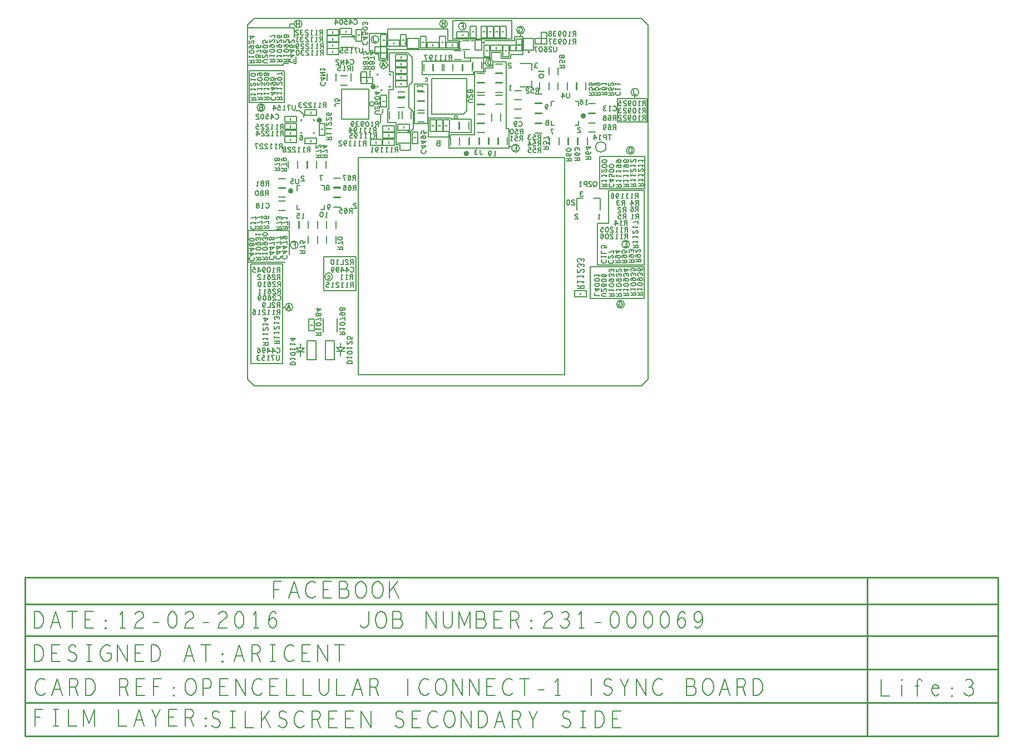
<source format=gbr>
G04 ================== begin FILE IDENTIFICATION RECORD ==================*
G04 Layout Name:  Fb_Connect1_SYNC_Life-3.brd*
G04 Film Name:    slse.gbr*
G04 File Format:  Gerber RS274X*
G04 File Origin:  Cadence Allegro 16.6-2015-S065*
G04 Origin Date:  Fri Dec 02 18:28:17 2016*
G04 *
G04 Layer:  REF DES/SILKSCREEN_BOTTOM*
G04 Layer:  PACKAGE GEOMETRY/SILKSCREEN_BOTTOM*
G04 Layer:  DRAWING FORMAT/SLSE*
G04 Layer:  DRAWING FORMAT/FILM_LABEL_OUTLINE*
G04 Layer:  COMPONENT VALUE/SILKSCREEN_BOTTOM*
G04 Layer:  BOARD GEOMETRY/OUTLINE*
G04 Layer:  BOARD GEOMETRY/SILKSCREEN_BOTTOM*
G04 *
G04 Offset:    (0.000 0.000)*
G04 Mirror:    No*
G04 Mode:      Positive*
G04 Rotation:  0*
G04 FullContactRelief:  No*
G04 UndefLineWidth:     6.000*
G04 ================== end FILE IDENTIFICATION RECORD ====================*
%FSLAX25Y25*MOIN*%
%IR0*IPPOS*OFA0.00000B0.00000*MIA0B0*SFA1.00000B1.00000*%
%ADD10C,.005*%
%ADD11C,.006*%
%ADD12C,.008*%
%ADD13C,.0083*%
%ADD14C,.005118*%
%ADD15C,.005906*%
%ADD16C,.008268*%
%ADD17C,.01*%
%ADD18C,.015748*%
G75*
%LPD*%
G75*
G54D10*
G01X19257Y18258D02*
Y16108D01*
X19090Y15658D01*
X18757Y15358D01*
X18340Y15258D01*
X17923Y15358D01*
X17590Y15658D01*
X17423Y16108D01*
Y18258D01*
G01X15523Y15258D02*
X15440Y15908D01*
X15315Y16458D01*
X15148Y16958D01*
X14940Y17508D01*
X14607Y18258D01*
X16273D01*
G01X12540Y15258D02*
Y18258D01*
X13040Y17658D01*
G01Y15258D02*
X12040D01*
G01X10557Y15708D02*
X10307Y15458D01*
X10015Y15308D01*
X9640Y15258D01*
X9265Y15358D01*
X8973Y15558D01*
X8765Y15908D01*
X8723Y16308D01*
X8807Y16708D01*
X9015Y16958D01*
X9307Y17158D01*
X9598Y17208D01*
X9890Y17158D01*
X10265Y16958D01*
X10140Y18258D01*
X9015D01*
G01X7657Y15858D02*
X7407Y15508D01*
X7073Y15308D01*
X6698Y15258D01*
X6365Y15308D01*
X6032Y15558D01*
X5823Y15858D01*
X5782Y16158D01*
X5865Y16508D01*
X6157Y16758D01*
X6448Y16858D01*
X6823D01*
G01X6448D02*
X6198Y17008D01*
X5990Y17258D01*
X5907Y17558D01*
X5990Y17858D01*
X6198Y18108D01*
X6573Y18258D01*
X6948Y18208D01*
X7323Y18008D01*
G01X17626Y22600D02*
X17876Y22750D01*
X18167Y22850D01*
X18501D01*
X18876Y22700D01*
X19167Y22450D01*
X19376Y22150D01*
X19542Y21650D01*
X19584Y21200D01*
X19501Y20750D01*
X19376Y20450D01*
X19126Y20150D01*
X18834Y19950D01*
X18542Y19850D01*
X18251D01*
X17959Y19950D01*
X17709Y20100D01*
X17501Y20300D01*
G01X15142Y19850D02*
Y22850D01*
X16684Y20700D01*
X14601D01*
G01X12242Y19850D02*
Y22850D01*
X13784Y20700D01*
X11701D01*
G01X10551Y20200D02*
X10259Y19950D01*
X9926Y19850D01*
X9592Y19950D01*
X9301Y20250D01*
X9092Y20700D01*
X9009Y21150D01*
Y21700D01*
X9092Y22150D01*
X9301Y22550D01*
X9551Y22750D01*
X9842Y22850D01*
X10176Y22750D01*
X10426Y22550D01*
X10592Y22250D01*
X10676Y21850D01*
X10592Y21500D01*
X10384Y21150D01*
X10134Y20950D01*
X9842Y20900D01*
X9509Y21000D01*
X9259Y21250D01*
X9009Y21700D01*
G01X7734Y21100D02*
X7442Y21450D01*
X7192Y21650D01*
X6859Y21750D01*
X6567Y21650D01*
X6359Y21450D01*
X6192Y21150D01*
X6151Y20800D01*
X6192Y20500D01*
X6359Y20200D01*
X6609Y19950D01*
X6901Y19850D01*
X7234Y19950D01*
X7526Y20250D01*
X7692Y20700D01*
X7734Y21200D01*
X7651Y21850D01*
X7526Y22200D01*
X7317Y22550D01*
X7026Y22800D01*
X6734Y22850D01*
X6442Y22750D01*
X6234Y22500D01*
G01X19441Y42683D02*
Y45683D01*
X18399D01*
X18066Y45533D01*
X17858Y45333D01*
X17774Y44933D01*
X17858Y44533D01*
X18108Y44283D01*
X18399Y44133D01*
X19441D01*
G01X18399D02*
X17774Y42683D01*
G01X15708D02*
Y45683D01*
X16208Y45083D01*
G01Y42683D02*
X15208D01*
G01X12808D02*
Y45683D01*
X13308Y45083D01*
G01Y42683D02*
X12308D01*
G01X10699Y45183D02*
X10449Y45483D01*
X10158Y45633D01*
X9824Y45683D01*
X9408Y45583D01*
X9116Y45333D01*
X9032Y45033D01*
X9074Y44733D01*
X9241Y44483D01*
X10074Y43983D01*
X10449Y43633D01*
X10699Y43133D01*
X10782Y42683D01*
X9032D01*
G01X7008D02*
Y45683D01*
X7508Y45083D01*
G01Y42683D02*
X6508D01*
G01X4899Y43933D02*
X4608Y44283D01*
X4358Y44483D01*
X4024Y44583D01*
X3733Y44483D01*
X3524Y44283D01*
X3358Y43983D01*
X3316Y43633D01*
X3358Y43333D01*
X3524Y43033D01*
X3774Y42783D01*
X4066Y42683D01*
X4399Y42783D01*
X4691Y43083D01*
X4858Y43533D01*
X4899Y44033D01*
X4816Y44683D01*
X4691Y45033D01*
X4482Y45383D01*
X4191Y45633D01*
X3899Y45683D01*
X3608Y45583D01*
X3399Y45333D01*
G01X18129Y53961D02*
X18379Y54111D01*
X18671Y54211D01*
X19004D01*
X19379Y54061D01*
X19671Y53811D01*
X19879Y53511D01*
X20046Y53011D01*
X20088Y52561D01*
X20004Y52111D01*
X19879Y51811D01*
X19629Y51511D01*
X19338Y51311D01*
X19046Y51211D01*
X18754D01*
X18463Y51311D01*
X18213Y51461D01*
X18004Y51661D01*
G01X16938Y53711D02*
X16688Y54011D01*
X16396Y54161D01*
X16062Y54211D01*
X15646Y54111D01*
X15354Y53861D01*
X15271Y53561D01*
X15313Y53261D01*
X15479Y53011D01*
X16313Y52511D01*
X16688Y52161D01*
X16938Y51661D01*
X17021Y51211D01*
X15271D01*
G01X14038Y52461D02*
X13746Y52811D01*
X13496Y53011D01*
X13162Y53111D01*
X12871Y53011D01*
X12663Y52811D01*
X12496Y52511D01*
X12454Y52161D01*
X12496Y51861D01*
X12663Y51561D01*
X12913Y51311D01*
X13204Y51211D01*
X13538Y51311D01*
X13829Y51611D01*
X13996Y52061D01*
X14038Y52561D01*
X13954Y53211D01*
X13829Y53561D01*
X13621Y53911D01*
X13329Y54161D01*
X13038Y54211D01*
X12746Y54111D01*
X12538Y53861D01*
G01X10346Y54211D02*
X10679Y54111D01*
X10929Y53861D01*
X11096Y53561D01*
X11221Y53161D01*
X11263Y52711D01*
X11221Y52261D01*
X11096Y51861D01*
X10929Y51561D01*
X10679Y51311D01*
X10346Y51211D01*
X10013Y51311D01*
X9763Y51561D01*
X9596Y51861D01*
X9471Y52261D01*
X9429Y52711D01*
X9471Y53161D01*
X9596Y53561D01*
X9763Y53861D01*
X10013Y54111D01*
X10346Y54211D01*
G01X8154Y51561D02*
X7863Y51311D01*
X7529Y51211D01*
X7196Y51311D01*
X6904Y51611D01*
X6696Y52061D01*
X6613Y52511D01*
Y53061D01*
X6696Y53511D01*
X6904Y53911D01*
X7154Y54111D01*
X7446Y54211D01*
X7779Y54111D01*
X8029Y53911D01*
X8196Y53611D01*
X8279Y53211D01*
X8196Y52861D01*
X7988Y52511D01*
X7738Y52311D01*
X7446Y52261D01*
X7113Y52361D01*
X6863Y52611D01*
X6613Y53061D01*
G01X19787Y59418D02*
Y62418D01*
X18746D01*
X18412Y62268D01*
X18204Y62068D01*
X18121Y61668D01*
X18204Y61268D01*
X18454Y61018D01*
X18746Y60868D01*
X19787D01*
G01X18746D02*
X18121Y59418D01*
G01X16846Y61918D02*
X16596Y62218D01*
X16304Y62368D01*
X15971Y62418D01*
X15554Y62318D01*
X15262Y62068D01*
X15179Y61768D01*
X15221Y61468D01*
X15388Y61218D01*
X16221Y60718D01*
X16596Y60368D01*
X16846Y59868D01*
X16929Y59418D01*
X15179D01*
G01X13946Y60668D02*
X13654Y61018D01*
X13404Y61218D01*
X13071Y61318D01*
X12779Y61218D01*
X12571Y61018D01*
X12404Y60718D01*
X12362Y60368D01*
X12404Y60068D01*
X12571Y59768D01*
X12821Y59518D01*
X13112Y59418D01*
X13446Y59518D01*
X13737Y59818D01*
X13904Y60268D01*
X13946Y60768D01*
X13862Y61418D01*
X13737Y61768D01*
X13529Y62118D01*
X13238Y62368D01*
X12946Y62418D01*
X12654Y62318D01*
X12446Y62068D01*
G01X10254Y59418D02*
Y62418D01*
X10754Y61818D01*
G01Y59418D02*
X9754D01*
G01X7354Y62418D02*
X7688Y62318D01*
X7937Y62068D01*
X8104Y61768D01*
X8229Y61368D01*
X8271Y60918D01*
X8229Y60468D01*
X8104Y60068D01*
X7937Y59768D01*
X7688Y59518D01*
X7354Y59418D01*
X7021Y59518D01*
X6771Y59768D01*
X6604Y60068D01*
X6479Y60468D01*
X6437Y60918D01*
X6479Y61368D01*
X6604Y61768D01*
X6771Y62068D01*
X7021Y62318D01*
X7354Y62418D01*
G01X19887Y55118D02*
Y58118D01*
X18846D01*
X18512Y57968D01*
X18304Y57768D01*
X18221Y57368D01*
X18304Y56968D01*
X18554Y56718D01*
X18846Y56568D01*
X19887D01*
G01X18846D02*
X18221Y55118D01*
G01X16946Y57618D02*
X16696Y57918D01*
X16404Y58068D01*
X16071Y58118D01*
X15654Y58018D01*
X15362Y57768D01*
X15279Y57468D01*
X15321Y57168D01*
X15488Y56918D01*
X16321Y56418D01*
X16696Y56068D01*
X16946Y55568D01*
X17029Y55118D01*
X15279D01*
G01X14046Y56368D02*
X13754Y56718D01*
X13504Y56918D01*
X13171Y57018D01*
X12879Y56918D01*
X12671Y56718D01*
X12504Y56418D01*
X12462Y56068D01*
X12504Y55768D01*
X12671Y55468D01*
X12921Y55218D01*
X13212Y55118D01*
X13546Y55218D01*
X13837Y55518D01*
X14004Y55968D01*
X14046Y56468D01*
X13962Y57118D01*
X13837Y57468D01*
X13629Y57818D01*
X13338Y58068D01*
X13046Y58118D01*
X12754Y58018D01*
X12546Y57768D01*
G01X10354Y55118D02*
Y58118D01*
X10854Y57518D01*
G01Y55118D02*
X9854D01*
G01X7454D02*
Y58118D01*
X7954Y57518D01*
G01Y55118D02*
X6954D01*
G01X19579Y63682D02*
Y66682D01*
X18538D01*
X18204Y66531D01*
X17996Y66332D01*
X17913Y65932D01*
X17996Y65532D01*
X18246Y65282D01*
X18538Y65132D01*
X19579D01*
G01X18538D02*
X17913Y63682D01*
G01X16638Y66182D02*
X16388Y66482D01*
X16096Y66632D01*
X15763Y66682D01*
X15346Y66582D01*
X15054Y66332D01*
X14971Y66032D01*
X15013Y65731D01*
X15179Y65482D01*
X16013Y64982D01*
X16388Y64632D01*
X16638Y64131D01*
X16721Y63682D01*
X14971D01*
G01X13738Y64931D02*
X13446Y65282D01*
X13196Y65482D01*
X12862Y65582D01*
X12571Y65482D01*
X12363Y65282D01*
X12196Y64982D01*
X12154Y64632D01*
X12196Y64332D01*
X12363Y64031D01*
X12613Y63782D01*
X12904Y63682D01*
X13238Y63782D01*
X13529Y64081D01*
X13696Y64532D01*
X13738Y65032D01*
X13654Y65681D01*
X13529Y66032D01*
X13321Y66382D01*
X13029Y66632D01*
X12738Y66682D01*
X12446Y66582D01*
X12238Y66332D01*
G01X10046Y63682D02*
Y66682D01*
X10546Y66082D01*
G01Y63682D02*
X9546D01*
G01X7938Y66182D02*
X7688Y66482D01*
X7396Y66632D01*
X7063Y66682D01*
X6646Y66582D01*
X6354Y66332D01*
X6271Y66032D01*
X6313Y65731D01*
X6479Y65482D01*
X7313Y64982D01*
X7688Y64632D01*
X7938Y64131D01*
X8021Y63682D01*
X6271D01*
G01X4050Y76902D02*
X4200Y76652D01*
X4300Y76360D01*
Y76027D01*
X4150Y75652D01*
X3900Y75360D01*
X3600Y75152D01*
X3100Y74985D01*
X2650Y74943D01*
X2200Y75027D01*
X1900Y75152D01*
X1600Y75402D01*
X1400Y75693D01*
X1300Y75985D01*
Y76276D01*
X1400Y76568D01*
X1550Y76818D01*
X1750Y77027D01*
G01X1300Y79385D02*
X4300D01*
X2150Y77843D01*
Y79927D01*
G01X1300Y82285D02*
X4300D01*
X2150Y80743D01*
Y82827D01*
G01X1300Y84685D02*
X1350Y84976D01*
X1500Y85310D01*
X1750Y85518D01*
X2100Y85602D01*
X2450Y85518D01*
X2750Y85268D01*
X2900Y84893D01*
Y84477D01*
X3000Y84227D01*
X3250Y84018D01*
X3600Y83935D01*
X3950Y84060D01*
X4200Y84352D01*
X4300Y84685D01*
X4200Y85018D01*
X3950Y85310D01*
X3600Y85435D01*
X3250Y85352D01*
X3000Y85143D01*
X2900Y84893D01*
Y84477D01*
X2750Y84102D01*
X2450Y83852D01*
X2100Y83768D01*
X1750Y83852D01*
X1500Y84060D01*
X1350Y84393D01*
X1300Y84685D01*
G01X4300Y87585D02*
X4200Y87252D01*
X3950Y87002D01*
X3650Y86835D01*
X3250Y86710D01*
X2800Y86668D01*
X2350Y86710D01*
X1950Y86835D01*
X1650Y87002D01*
X1400Y87252D01*
X1300Y87585D01*
X1400Y87918D01*
X1650Y88168D01*
X1950Y88335D01*
X2350Y88460D01*
X2800Y88502D01*
X3250Y88460D01*
X3650Y88335D01*
X3950Y88168D01*
X4200Y87918D01*
X4300Y87585D01*
G01X5165Y75517D02*
X8165D01*
Y76558D01*
X8015Y76892D01*
X7815Y77100D01*
X7415Y77183D01*
X7015Y77100D01*
X6765Y76850D01*
X6615Y76558D01*
Y75517D01*
G01Y76558D02*
X5165Y77183D01*
G01Y79250D02*
X8165D01*
X7565Y78750D01*
G01X5165D02*
Y79750D01*
G01X8165Y82150D02*
X8065Y81817D01*
X7815Y81567D01*
X7515Y81400D01*
X7115Y81275D01*
X6665Y81233D01*
X6215Y81275D01*
X5815Y81400D01*
X5515Y81567D01*
X5265Y81817D01*
X5165Y82150D01*
X5265Y82483D01*
X5515Y82733D01*
X5815Y82900D01*
X6215Y83025D01*
X6665Y83067D01*
X7115Y83025D01*
X7515Y82900D01*
X7815Y82733D01*
X8065Y82483D01*
X8165Y82150D01*
G01X5515Y84342D02*
X5265Y84633D01*
X5165Y84967D01*
X5265Y85300D01*
X5565Y85592D01*
X6015Y85800D01*
X6465Y85883D01*
X7015D01*
X7465Y85800D01*
X7865Y85592D01*
X8065Y85342D01*
X8165Y85050D01*
X8065Y84717D01*
X7865Y84467D01*
X7565Y84300D01*
X7165Y84217D01*
X6815Y84300D01*
X6465Y84508D01*
X6265Y84758D01*
X6215Y85050D01*
X6315Y85383D01*
X6565Y85633D01*
X7015Y85883D01*
G01X5765Y87033D02*
X5415Y87283D01*
X5215Y87617D01*
X5165Y87992D01*
X5215Y88325D01*
X5465Y88658D01*
X5765Y88867D01*
X6065Y88908D01*
X6415Y88825D01*
X6665Y88533D01*
X6765Y88242D01*
Y87867D01*
G01Y88242D02*
X6915Y88492D01*
X7165Y88700D01*
X7465Y88783D01*
X7765Y88700D01*
X8015Y88492D01*
X8165Y88117D01*
X8115Y87742D01*
X7915Y87367D01*
G01X5165Y90850D02*
X8165D01*
X7565Y90350D01*
G01X5165D02*
Y91350D01*
G01X19487Y67982D02*
Y70982D01*
X18446D01*
X18112Y70831D01*
X17904Y70632D01*
X17821Y70232D01*
X17904Y69832D01*
X18154Y69582D01*
X18446Y69432D01*
X19487D01*
G01X18446D02*
X17821Y67982D01*
G01X15754D02*
Y70982D01*
X16254Y70382D01*
G01Y67982D02*
X15254D01*
G01X12854Y70982D02*
X13188Y70882D01*
X13437Y70632D01*
X13604Y70332D01*
X13729Y69931D01*
X13771Y69482D01*
X13729Y69032D01*
X13604Y68632D01*
X13437Y68331D01*
X13188Y68082D01*
X12854Y67982D01*
X12521Y68082D01*
X12271Y68331D01*
X12104Y68632D01*
X11979Y69032D01*
X11937Y69482D01*
X11979Y69931D01*
X12104Y70332D01*
X12271Y70632D01*
X12521Y70882D01*
X12854Y70982D01*
G01X10662Y68331D02*
X10371Y68082D01*
X10038Y67982D01*
X9704Y68082D01*
X9412Y68381D01*
X9204Y68832D01*
X9121Y69282D01*
Y69832D01*
X9204Y70282D01*
X9412Y70682D01*
X9662Y70882D01*
X9954Y70982D01*
X10288Y70882D01*
X10537Y70682D01*
X10704Y70382D01*
X10787Y69981D01*
X10704Y69632D01*
X10496Y69282D01*
X10246Y69081D01*
X9954Y69032D01*
X9621Y69131D01*
X9371Y69382D01*
X9121Y69832D01*
G01X6554Y67982D02*
Y70982D01*
X8096Y68832D01*
X6012D01*
G01X5071Y68431D02*
X4821Y68182D01*
X4529Y68032D01*
X4154Y67982D01*
X3779Y68082D01*
X3488Y68281D01*
X3279Y68632D01*
X3237Y69032D01*
X3321Y69432D01*
X3529Y69682D01*
X3821Y69882D01*
X4112Y69931D01*
X4404Y69882D01*
X4779Y69682D01*
X4654Y70982D01*
X3529D01*
G01X4897Y95667D02*
X5047Y95417D01*
X5147Y95125D01*
Y94792D01*
X4997Y94417D01*
X4747Y94125D01*
X4447Y93917D01*
X3947Y93750D01*
X3497Y93708D01*
X3047Y93792D01*
X2747Y93917D01*
X2447Y94167D01*
X2247Y94458D01*
X2147Y94750D01*
Y95042D01*
X2247Y95333D01*
X2397Y95583D01*
X2597Y95792D01*
G01X2147Y97650D02*
X5147D01*
X4547Y97150D01*
G01X2147D02*
Y98150D01*
G01Y100467D02*
X2797Y100550D01*
X3347Y100675D01*
X3847Y100842D01*
X4397Y101050D01*
X5147Y101383D01*
Y99717D01*
G01X5868Y94117D02*
X8868D01*
Y95158D01*
X8718Y95492D01*
X8519Y95700D01*
X8119Y95783D01*
X7718Y95700D01*
X7468Y95450D01*
X7318Y95158D01*
Y94117D01*
G01Y95158D02*
X5868Y95783D01*
G01Y97767D02*
X6519Y97850D01*
X7068Y97975D01*
X7568Y98142D01*
X8119Y98350D01*
X8868Y98683D01*
Y97017D01*
G01X5868Y100667D02*
X6519Y100750D01*
X7068Y100875D01*
X7568Y101042D01*
X8119Y101250D01*
X8868Y101583D01*
Y99917D01*
G01X11139Y109274D02*
X11389Y109424D01*
X11680Y109524D01*
X12014D01*
X12389Y109374D01*
X12680Y109124D01*
X12889Y108824D01*
X13056Y108324D01*
X13097Y107874D01*
X13014Y107424D01*
X12889Y107124D01*
X12639Y106824D01*
X12347Y106624D01*
X12056Y106524D01*
X11764D01*
X11472Y106624D01*
X11222Y106774D01*
X11014Y106974D01*
G01X9156Y106524D02*
Y109524D01*
X9656Y108924D01*
G01Y106524D02*
X8656D01*
G01X6256D02*
X5964Y106574D01*
X5630Y106724D01*
X5422Y106974D01*
X5339Y107324D01*
X5422Y107674D01*
X5672Y107974D01*
X6047Y108124D01*
X6464D01*
X6714Y108224D01*
X6922Y108474D01*
X7006Y108824D01*
X6881Y109174D01*
X6589Y109424D01*
X6256Y109524D01*
X5922Y109424D01*
X5630Y109174D01*
X5506Y108824D01*
X5589Y108474D01*
X5797Y108224D01*
X6047Y108124D01*
X6464D01*
X6839Y107974D01*
X7089Y107674D01*
X7172Y107324D01*
X7089Y106974D01*
X6881Y106724D01*
X6547Y106574D01*
X6256Y106524D01*
G01X12500Y113924D02*
Y116924D01*
X11458D01*
X11125Y116774D01*
X10917Y116574D01*
X10833Y116174D01*
X10917Y115774D01*
X11167Y115524D01*
X11458Y115374D01*
X12500D01*
G01X11458D02*
X10833Y113924D01*
G01X8766D02*
X8475Y113974D01*
X8142Y114124D01*
X7933Y114374D01*
X7850Y114724D01*
X7933Y115074D01*
X8183Y115374D01*
X8558Y115524D01*
X8975D01*
X9225Y115624D01*
X9433Y115874D01*
X9517Y116224D01*
X9392Y116574D01*
X9100Y116824D01*
X8766Y116924D01*
X8433Y116824D01*
X8142Y116574D01*
X8017Y116224D01*
X8100Y115874D01*
X8308Y115624D01*
X8558Y115524D01*
X8975D01*
X9350Y115374D01*
X9600Y115074D01*
X9683Y114724D01*
X9600Y114374D01*
X9392Y114124D01*
X9058Y113974D01*
X8766Y113924D01*
G01X5866Y116924D02*
X6200Y116824D01*
X6450Y116574D01*
X6616Y116274D01*
X6742Y115874D01*
X6783Y115424D01*
X6742Y114974D01*
X6616Y114574D01*
X6450Y114274D01*
X6200Y114024D01*
X5866Y113924D01*
X5533Y114024D01*
X5283Y114274D01*
X5116Y114574D01*
X4992Y114974D01*
X4950Y115424D01*
X4992Y115874D01*
X5116Y116274D01*
X5283Y116574D01*
X5533Y116824D01*
X5866Y116924D01*
G01X12791Y119771D02*
Y122771D01*
X11749D01*
X11416Y122621D01*
X11208Y122421D01*
X11124Y122021D01*
X11208Y121621D01*
X11458Y121371D01*
X11749Y121221D01*
X12791D01*
G01X11749D02*
X11124Y119771D01*
G01X9058D02*
X8766Y119821D01*
X8433Y119971D01*
X8224Y120221D01*
X8141Y120571D01*
X8224Y120921D01*
X8474Y121221D01*
X8849Y121371D01*
X9266D01*
X9516Y121471D01*
X9724Y121721D01*
X9808Y122071D01*
X9682Y122421D01*
X9391Y122671D01*
X9058Y122771D01*
X8724Y122671D01*
X8433Y122421D01*
X8308Y122071D01*
X8391Y121721D01*
X8599Y121471D01*
X8849Y121371D01*
X9266D01*
X9641Y121221D01*
X9891Y120921D01*
X9974Y120571D01*
X9891Y120221D01*
X9682Y119971D01*
X9349Y119821D01*
X9058Y119771D01*
G01X6158D02*
Y122771D01*
X6658Y122171D01*
G01Y119771D02*
X5658D01*
G01X21660Y149798D02*
Y152798D01*
X20618D01*
X20284Y152648D01*
X20076Y152448D01*
X19993Y152048D01*
X20076Y151648D01*
X20326Y151398D01*
X20618Y151248D01*
X21660D01*
G01X20618D02*
X19993Y149798D01*
G01X17926D02*
Y152798D01*
X18426Y152198D01*
G01Y149798D02*
X17426D01*
G01X15026D02*
Y152798D01*
X15526Y152198D01*
G01Y149798D02*
X14526D01*
G01X12918Y152298D02*
X12668Y152598D01*
X12376Y152748D01*
X12043Y152798D01*
X11626Y152698D01*
X11334Y152448D01*
X11251Y152148D01*
X11293Y151848D01*
X11460Y151598D01*
X12293Y151098D01*
X12668Y150748D01*
X12918Y150248D01*
X13001Y149798D01*
X11251D01*
G01X10018Y152298D02*
X9768Y152598D01*
X9476Y152748D01*
X9143Y152798D01*
X8726Y152698D01*
X8434Y152448D01*
X8351Y152148D01*
X8393Y151848D01*
X8560Y151598D01*
X9393Y151098D01*
X9768Y150748D01*
X10018Y150248D01*
X10101Y149798D01*
X8351D01*
G01X5826D02*
Y152798D01*
X7368Y150648D01*
X5284D01*
G01X20907Y141952D02*
Y144952D01*
X19866D01*
X19532Y144802D01*
X19324Y144602D01*
X19240Y144202D01*
X19324Y143802D01*
X19574Y143552D01*
X19866Y143402D01*
X20907D01*
G01X19866D02*
X19240Y141952D01*
G01X17174D02*
Y144952D01*
X17674Y144352D01*
G01Y141952D02*
X16674D01*
G01X14274D02*
Y144952D01*
X14774Y144352D01*
G01Y141952D02*
X13774D01*
G01X12166Y144452D02*
X11916Y144752D01*
X11624Y144902D01*
X11290Y144952D01*
X10874Y144852D01*
X10582Y144602D01*
X10499Y144302D01*
X10540Y144002D01*
X10707Y143752D01*
X11540Y143252D01*
X11916Y142902D01*
X12166Y142402D01*
X12249Y141952D01*
X10499D01*
G01X9266Y144452D02*
X9016Y144752D01*
X8724Y144902D01*
X8390Y144952D01*
X7974Y144852D01*
X7682Y144602D01*
X7599Y144302D01*
X7640Y144002D01*
X7807Y143752D01*
X8641Y143252D01*
X9016Y142902D01*
X9266Y142402D01*
X9349Y141952D01*
X7599D01*
G01X5657D02*
X5574Y142602D01*
X5449Y143152D01*
X5282Y143652D01*
X5074Y144202D01*
X4740Y144952D01*
X6407D01*
G01X7817Y166800D02*
X7650Y166950D01*
X7525Y167200D01*
X7442Y167550D01*
X7525Y167850D01*
X7692Y168050D01*
X7983Y168200D01*
X9108D01*
Y165200D01*
X7733D01*
X7442Y165400D01*
X7275Y165700D01*
X7192Y166050D01*
X7275Y166400D01*
X7525Y166700D01*
X7817Y166800D01*
X9108D01*
G01X16857Y162572D02*
X17107Y162722D01*
X17399Y162822D01*
X17732D01*
X18107Y162672D01*
X18399Y162422D01*
X18607Y162122D01*
X18774Y161622D01*
X18816Y161172D01*
X18732Y160722D01*
X18607Y160422D01*
X18357Y160122D01*
X18065Y159922D01*
X17774Y159822D01*
X17482D01*
X17190Y159922D01*
X16940Y160072D01*
X16732Y160272D01*
G01X14374Y159822D02*
Y162822D01*
X15916Y160672D01*
X13832D01*
G01X12890Y160272D02*
X12641Y160022D01*
X12349Y159872D01*
X11974Y159822D01*
X11599Y159922D01*
X11307Y160122D01*
X11099Y160472D01*
X11057Y160872D01*
X11140Y161272D01*
X11349Y161522D01*
X11640Y161722D01*
X11932Y161772D01*
X12224Y161722D01*
X12599Y161522D01*
X12474Y162822D01*
X11349D01*
G01X9074D02*
X9407Y162722D01*
X9657Y162472D01*
X9824Y162172D01*
X9949Y161772D01*
X9990Y161322D01*
X9949Y160872D01*
X9824Y160472D01*
X9657Y160172D01*
X9407Y159922D01*
X9074Y159822D01*
X8740Y159922D01*
X8490Y160172D01*
X8324Y160472D01*
X8199Y160872D01*
X8157Y161322D01*
X8199Y161772D01*
X8324Y162172D01*
X8490Y162472D01*
X8740Y162722D01*
X9074Y162822D01*
G01X6966Y162322D02*
X6716Y162622D01*
X6424Y162772D01*
X6090Y162822D01*
X5674Y162722D01*
X5382Y162472D01*
X5299Y162172D01*
X5340Y161872D01*
X5507Y161622D01*
X6340Y161122D01*
X6716Y160772D01*
X6966Y160272D01*
X7049Y159822D01*
X5299D01*
G01X21460Y153598D02*
Y156598D01*
X20418D01*
X20084Y156448D01*
X19876Y156248D01*
X19793Y155848D01*
X19876Y155448D01*
X20126Y155198D01*
X20418Y155048D01*
X21460D01*
G01X20418D02*
X19793Y153598D01*
G01X17726D02*
Y156598D01*
X18226Y155998D01*
G01Y153598D02*
X17226D01*
G01X14826D02*
Y156598D01*
X15326Y155998D01*
G01Y153598D02*
X14326D01*
G01X12718Y156098D02*
X12468Y156398D01*
X12176Y156548D01*
X11843Y156598D01*
X11426Y156498D01*
X11134Y156248D01*
X11051Y155948D01*
X11093Y155648D01*
X11260Y155398D01*
X12093Y154898D01*
X12468Y154548D01*
X12718Y154048D01*
X12801Y153598D01*
X11051D01*
G01X9818Y156098D02*
X9568Y156398D01*
X9276Y156548D01*
X8943Y156598D01*
X8526Y156498D01*
X8234Y156248D01*
X8151Y155948D01*
X8193Y155648D01*
X8360Y155398D01*
X9193Y154898D01*
X9568Y154548D01*
X9818Y154048D01*
X9901Y153598D01*
X8151D01*
G01X7043Y154048D02*
X6793Y153798D01*
X6501Y153648D01*
X6126Y153598D01*
X5751Y153698D01*
X5460Y153898D01*
X5251Y154248D01*
X5210Y154648D01*
X5293Y155048D01*
X5501Y155298D01*
X5793Y155498D01*
X6084Y155548D01*
X6376Y155498D01*
X6751Y155298D01*
X6626Y156598D01*
X5501D01*
G01X6050Y171253D02*
X9050D01*
Y172295D01*
X8900Y172628D01*
X8700Y172837D01*
X8300Y172920D01*
X7900Y172837D01*
X7650Y172586D01*
X7500Y172295D01*
Y171253D01*
G01Y172295D02*
X6050Y172920D01*
G01Y174986D02*
X9050D01*
X8450Y174486D01*
G01X6050D02*
Y175486D01*
G01Y177886D02*
X9050D01*
X8450Y177386D01*
G01X6050D02*
Y178386D01*
G01X8550Y179995D02*
X8850Y180245D01*
X9000Y180536D01*
X9050Y180870D01*
X8950Y181286D01*
X8700Y181578D01*
X8400Y181662D01*
X8100Y181620D01*
X7850Y181453D01*
X7350Y180620D01*
X7000Y180245D01*
X6500Y179995D01*
X6050Y179912D01*
Y181662D01*
G01X9050Y183686D02*
X8950Y183353D01*
X8700Y183103D01*
X8400Y182936D01*
X8000Y182812D01*
X7550Y182770D01*
X7100Y182812D01*
X6700Y182936D01*
X6400Y183103D01*
X6150Y183353D01*
X6050Y183686D01*
X6150Y184020D01*
X6400Y184270D01*
X6700Y184436D01*
X7100Y184562D01*
X7550Y184603D01*
X8000Y184562D01*
X8400Y184436D01*
X8700Y184270D01*
X8950Y184020D01*
X9050Y183686D01*
G01X6400Y185878D02*
X6150Y186170D01*
X6050Y186503D01*
X6150Y186836D01*
X6450Y187128D01*
X6900Y187336D01*
X7350Y187420D01*
X7900D01*
X8350Y187336D01*
X8750Y187128D01*
X8950Y186878D01*
X9050Y186586D01*
X8950Y186253D01*
X8750Y186003D01*
X8450Y185836D01*
X8050Y185753D01*
X7700Y185836D01*
X7350Y186045D01*
X7150Y186295D01*
X7100Y186586D01*
X7200Y186920D01*
X7450Y187170D01*
X7900Y187420D01*
G01X2050Y170953D02*
X5050D01*
Y171995D01*
X4900Y172328D01*
X4700Y172536D01*
X4300Y172620D01*
X3900Y172536D01*
X3650Y172286D01*
X3500Y171995D01*
Y170953D01*
G01Y171995D02*
X2050Y172620D01*
G01Y174686D02*
X5050D01*
X4450Y174186D01*
G01X2050D02*
Y175186D01*
G01Y177586D02*
X5050D01*
X4450Y177086D01*
G01X2050D02*
Y178086D01*
G01X4550Y179695D02*
X4850Y179945D01*
X5000Y180236D01*
X5050Y180570D01*
X4950Y180986D01*
X4700Y181278D01*
X4400Y181362D01*
X4100Y181320D01*
X3850Y181153D01*
X3350Y180320D01*
X3000Y179945D01*
X2500Y179695D01*
X2050Y179612D01*
Y181362D01*
G01Y183386D02*
X5050D01*
X4450Y182886D01*
G01X2050D02*
Y183886D01*
G01X5050Y186286D02*
X4950Y185953D01*
X4700Y185703D01*
X4400Y185537D01*
X4000Y185412D01*
X3550Y185370D01*
X3100Y185412D01*
X2700Y185537D01*
X2400Y185703D01*
X2150Y185953D01*
X2050Y186286D01*
X2150Y186620D01*
X2400Y186870D01*
X2700Y187036D01*
X3100Y187162D01*
X3550Y187203D01*
X4000Y187162D01*
X4400Y187036D01*
X4700Y186870D01*
X4950Y186620D01*
X5050Y186286D01*
G01X1032Y193413D02*
X4031D01*
Y194454D01*
X3881Y194788D01*
X3682Y194996D01*
X3281Y195079D01*
X2882Y194996D01*
X2632Y194746D01*
X2482Y194454D01*
Y193413D01*
G01Y194454D02*
X1032Y195079D01*
G01Y197146D02*
X4031D01*
X3432Y196646D01*
G01X1032D02*
Y197646D01*
G01X4031Y200046D02*
X3931Y199712D01*
X3682Y199463D01*
X3382Y199296D01*
X2981Y199171D01*
X2532Y199129D01*
X2082Y199171D01*
X1682Y199296D01*
X1381Y199463D01*
X1132Y199712D01*
X1032Y200046D01*
X1132Y200379D01*
X1381Y200629D01*
X1682Y200796D01*
X2082Y200921D01*
X2532Y200963D01*
X2981Y200921D01*
X3382Y200796D01*
X3682Y200629D01*
X3931Y200379D01*
X4031Y200046D01*
G01X1381Y202238D02*
X1132Y202529D01*
X1032Y202862D01*
X1132Y203196D01*
X1431Y203488D01*
X1882Y203696D01*
X2332Y203779D01*
X2882D01*
X3331Y203696D01*
X3732Y203488D01*
X3931Y203238D01*
X4031Y202946D01*
X3931Y202612D01*
X3732Y202363D01*
X3432Y202196D01*
X3031Y202113D01*
X2682Y202196D01*
X2332Y202404D01*
X2131Y202654D01*
X2082Y202946D01*
X2181Y203279D01*
X2432Y203529D01*
X2882Y203779D01*
G01X3532Y205054D02*
X3832Y205304D01*
X3981Y205596D01*
X4031Y205929D01*
X3931Y206346D01*
X3682Y206638D01*
X3382Y206721D01*
X3081Y206679D01*
X2832Y206512D01*
X2332Y205679D01*
X1982Y205304D01*
X1481Y205054D01*
X1032Y204971D01*
Y206721D01*
G01Y209246D02*
X4031D01*
X1882Y207704D01*
Y209788D01*
G01X5054Y193648D02*
X8054D01*
Y194690D01*
X7904Y195023D01*
X7704Y195232D01*
X7304Y195315D01*
X6904Y195232D01*
X6654Y194982D01*
X6504Y194690D01*
Y193648D01*
G01Y194690D02*
X5054Y195315D01*
G01Y197382D02*
X5104Y197673D01*
X5254Y198007D01*
X5504Y198215D01*
X5854Y198298D01*
X6204Y198215D01*
X6504Y197965D01*
X6654Y197590D01*
Y197173D01*
X6754Y196923D01*
X7004Y196715D01*
X7354Y196632D01*
X7704Y196756D01*
X7954Y197048D01*
X8054Y197382D01*
X7954Y197715D01*
X7704Y198007D01*
X7354Y198132D01*
X7004Y198048D01*
X6754Y197840D01*
X6654Y197590D01*
Y197173D01*
X6504Y196798D01*
X6204Y196548D01*
X5854Y196465D01*
X5504Y196548D01*
X5254Y196756D01*
X5104Y197090D01*
X5054Y197382D01*
G01Y200198D02*
X5704Y200282D01*
X6254Y200407D01*
X6754Y200573D01*
X7304Y200782D01*
X8054Y201115D01*
Y199448D01*
G01X6304Y202390D02*
X6654Y202682D01*
X6854Y202932D01*
X6954Y203265D01*
X6854Y203556D01*
X6654Y203765D01*
X6354Y203932D01*
X6004Y203973D01*
X5704Y203932D01*
X5404Y203765D01*
X5154Y203515D01*
X5054Y203223D01*
X5154Y202890D01*
X5454Y202598D01*
X5904Y202432D01*
X6404Y202390D01*
X7054Y202473D01*
X7404Y202598D01*
X7754Y202807D01*
X8004Y203098D01*
X8054Y203390D01*
X7954Y203682D01*
X7704Y203890D01*
G01X9483Y24511D02*
X12483D01*
Y25553D01*
X12333Y25886D01*
X12133Y26094D01*
X11733Y26178D01*
X11333Y26094D01*
X11083Y25844D01*
X10933Y25553D01*
Y24511D01*
G01Y25553D02*
X9483Y26178D01*
G01Y28244D02*
X12483D01*
X11883Y27744D01*
G01X9483D02*
Y28744D01*
G01Y31145D02*
X12483D01*
X11883Y30645D01*
G01X9483D02*
Y31644D01*
G01X11983Y33253D02*
X12283Y33503D01*
X12433Y33794D01*
X12483Y34128D01*
X12383Y34544D01*
X12133Y34836D01*
X11833Y34920D01*
X11533Y34878D01*
X11283Y34711D01*
X10783Y33878D01*
X10433Y33503D01*
X9933Y33253D01*
X9483Y33170D01*
Y34920D01*
G01Y36944D02*
X12483D01*
X11883Y36444D01*
G01X9483D02*
Y37444D01*
G01Y40344D02*
X12483D01*
X10333Y38803D01*
Y40886D01*
G01X16283Y25322D02*
X19283D01*
Y26364D01*
X19133Y26697D01*
X18933Y26906D01*
X18533Y26989D01*
X18133Y26906D01*
X17883Y26656D01*
X17733Y26364D01*
Y25322D01*
G01Y26364D02*
X16283Y26989D01*
G01Y29056D02*
X19283D01*
X18683Y28556D01*
G01X16283D02*
Y29555D01*
G01Y31956D02*
X19283D01*
X18683Y31456D01*
G01X16283D02*
Y32455D01*
G01X18783Y34064D02*
X19083Y34314D01*
X19233Y34606D01*
X19283Y34939D01*
X19183Y35356D01*
X18933Y35647D01*
X18633Y35731D01*
X18333Y35689D01*
X18083Y35522D01*
X17583Y34689D01*
X17233Y34314D01*
X16733Y34064D01*
X16283Y33980D01*
Y35731D01*
G01Y37756D02*
X19283D01*
X18683Y37256D01*
G01X16283D02*
Y38255D01*
G01X16883Y39739D02*
X16533Y39989D01*
X16333Y40322D01*
X16283Y40697D01*
X16333Y41030D01*
X16583Y41364D01*
X16883Y41572D01*
X17183Y41614D01*
X17533Y41530D01*
X17783Y41239D01*
X17883Y40947D01*
Y40572D01*
G01Y40947D02*
X18033Y41197D01*
X18283Y41406D01*
X18583Y41489D01*
X18883Y41406D01*
X19133Y41197D01*
X19283Y40822D01*
X19233Y40447D01*
X19033Y40072D01*
G01X25992Y45800D02*
X24950Y48800D01*
X23908Y45800D01*
G01X24283Y46850D02*
X25617D01*
G01X19483Y46900D02*
Y49900D01*
X18442D01*
X18108Y49750D01*
X17900Y49550D01*
X17817Y49150D01*
X17900Y48750D01*
X18150Y48500D01*
X18442Y48350D01*
X19483D01*
G01X18442D02*
X17817Y46900D01*
G01X16542Y49400D02*
X16292Y49700D01*
X16000Y49850D01*
X15667Y49900D01*
X15250Y49800D01*
X14958Y49550D01*
X14875Y49250D01*
X14917Y48950D01*
X15083Y48700D01*
X15917Y48200D01*
X16292Y47850D01*
X16542Y47350D01*
X16625Y46900D01*
X14875D01*
G01X13683Y49900D02*
Y46900D01*
X12017D01*
G01X10658Y47250D02*
X10367Y47000D01*
X10033Y46900D01*
X9700Y47000D01*
X9408Y47300D01*
X9200Y47750D01*
X9117Y48200D01*
Y48750D01*
X9200Y49200D01*
X9408Y49600D01*
X9658Y49800D01*
X9950Y49900D01*
X10283Y49800D01*
X10533Y49600D01*
X10700Y49300D01*
X10783Y48900D01*
X10700Y48550D01*
X10492Y48200D01*
X10242Y48000D01*
X9950Y47950D01*
X9617Y48050D01*
X9367Y48300D01*
X9117Y48750D01*
G01X19755Y77867D02*
X19905Y77617D01*
X20005Y77325D01*
Y76992D01*
X19855Y76617D01*
X19605Y76325D01*
X19305Y76117D01*
X18805Y75950D01*
X18355Y75908D01*
X17905Y75992D01*
X17605Y76117D01*
X17305Y76367D01*
X17105Y76658D01*
X17005Y76950D01*
Y77242D01*
X17105Y77533D01*
X17255Y77783D01*
X17455Y77992D01*
G01X17005Y80350D02*
X20005D01*
X17855Y78808D01*
Y80892D01*
G01X17005Y83250D02*
X20005D01*
X17855Y81708D01*
Y83792D01*
G01X17005Y85567D02*
X17655Y85650D01*
X18205Y85775D01*
X18705Y85942D01*
X19255Y86150D01*
X20005Y86483D01*
Y84817D01*
G01X17005Y88467D02*
X17655Y88550D01*
X18205Y88675D01*
X18705Y88842D01*
X19255Y89050D01*
X20005Y89383D01*
Y87717D01*
G01X15870Y77567D02*
X16020Y77317D01*
X16120Y77025D01*
Y76692D01*
X15970Y76317D01*
X15720Y76025D01*
X15420Y75817D01*
X14920Y75650D01*
X14470Y75608D01*
X14020Y75692D01*
X13720Y75817D01*
X13420Y76067D01*
X13220Y76358D01*
X13120Y76650D01*
Y76942D01*
X13220Y77233D01*
X13370Y77483D01*
X13570Y77692D01*
G01X13120Y80050D02*
X16120D01*
X13970Y78508D01*
Y80592D01*
G01X13120Y82950D02*
X16120D01*
X13970Y81408D01*
Y83492D01*
G01X13120Y85267D02*
X13770Y85350D01*
X14320Y85475D01*
X14820Y85642D01*
X15370Y85850D01*
X16120Y86183D01*
Y84517D01*
G01X13120Y88250D02*
X13170Y88542D01*
X13320Y88875D01*
X13570Y89083D01*
X13920Y89167D01*
X14270Y89083D01*
X14570Y88833D01*
X14720Y88458D01*
Y88042D01*
X14820Y87792D01*
X15070Y87583D01*
X15420Y87500D01*
X15770Y87625D01*
X16020Y87917D01*
X16120Y88250D01*
X16020Y88583D01*
X15770Y88875D01*
X15420Y89000D01*
X15070Y88917D01*
X14820Y88708D01*
X14720Y88458D01*
Y88042D01*
X14570Y87667D01*
X14270Y87417D01*
X13920Y87333D01*
X13570Y87417D01*
X13320Y87625D01*
X13170Y87958D01*
X13120Y88250D01*
G01X23655Y78067D02*
X23805Y77817D01*
X23905Y77525D01*
Y77192D01*
X23755Y76817D01*
X23505Y76525D01*
X23205Y76317D01*
X22705Y76150D01*
X22255Y76108D01*
X21805Y76192D01*
X21505Y76317D01*
X21205Y76567D01*
X21005Y76858D01*
X20905Y77150D01*
Y77442D01*
X21005Y77733D01*
X21155Y77983D01*
X21355Y78192D01*
G01X20905Y80550D02*
X23905D01*
X21755Y79008D01*
Y81092D01*
G01X20905Y83450D02*
X23905D01*
X21755Y81908D01*
Y83992D01*
G01X20905Y85767D02*
X21555Y85850D01*
X22105Y85975D01*
X22605Y86142D01*
X23155Y86350D01*
X23905Y86683D01*
Y85017D01*
G01X21255Y88042D02*
X21005Y88333D01*
X20905Y88667D01*
X21005Y89000D01*
X21305Y89292D01*
X21755Y89500D01*
X22205Y89583D01*
X22755D01*
X23205Y89500D01*
X23605Y89292D01*
X23805Y89042D01*
X23905Y88750D01*
X23805Y88417D01*
X23605Y88167D01*
X23305Y88000D01*
X22905Y87917D01*
X22555Y88000D01*
X22205Y88208D01*
X22005Y88458D01*
X21955Y88750D01*
X22055Y89083D01*
X22305Y89333D01*
X22755Y89583D01*
G01X9146Y75617D02*
X12146D01*
Y76658D01*
X11996Y76992D01*
X11796Y77200D01*
X11396Y77283D01*
X10996Y77200D01*
X10746Y76950D01*
X10596Y76658D01*
Y75617D01*
G01Y76658D02*
X9146Y77283D01*
G01Y79350D02*
X12146D01*
X11546Y78850D01*
G01X9146D02*
Y79850D01*
G01X12146Y82250D02*
X12046Y81917D01*
X11796Y81667D01*
X11496Y81500D01*
X11096Y81375D01*
X10646Y81333D01*
X10196Y81375D01*
X9796Y81500D01*
X9496Y81667D01*
X9246Y81917D01*
X9146Y82250D01*
X9246Y82583D01*
X9496Y82833D01*
X9796Y83000D01*
X10196Y83125D01*
X10646Y83167D01*
X11096Y83125D01*
X11496Y83000D01*
X11796Y82833D01*
X12046Y82583D01*
X12146Y82250D01*
G01X9496Y84442D02*
X9246Y84733D01*
X9146Y85067D01*
X9246Y85400D01*
X9546Y85692D01*
X9996Y85900D01*
X10446Y85983D01*
X10996D01*
X11446Y85900D01*
X11846Y85692D01*
X12046Y85442D01*
X12146Y85150D01*
X12046Y84817D01*
X11846Y84567D01*
X11546Y84400D01*
X11146Y84317D01*
X10796Y84400D01*
X10446Y84608D01*
X10246Y84858D01*
X10196Y85150D01*
X10296Y85483D01*
X10546Y85733D01*
X10996Y85983D01*
G01X9746Y87133D02*
X9396Y87383D01*
X9196Y87717D01*
X9146Y88092D01*
X9196Y88425D01*
X9446Y88758D01*
X9746Y88967D01*
X10046Y89008D01*
X10396Y88925D01*
X10646Y88633D01*
X10746Y88342D01*
Y87967D01*
G01Y88342D02*
X10896Y88592D01*
X11146Y88800D01*
X11446Y88883D01*
X11746Y88800D01*
X11996Y88592D01*
X12146Y88217D01*
X12096Y87842D01*
X11896Y87467D01*
G01X12146Y90950D02*
X12046Y90617D01*
X11796Y90367D01*
X11496Y90200D01*
X11096Y90075D01*
X10646Y90033D01*
X10196Y90075D01*
X9796Y90200D01*
X9496Y90367D01*
X9246Y90617D01*
X9146Y90950D01*
X9246Y91283D01*
X9496Y91533D01*
X9796Y91700D01*
X10196Y91825D01*
X10646Y91867D01*
X11096Y91825D01*
X11496Y91700D01*
X11796Y91533D01*
X12046Y91283D01*
X12146Y90950D01*
G01X21268Y93917D02*
X24268D01*
Y94958D01*
X24118Y95292D01*
X23918Y95500D01*
X23518Y95583D01*
X23118Y95500D01*
X22868Y95250D01*
X22718Y94958D01*
Y93917D01*
G01Y94958D02*
X21268Y95583D01*
G01Y97567D02*
X21919Y97650D01*
X22468Y97775D01*
X22968Y97942D01*
X23518Y98150D01*
X24268Y98483D01*
Y96817D01*
G01X21268Y100550D02*
X24268D01*
X23668Y100050D01*
G01X21268D02*
Y101050D01*
G01X17468Y93817D02*
X20468D01*
Y94858D01*
X20318Y95192D01*
X20118Y95400D01*
X19718Y95483D01*
X19318Y95400D01*
X19068Y95150D01*
X18919Y94858D01*
Y93817D01*
G01Y94858D02*
X17468Y95483D01*
G01Y97467D02*
X18118Y97550D01*
X18668Y97675D01*
X19168Y97842D01*
X19718Y98050D01*
X20468Y98383D01*
Y96717D01*
G01X18068Y99533D02*
X17718Y99783D01*
X17518Y100117D01*
X17468Y100492D01*
X17518Y100825D01*
X17768Y101158D01*
X18068Y101367D01*
X18368Y101408D01*
X18718Y101325D01*
X18968Y101033D01*
X19068Y100742D01*
Y100367D01*
G01Y100742D02*
X19218Y100992D01*
X19468Y101200D01*
X19768Y101283D01*
X20068Y101200D01*
X20318Y100992D01*
X20468Y100617D01*
X20418Y100242D01*
X20218Y99867D01*
G01X9768Y94217D02*
X12768D01*
Y95258D01*
X12618Y95592D01*
X12418Y95800D01*
X12018Y95883D01*
X11619Y95800D01*
X11368Y95550D01*
X11218Y95258D01*
Y94217D01*
G01Y95258D02*
X9768Y95883D01*
G01Y97867D02*
X10418Y97950D01*
X10968Y98075D01*
X11469Y98242D01*
X12018Y98450D01*
X12768Y98783D01*
Y97117D01*
G01X11018Y100058D02*
X11368Y100350D01*
X11569Y100600D01*
X11669Y100933D01*
X11569Y101225D01*
X11368Y101433D01*
X11068Y101600D01*
X10718Y101642D01*
X10418Y101600D01*
X10118Y101433D01*
X9868Y101183D01*
X9768Y100892D01*
X9868Y100558D01*
X10168Y100267D01*
X10618Y100100D01*
X11118Y100058D01*
X11768Y100142D01*
X12118Y100267D01*
X12468Y100475D01*
X12718Y100767D01*
X12768Y101058D01*
X12668Y101350D01*
X12418Y101558D01*
G01X20547Y128840D02*
X23547D01*
Y129881D01*
X23397Y130215D01*
X23197Y130423D01*
X22797Y130506D01*
X22397Y130423D01*
X22147Y130173D01*
X21997Y129881D01*
Y128840D01*
G01Y129881D02*
X20547Y130506D01*
G01Y132490D02*
X21197Y132573D01*
X21747Y132698D01*
X22247Y132865D01*
X22797Y133073D01*
X23547Y133406D01*
Y131740D01*
G01X20897Y134765D02*
X20647Y135056D01*
X20547Y135390D01*
X20647Y135723D01*
X20947Y136015D01*
X21397Y136223D01*
X21847Y136306D01*
X22397D01*
X22847Y136223D01*
X23247Y136015D01*
X23447Y135765D01*
X23547Y135473D01*
X23447Y135140D01*
X23247Y134890D01*
X22947Y134723D01*
X22547Y134640D01*
X22197Y134723D01*
X21847Y134931D01*
X21647Y135181D01*
X21597Y135473D01*
X21697Y135806D01*
X21947Y136056D01*
X22397Y136306D01*
G01X16451Y128940D02*
X19451D01*
Y129981D01*
X19301Y130315D01*
X19101Y130523D01*
X18701Y130606D01*
X18301Y130523D01*
X18051Y130273D01*
X17901Y129981D01*
Y128940D01*
G01Y129981D02*
X16451Y130606D01*
G01Y132590D02*
X17101Y132673D01*
X17651Y132798D01*
X18151Y132965D01*
X18701Y133173D01*
X19451Y133506D01*
Y131840D01*
G01X16451Y135573D02*
X16501Y135865D01*
X16651Y136198D01*
X16901Y136406D01*
X17251Y136490D01*
X17601Y136406D01*
X17901Y136156D01*
X18051Y135781D01*
Y135365D01*
X18151Y135115D01*
X18401Y134906D01*
X18751Y134823D01*
X19101Y134948D01*
X19351Y135240D01*
X19451Y135573D01*
X19351Y135906D01*
X19101Y136198D01*
X18751Y136323D01*
X18401Y136240D01*
X18151Y136031D01*
X18051Y135781D01*
Y135365D01*
X17901Y134990D01*
X17601Y134740D01*
X17251Y134656D01*
X16901Y134740D01*
X16651Y134948D01*
X16501Y135281D01*
X16451Y135573D01*
G01X37600Y140017D02*
Y143017D01*
X36559D01*
X36226Y142867D01*
X36017Y142667D01*
X35934Y142267D01*
X36017Y141867D01*
X36267Y141617D01*
X36559Y141467D01*
X37600D01*
G01X36559D02*
X35934Y140017D01*
G01X33867D02*
Y143017D01*
X34367Y142417D01*
G01Y140017D02*
X33367D01*
G01X30967D02*
Y143017D01*
X31467Y142417D01*
G01Y140017D02*
X30467D01*
G01X28859Y142517D02*
X28609Y142817D01*
X28317Y142967D01*
X27984Y143017D01*
X27567Y142917D01*
X27276Y142667D01*
X27192Y142367D01*
X27234Y142067D01*
X27401Y141817D01*
X28234Y141317D01*
X28609Y140967D01*
X28859Y140467D01*
X28942Y140017D01*
X27192D01*
G01X25959Y142517D02*
X25709Y142817D01*
X25417Y142967D01*
X25084Y143017D01*
X24667Y142917D01*
X24376Y142667D01*
X24292Y142367D01*
X24334Y142067D01*
X24501Y141817D01*
X25334Y141317D01*
X25709Y140967D01*
X25959Y140467D01*
X26042Y140017D01*
X24292D01*
G01X22267D02*
X21976Y140067D01*
X21642Y140217D01*
X21434Y140467D01*
X21350Y140817D01*
X21434Y141167D01*
X21684Y141467D01*
X22059Y141617D01*
X22476D01*
X22726Y141717D01*
X22934Y141967D01*
X23017Y142317D01*
X22892Y142667D01*
X22601Y142917D01*
X22267Y143017D01*
X21934Y142917D01*
X21642Y142667D01*
X21517Y142317D01*
X21601Y141967D01*
X21809Y141717D01*
X22059Y141617D01*
X22476D01*
X22850Y141467D01*
X23100Y141167D01*
X23184Y140817D01*
X23100Y140467D01*
X22892Y140217D01*
X22559Y140067D01*
X22267Y140017D01*
G01X28721Y168025D02*
Y165875D01*
X28555Y165425D01*
X28221Y165125D01*
X27805Y165025D01*
X27388Y165125D01*
X27055Y165425D01*
X26888Y165875D01*
Y168025D01*
G01X24988Y165025D02*
X24905Y165675D01*
X24780Y166225D01*
X24613Y166725D01*
X24405Y167275D01*
X24071Y168025D01*
X25738D01*
G01X22005Y165025D02*
Y168025D01*
X22505Y167425D01*
G01Y165025D02*
X21505D01*
G01X20021Y165475D02*
X19771Y165225D01*
X19480Y165075D01*
X19105Y165025D01*
X18730Y165125D01*
X18438Y165325D01*
X18230Y165675D01*
X18188Y166075D01*
X18271Y166475D01*
X18480Y166725D01*
X18771Y166925D01*
X19063Y166975D01*
X19355Y166925D01*
X19730Y166725D01*
X19605Y168025D01*
X18480D01*
G01X15705Y165025D02*
Y168025D01*
X17246Y165875D01*
X15163D01*
G01X16833Y173053D02*
X16983Y172803D01*
X17083Y172512D01*
Y172178D01*
X16933Y171803D01*
X16683Y171512D01*
X16383Y171303D01*
X15883Y171136D01*
X15433Y171095D01*
X14983Y171178D01*
X14683Y171303D01*
X14383Y171553D01*
X14183Y171845D01*
X14083Y172136D01*
Y172428D01*
X14183Y172720D01*
X14333Y172970D01*
X14533Y173178D01*
G01X14083Y175536D02*
X17083D01*
X14933Y173995D01*
Y176078D01*
G01X14083Y178436D02*
X17083D01*
X14933Y176895D01*
Y178978D01*
G01X14433Y180128D02*
X14183Y180420D01*
X14083Y180753D01*
X14183Y181086D01*
X14483Y181378D01*
X14933Y181586D01*
X15383Y181670D01*
X15933D01*
X16383Y181586D01*
X16783Y181378D01*
X16983Y181128D01*
X17083Y180836D01*
X16983Y180503D01*
X16783Y180253D01*
X16483Y180086D01*
X16083Y180003D01*
X15733Y180086D01*
X15383Y180295D01*
X15183Y180545D01*
X15133Y180836D01*
X15233Y181170D01*
X15483Y181420D01*
X15933Y181670D01*
G01X14083Y183736D02*
X14133Y184028D01*
X14283Y184362D01*
X14533Y184570D01*
X14883Y184653D01*
X15233Y184570D01*
X15533Y184320D01*
X15683Y183945D01*
Y183528D01*
X15783Y183278D01*
X16033Y183070D01*
X16383Y182986D01*
X16733Y183112D01*
X16983Y183403D01*
X17083Y183736D01*
X16983Y184070D01*
X16733Y184362D01*
X16383Y184486D01*
X16033Y184403D01*
X15783Y184195D01*
X15683Y183945D01*
Y183528D01*
X15533Y183153D01*
X15233Y182903D01*
X14883Y182820D01*
X14533Y182903D01*
X14283Y183112D01*
X14133Y183445D01*
X14083Y183736D01*
G01X17983Y171503D02*
X20983D01*
Y172545D01*
X20833Y172878D01*
X20633Y173086D01*
X20233Y173170D01*
X19833Y173086D01*
X19583Y172837D01*
X19433Y172545D01*
Y171503D01*
G01Y172545D02*
X17983Y173170D01*
G01Y175236D02*
X20983D01*
X20383Y174736D01*
G01X17983D02*
Y175736D01*
G01Y178136D02*
X20983D01*
X20383Y177636D01*
G01X17983D02*
Y178636D01*
G01X20483Y180245D02*
X20783Y180495D01*
X20933Y180786D01*
X20983Y181120D01*
X20883Y181536D01*
X20633Y181828D01*
X20333Y181912D01*
X20033Y181870D01*
X19783Y181703D01*
X19283Y180870D01*
X18933Y180495D01*
X18433Y180245D01*
X17983Y180162D01*
Y181912D01*
G01X20983Y183936D02*
X20883Y183603D01*
X20633Y183353D01*
X20333Y183186D01*
X19933Y183062D01*
X19483Y183020D01*
X19033Y183062D01*
X18633Y183186D01*
X18333Y183353D01*
X18083Y183603D01*
X17983Y183936D01*
X18083Y184270D01*
X18333Y184520D01*
X18633Y184686D01*
X19033Y184812D01*
X19483Y184853D01*
X19933Y184812D01*
X20333Y184686D01*
X20633Y184520D01*
X20883Y184270D01*
X20983Y183936D01*
G01X17983Y186753D02*
X18633Y186836D01*
X19183Y186962D01*
X19683Y187128D01*
X20233Y187336D01*
X20983Y187670D01*
Y186003D01*
G01X10050Y171353D02*
X13050D01*
Y172395D01*
X12900Y172728D01*
X12700Y172936D01*
X12300Y173020D01*
X11900Y172936D01*
X11650Y172686D01*
X11500Y172395D01*
Y171353D01*
G01Y172395D02*
X10050Y173020D01*
G01Y175086D02*
X13050D01*
X12450Y174586D01*
G01X10050D02*
Y175586D01*
G01Y177986D02*
X13050D01*
X12450Y177486D01*
G01X10050D02*
Y178486D01*
G01X12550Y180095D02*
X12850Y180345D01*
X13000Y180636D01*
X13050Y180970D01*
X12950Y181386D01*
X12700Y181678D01*
X12400Y181762D01*
X12100Y181720D01*
X11850Y181553D01*
X11350Y180720D01*
X11000Y180345D01*
X10500Y180095D01*
X10050Y180012D01*
Y181762D01*
G01X13050Y183786D02*
X12950Y183453D01*
X12700Y183203D01*
X12400Y183036D01*
X12000Y182912D01*
X11550Y182870D01*
X11100Y182912D01*
X10700Y183036D01*
X10400Y183203D01*
X10150Y183453D01*
X10050Y183786D01*
X10150Y184120D01*
X10400Y184370D01*
X10700Y184536D01*
X11100Y184662D01*
X11550Y184703D01*
X12000Y184662D01*
X12400Y184536D01*
X12700Y184370D01*
X12950Y184120D01*
X13050Y183786D01*
G01X10050Y186686D02*
X10100Y186978D01*
X10250Y187312D01*
X10500Y187520D01*
X10850Y187603D01*
X11200Y187520D01*
X11500Y187270D01*
X11650Y186895D01*
Y186478D01*
X11750Y186228D01*
X12000Y186020D01*
X12350Y185937D01*
X12700Y186062D01*
X12950Y186353D01*
X13050Y186686D01*
X12950Y187020D01*
X12700Y187312D01*
X12350Y187436D01*
X12000Y187353D01*
X11750Y187145D01*
X11650Y186895D01*
Y186478D01*
X11500Y186103D01*
X11200Y185853D01*
X10850Y185770D01*
X10500Y185853D01*
X10250Y186062D01*
X10100Y186395D01*
X10050Y186686D01*
G01X12265Y193520D02*
X10115D01*
X9665Y193687D01*
X9365Y194020D01*
X9265Y194437D01*
X9365Y194854D01*
X9665Y195187D01*
X10115Y195354D01*
X12265D01*
G01X11765Y196545D02*
X12065Y196795D01*
X12215Y197087D01*
X12265Y197420D01*
X12165Y197837D01*
X11915Y198129D01*
X11615Y198212D01*
X11315Y198170D01*
X11065Y198004D01*
X10565Y197170D01*
X10215Y196795D01*
X9715Y196545D01*
X9265Y196462D01*
Y198212D01*
G01X10515Y199445D02*
X10865Y199737D01*
X11065Y199987D01*
X11165Y200320D01*
X11065Y200612D01*
X10865Y200820D01*
X10565Y200987D01*
X10215Y201029D01*
X9915Y200987D01*
X9615Y200820D01*
X9365Y200570D01*
X9265Y200279D01*
X9365Y199946D01*
X9665Y199654D01*
X10115Y199487D01*
X10615Y199445D01*
X11265Y199529D01*
X11615Y199654D01*
X11965Y199862D01*
X12215Y200154D01*
X12265Y200445D01*
X12165Y200737D01*
X11915Y200946D01*
G01X12265Y203137D02*
X12165Y202804D01*
X11915Y202554D01*
X11615Y202387D01*
X11215Y202262D01*
X10765Y202220D01*
X10315Y202262D01*
X9915Y202387D01*
X9615Y202554D01*
X9365Y202804D01*
X9265Y203137D01*
X9365Y203470D01*
X9615Y203720D01*
X9915Y203887D01*
X10315Y204012D01*
X10765Y204054D01*
X11215Y204012D01*
X11615Y203887D01*
X11915Y203720D01*
X12165Y203470D01*
X12265Y203137D01*
G01X9715Y205120D02*
X9465Y205370D01*
X9315Y205662D01*
X9265Y206037D01*
X9365Y206412D01*
X9565Y206704D01*
X9915Y206912D01*
X10315Y206954D01*
X10715Y206870D01*
X10965Y206662D01*
X11165Y206370D01*
X11215Y206079D01*
X11165Y205787D01*
X10965Y205412D01*
X12265Y205537D01*
Y206662D01*
G01X17697Y193913D02*
X20697D01*
Y194954D01*
X20547Y195288D01*
X20347Y195496D01*
X19947Y195579D01*
X19547Y195496D01*
X19297Y195246D01*
X19147Y194954D01*
Y193913D01*
G01Y194954D02*
X17697Y195579D01*
G01Y197646D02*
X20697D01*
X20097Y197146D01*
G01X17697D02*
Y198146D01*
G01X20697Y200546D02*
X20597Y200212D01*
X20347Y199963D01*
X20047Y199796D01*
X19647Y199671D01*
X19197Y199629D01*
X18747Y199671D01*
X18347Y199796D01*
X18047Y199963D01*
X17797Y200212D01*
X17697Y200546D01*
X17797Y200879D01*
X18047Y201129D01*
X18347Y201296D01*
X18747Y201421D01*
X19197Y201463D01*
X19647Y201421D01*
X20047Y201296D01*
X20347Y201129D01*
X20597Y200879D01*
X20697Y200546D01*
G01X18047Y202738D02*
X17797Y203029D01*
X17697Y203363D01*
X17797Y203696D01*
X18097Y203988D01*
X18547Y204196D01*
X18997Y204279D01*
X19547D01*
X19997Y204196D01*
X20397Y203988D01*
X20597Y203738D01*
X20697Y203446D01*
X20597Y203112D01*
X20397Y202863D01*
X20097Y202696D01*
X19697Y202613D01*
X19347Y202696D01*
X18997Y202904D01*
X18797Y203154D01*
X18747Y203446D01*
X18847Y203779D01*
X19097Y204029D01*
X19547Y204279D01*
G01X20197Y205554D02*
X20497Y205804D01*
X20647Y206096D01*
X20697Y206429D01*
X20597Y206846D01*
X20347Y207138D01*
X20047Y207221D01*
X19747Y207179D01*
X19497Y207012D01*
X18997Y206179D01*
X18647Y205804D01*
X18147Y205554D01*
X17697Y205471D01*
Y207221D01*
G01X18947Y208454D02*
X19297Y208746D01*
X19497Y208996D01*
X19597Y209329D01*
X19497Y209621D01*
X19297Y209829D01*
X18997Y209996D01*
X18647Y210038D01*
X18347Y209996D01*
X18047Y209829D01*
X17797Y209579D01*
X17697Y209288D01*
X17797Y208954D01*
X18097Y208663D01*
X18547Y208496D01*
X19047Y208454D01*
X19697Y208538D01*
X20047Y208663D01*
X20397Y208871D01*
X20647Y209162D01*
X20697Y209454D01*
X20597Y209746D01*
X20347Y209954D01*
G01X13354Y194013D02*
X16354D01*
Y195055D01*
X16204Y195388D01*
X16004Y195597D01*
X15604Y195680D01*
X15204Y195597D01*
X14954Y195347D01*
X14804Y195055D01*
Y194013D01*
G01Y195055D02*
X13354Y195680D01*
G01Y197747D02*
X16354D01*
X15754Y197247D01*
G01X13354D02*
Y198247D01*
G01X16354Y200647D02*
X16254Y200313D01*
X16004Y200063D01*
X15704Y199897D01*
X15304Y199772D01*
X14854Y199730D01*
X14404Y199772D01*
X14004Y199897D01*
X13704Y200063D01*
X13454Y200313D01*
X13354Y200647D01*
X13454Y200980D01*
X13704Y201230D01*
X14004Y201397D01*
X14404Y201522D01*
X14854Y201563D01*
X15304Y201522D01*
X15704Y201397D01*
X16004Y201230D01*
X16254Y200980D01*
X16354Y200647D01*
G01X13704Y202838D02*
X13454Y203130D01*
X13354Y203463D01*
X13454Y203797D01*
X13754Y204088D01*
X14204Y204297D01*
X14654Y204380D01*
X15204D01*
X15654Y204297D01*
X16054Y204088D01*
X16254Y203838D01*
X16354Y203547D01*
X16254Y203213D01*
X16054Y202963D01*
X15754Y202797D01*
X15354Y202713D01*
X15004Y202797D01*
X14654Y203005D01*
X14454Y203255D01*
X14404Y203547D01*
X14504Y203880D01*
X14754Y204130D01*
X15204Y204380D01*
G01X15854Y205655D02*
X16154Y205905D01*
X16304Y206197D01*
X16354Y206530D01*
X16254Y206947D01*
X16004Y207238D01*
X15704Y207322D01*
X15404Y207280D01*
X15154Y207113D01*
X14654Y206280D01*
X14304Y205905D01*
X13804Y205655D01*
X13354Y205572D01*
Y207322D01*
G01Y209263D02*
X14004Y209347D01*
X14554Y209472D01*
X15054Y209638D01*
X15604Y209847D01*
X16354Y210180D01*
Y208513D01*
G01X21954Y194113D02*
X24954D01*
Y195155D01*
X24804Y195488D01*
X24604Y195697D01*
X24204Y195780D01*
X23804Y195697D01*
X23554Y195447D01*
X23404Y195155D01*
Y194113D01*
G01Y195155D02*
X21954Y195780D01*
G01Y197847D02*
X24954D01*
X24354Y197347D01*
G01X21954D02*
Y198347D01*
G01X24954Y200747D02*
X24854Y200413D01*
X24604Y200163D01*
X24304Y199997D01*
X23904Y199872D01*
X23454Y199830D01*
X23004Y199872D01*
X22604Y199997D01*
X22304Y200163D01*
X22054Y200413D01*
X21954Y200747D01*
X22054Y201080D01*
X22304Y201330D01*
X22604Y201497D01*
X23004Y201622D01*
X23454Y201663D01*
X23904Y201622D01*
X24304Y201497D01*
X24604Y201330D01*
X24854Y201080D01*
X24954Y200747D01*
G01X22304Y202938D02*
X22054Y203230D01*
X21954Y203563D01*
X22054Y203897D01*
X22354Y204188D01*
X22804Y204397D01*
X23254Y204480D01*
X23804D01*
X24254Y204397D01*
X24654Y204188D01*
X24854Y203938D01*
X24954Y203647D01*
X24854Y203313D01*
X24654Y203063D01*
X24354Y202897D01*
X23954Y202813D01*
X23604Y202897D01*
X23254Y203105D01*
X23054Y203355D01*
X23004Y203647D01*
X23104Y203980D01*
X23354Y204230D01*
X23804Y204480D01*
G01X24454Y205755D02*
X24754Y206005D01*
X24904Y206297D01*
X24954Y206630D01*
X24854Y207047D01*
X24604Y207338D01*
X24304Y207422D01*
X24004Y207380D01*
X23754Y207213D01*
X23254Y206380D01*
X22904Y206005D01*
X22404Y205755D01*
X21954Y205672D01*
Y207422D01*
G01Y209447D02*
X22004Y209738D01*
X22154Y210072D01*
X22404Y210280D01*
X22754Y210363D01*
X23104Y210280D01*
X23404Y210030D01*
X23554Y209655D01*
Y209238D01*
X23654Y208988D01*
X23904Y208780D01*
X24254Y208697D01*
X24604Y208822D01*
X24854Y209113D01*
X24954Y209447D01*
X24854Y209780D01*
X24604Y210072D01*
X24254Y210197D01*
X23904Y210113D01*
X23654Y209905D01*
X23554Y209655D01*
Y209238D01*
X23404Y208863D01*
X23104Y208613D01*
X22754Y208530D01*
X22404Y208613D01*
X22154Y208822D01*
X22004Y209155D01*
X21954Y209447D01*
G01X25944Y12543D02*
X28944D01*
Y13377D01*
X28794Y13710D01*
X28594Y13960D01*
X28294Y14168D01*
X27944Y14335D01*
X27444Y14377D01*
X26944Y14335D01*
X26594Y14168D01*
X26294Y13960D01*
X26094Y13710D01*
X25944Y13377D01*
Y12543D01*
G01Y16360D02*
X28944D01*
X28344Y15860D01*
G01X25944D02*
Y16860D01*
G01X28944Y19260D02*
X28844Y18927D01*
X28594Y18677D01*
X28294Y18510D01*
X27894Y18385D01*
X27444Y18343D01*
X26994Y18385D01*
X26594Y18510D01*
X26294Y18677D01*
X26044Y18927D01*
X25944Y19260D01*
X26044Y19593D01*
X26294Y19843D01*
X26594Y20010D01*
X26994Y20135D01*
X27444Y20177D01*
X27894Y20135D01*
X28294Y20010D01*
X28594Y19843D01*
X28844Y19593D01*
X28944Y19260D01*
G01X25944Y22160D02*
X28944D01*
X28344Y21660D01*
G01X25944D02*
Y22660D01*
G01Y25060D02*
X28944D01*
X28344Y24560D01*
G01X25944D02*
Y25560D01*
G01Y28460D02*
X28944D01*
X26794Y26918D01*
Y29002D01*
G01X41173Y30305D02*
X44173D01*
Y31346D01*
X44022Y31680D01*
X43823Y31888D01*
X43423Y31971D01*
X43023Y31888D01*
X42773Y31638D01*
X42623Y31346D01*
Y30305D01*
G01Y31346D02*
X41173Y31971D01*
G01Y34038D02*
X44173D01*
X43573Y33538D01*
G01X41173D02*
Y34538D01*
G01X44173Y36938D02*
X44073Y36605D01*
X43823Y36355D01*
X43523Y36188D01*
X43122Y36063D01*
X42673Y36022D01*
X42223Y36063D01*
X41823Y36188D01*
X41522Y36355D01*
X41273Y36605D01*
X41173Y36938D01*
X41273Y37271D01*
X41522Y37522D01*
X41823Y37688D01*
X42223Y37813D01*
X42673Y37855D01*
X43122Y37813D01*
X43523Y37688D01*
X43823Y37522D01*
X44073Y37271D01*
X44173Y36938D01*
G01X41173Y39755D02*
X41823Y39838D01*
X42372Y39963D01*
X42873Y40130D01*
X43423Y40338D01*
X44173Y40672D01*
Y39005D01*
G01X41173Y42738D02*
X41223Y43030D01*
X41373Y43363D01*
X41622Y43571D01*
X41973Y43655D01*
X42322Y43571D01*
X42623Y43321D01*
X42773Y42946D01*
Y42530D01*
X42873Y42280D01*
X43122Y42072D01*
X43473Y41988D01*
X43823Y42113D01*
X44073Y42405D01*
X44173Y42738D01*
X44073Y43071D01*
X43823Y43363D01*
X43473Y43488D01*
X43122Y43405D01*
X42873Y43196D01*
X42773Y42946D01*
Y42530D01*
X42623Y42155D01*
X42322Y41905D01*
X41973Y41822D01*
X41622Y41905D01*
X41373Y42113D01*
X41223Y42447D01*
X41173Y42738D01*
G01Y46138D02*
X44173D01*
X42023Y44596D01*
Y46680D01*
G01X31568Y79517D02*
X34568D01*
Y80558D01*
X34418Y80892D01*
X34218Y81100D01*
X33818Y81183D01*
X33418Y81100D01*
X33168Y80850D01*
X33018Y80558D01*
Y79517D01*
G01Y80558D02*
X31568Y81183D01*
G01Y83167D02*
X32218Y83250D01*
X32768Y83375D01*
X33268Y83542D01*
X33818Y83750D01*
X34568Y84083D01*
Y82417D01*
G01X32018Y85233D02*
X31768Y85483D01*
X31618Y85775D01*
X31568Y86150D01*
X31668Y86525D01*
X31868Y86817D01*
X32218Y87025D01*
X32618Y87067D01*
X33018Y86983D01*
X33268Y86775D01*
X33468Y86483D01*
X33518Y86192D01*
X33468Y85900D01*
X33268Y85525D01*
X34568Y85650D01*
Y86775D01*
G01X28842Y83000D02*
Y86000D01*
X27258D01*
G01X27842Y84550D02*
X28842D01*
G01X33494Y100430D02*
Y103430D01*
X33994Y102830D01*
G01Y100430D02*
X32994D01*
G01X31510Y100880D02*
X31260Y100630D01*
X30969Y100480D01*
X30594Y100430D01*
X30219Y100530D01*
X29927Y100730D01*
X29719Y101080D01*
X29677Y101480D01*
X29760Y101880D01*
X29969Y102130D01*
X30260Y102330D01*
X30552Y102380D01*
X30844Y102330D01*
X31219Y102130D01*
X31094Y103430D01*
X29969D01*
G01X30782Y123965D02*
Y121815D01*
X30615Y121365D01*
X30282Y121065D01*
X29865Y120965D01*
X29449Y121065D01*
X29115Y121365D01*
X28949Y121815D01*
Y123965D01*
G01X27882Y121414D02*
X27632Y121165D01*
X27340Y121015D01*
X26965Y120965D01*
X26590Y121065D01*
X26299Y121264D01*
X26090Y121615D01*
X26049Y122015D01*
X26132Y122415D01*
X26340Y122665D01*
X26632Y122865D01*
X26924Y122914D01*
X27215Y122865D01*
X27590Y122665D01*
X27465Y123965D01*
X26340D01*
G01X33993Y125252D02*
X33743Y125552D01*
X33452Y125702D01*
X33118Y125752D01*
X32702Y125652D01*
X32410Y125402D01*
X32327Y125102D01*
X32368Y124802D01*
X32535Y124552D01*
X33368Y124052D01*
X33743Y123702D01*
X33993Y123202D01*
X34077Y122752D01*
X32327D01*
G01X41151Y136710D02*
X44151D01*
Y137751D01*
X44001Y138085D01*
X43801Y138293D01*
X43401Y138376D01*
X43001Y138293D01*
X42751Y138043D01*
X42601Y137751D01*
Y136710D01*
G01Y137751D02*
X41151Y138376D01*
G01Y140360D02*
X41801Y140443D01*
X42351Y140568D01*
X42851Y140735D01*
X43401Y140943D01*
X44151Y141276D01*
Y139610D01*
G01X43651Y142551D02*
X43951Y142801D01*
X44101Y143093D01*
X44151Y143426D01*
X44051Y143843D01*
X43801Y144135D01*
X43501Y144218D01*
X43201Y144176D01*
X42951Y144010D01*
X42451Y143176D01*
X42101Y142801D01*
X41601Y142551D01*
X41151Y142468D01*
Y144218D01*
G01X33175Y148428D02*
X32883Y148778D01*
X32633Y148978D01*
X32300Y149078D01*
X32008Y148978D01*
X31800Y148778D01*
X31633Y148478D01*
X31591Y148128D01*
X31633Y147828D01*
X31800Y147528D01*
X32050Y147278D01*
X32341Y147178D01*
X32674Y147278D01*
X32966Y147578D01*
X33133Y148028D01*
X33175Y148528D01*
X33091Y149178D01*
X32966Y149528D01*
X32758Y149878D01*
X32466Y150128D01*
X32175Y150178D01*
X31883Y150078D01*
X31674Y149828D01*
G01X47066Y166617D02*
Y169617D01*
X46024D01*
X45691Y169467D01*
X45483Y169267D01*
X45400Y168867D01*
X45483Y168467D01*
X45733Y168217D01*
X46024Y168067D01*
X47066D01*
G01X46024D02*
X45400Y166617D01*
G01X43333D02*
Y169617D01*
X43833Y169017D01*
G01Y166617D02*
X42833D01*
G01X40433D02*
Y169617D01*
X40933Y169017D01*
G01Y166617D02*
X39933D01*
G01X38324Y169117D02*
X38074Y169417D01*
X37783Y169567D01*
X37449Y169617D01*
X37033Y169517D01*
X36741Y169267D01*
X36658Y168967D01*
X36700Y168667D01*
X36866Y168417D01*
X37700Y167917D01*
X38074Y167567D01*
X38324Y167067D01*
X38408Y166617D01*
X36658D01*
G01X35424Y169117D02*
X35174Y169417D01*
X34883Y169567D01*
X34549Y169617D01*
X34133Y169517D01*
X33841Y169267D01*
X33758Y168967D01*
X33800Y168667D01*
X33966Y168417D01*
X34800Y167917D01*
X35174Y167567D01*
X35424Y167067D01*
X35508Y166617D01*
X33758D01*
G01X32650Y167217D02*
X32400Y166867D01*
X32066Y166667D01*
X31691Y166617D01*
X31358Y166667D01*
X31024Y166917D01*
X30816Y167217D01*
X30774Y167517D01*
X30858Y167867D01*
X31150Y168117D01*
X31441Y168217D01*
X31816D01*
G01X31441D02*
X31191Y168367D01*
X30983Y168617D01*
X30900Y168917D01*
X30983Y169217D01*
X31191Y169467D01*
X31566Y169617D01*
X31941Y169567D01*
X32316Y169367D01*
G01X28047Y195663D02*
X28197Y195412D01*
X28297Y195121D01*
Y194788D01*
X28147Y194412D01*
X27897Y194121D01*
X27597Y193913D01*
X27097Y193746D01*
X26647Y193704D01*
X26197Y193788D01*
X25897Y193913D01*
X25597Y194163D01*
X25397Y194454D01*
X25297Y194746D01*
Y195038D01*
X25397Y195329D01*
X25547Y195579D01*
X25747Y195788D01*
G01X25297Y198146D02*
X28297D01*
X26147Y196604D01*
Y198688D01*
G01X25297Y201046D02*
X28297D01*
X26147Y199504D01*
Y201588D01*
G01X26547Y202654D02*
X26897Y202946D01*
X27097Y203196D01*
X27197Y203529D01*
X27097Y203821D01*
X26897Y204029D01*
X26597Y204196D01*
X26247Y204238D01*
X25947Y204196D01*
X25647Y204029D01*
X25397Y203779D01*
X25297Y203488D01*
X25397Y203154D01*
X25697Y202863D01*
X26147Y202696D01*
X26647Y202654D01*
X27297Y202738D01*
X27647Y202863D01*
X27997Y203071D01*
X28247Y203363D01*
X28297Y203654D01*
X28197Y203946D01*
X27947Y204154D01*
G01X27797Y205554D02*
X28097Y205804D01*
X28247Y206096D01*
X28297Y206429D01*
X28197Y206846D01*
X27947Y207138D01*
X27647Y207221D01*
X27347Y207179D01*
X27097Y207012D01*
X26597Y206179D01*
X26247Y205804D01*
X25747Y205554D01*
X25297Y205471D01*
Y207221D01*
G01X45560Y198050D02*
Y201050D01*
X44518D01*
X44185Y200900D01*
X43976Y200700D01*
X43893Y200300D01*
X43976Y199900D01*
X44226Y199650D01*
X44518Y199500D01*
X45560D01*
G01X44518D02*
X43893Y198050D01*
G01X41826D02*
Y201050D01*
X42326Y200450D01*
G01Y198050D02*
X41326D01*
G01X38926D02*
Y201050D01*
X39426Y200450D01*
G01Y198050D02*
X38426D01*
G01X36818Y200550D02*
X36568Y200850D01*
X36276Y201000D01*
X35943Y201050D01*
X35526Y200950D01*
X35234Y200700D01*
X35151Y200400D01*
X35193Y200100D01*
X35360Y199850D01*
X36193Y199350D01*
X36568Y199000D01*
X36818Y198500D01*
X36901Y198050D01*
X35151D01*
G01X34043Y198650D02*
X33793Y198300D01*
X33460Y198100D01*
X33085Y198050D01*
X32751Y198100D01*
X32418Y198350D01*
X32210Y198650D01*
X32168Y198950D01*
X32251Y199300D01*
X32543Y199550D01*
X32835Y199650D01*
X33210D01*
G01X32835D02*
X32585Y199800D01*
X32376Y200050D01*
X32293Y200350D01*
X32376Y200650D01*
X32585Y200900D01*
X32960Y201050D01*
X33335Y201000D01*
X33710Y200800D01*
G01X30226Y201050D02*
X30560Y200950D01*
X30810Y200700D01*
X30976Y200400D01*
X31101Y200000D01*
X31143Y199550D01*
X31101Y199100D01*
X30976Y198700D01*
X30810Y198400D01*
X30560Y198150D01*
X30226Y198050D01*
X29893Y198150D01*
X29643Y198400D01*
X29476Y198700D01*
X29351Y199100D01*
X29310Y199550D01*
X29351Y200000D01*
X29476Y200400D01*
X29643Y200700D01*
X29893Y200950D01*
X30226Y201050D01*
G01X31325Y215300D02*
Y218300D01*
G01X29575D02*
Y215300D01*
G01Y216800D02*
X31325D01*
G01X45160Y210150D02*
Y213150D01*
X44118D01*
X43785Y213000D01*
X43576Y212800D01*
X43493Y212400D01*
X43576Y212000D01*
X43826Y211750D01*
X44118Y211600D01*
X45160D01*
G01X44118D02*
X43493Y210150D01*
G01X41426D02*
Y213150D01*
X41926Y212550D01*
G01Y210150D02*
X40926D01*
G01X38526D02*
Y213150D01*
X39026Y212550D01*
G01Y210150D02*
X38026D01*
G01X36418Y212650D02*
X36168Y212950D01*
X35876Y213100D01*
X35543Y213150D01*
X35126Y213050D01*
X34834Y212800D01*
X34751Y212500D01*
X34793Y212200D01*
X34960Y211950D01*
X35793Y211450D01*
X36168Y211100D01*
X36418Y210600D01*
X36501Y210150D01*
X34751D01*
G01X33643Y210750D02*
X33393Y210400D01*
X33060Y210200D01*
X32685Y210150D01*
X32351Y210200D01*
X32018Y210450D01*
X31810Y210750D01*
X31768Y211050D01*
X31851Y211400D01*
X32143Y211650D01*
X32435Y211750D01*
X32810D01*
G01X32435D02*
X32185Y211900D01*
X31976Y212150D01*
X31893Y212450D01*
X31976Y212750D01*
X32185Y213000D01*
X32560Y213150D01*
X32935Y213100D01*
X33310Y212900D01*
G01X30618Y212650D02*
X30368Y212950D01*
X30076Y213100D01*
X29743Y213150D01*
X29326Y213050D01*
X29035Y212800D01*
X28951Y212500D01*
X28993Y212200D01*
X29160Y211950D01*
X29993Y211450D01*
X30368Y211100D01*
X30618Y210600D01*
X30701Y210150D01*
X28951D01*
G01X45407Y201950D02*
Y204950D01*
X44366D01*
X44032Y204800D01*
X43824Y204600D01*
X43740Y204200D01*
X43824Y203800D01*
X44074Y203550D01*
X44366Y203400D01*
X45407D01*
G01X44366D02*
X43740Y201950D01*
G01X41674D02*
Y204950D01*
X42174Y204350D01*
G01Y201950D02*
X41174D01*
G01X38774D02*
Y204950D01*
X39274Y204350D01*
G01Y201950D02*
X38274D01*
G01X36665Y204450D02*
X36416Y204750D01*
X36124Y204900D01*
X35790Y204950D01*
X35374Y204850D01*
X35082Y204600D01*
X34999Y204300D01*
X35040Y204000D01*
X35207Y203750D01*
X36040Y203250D01*
X36416Y202900D01*
X36665Y202400D01*
X36749Y201950D01*
X34999D01*
G01X33766Y204450D02*
X33516Y204750D01*
X33224Y204900D01*
X32890Y204950D01*
X32474Y204850D01*
X32182Y204600D01*
X32099Y204300D01*
X32140Y204000D01*
X32307Y203750D01*
X33140Y203250D01*
X33516Y202900D01*
X33766Y202400D01*
X33849Y201950D01*
X32099D01*
G01X30782Y202300D02*
X30490Y202050D01*
X30157Y201950D01*
X29824Y202050D01*
X29532Y202350D01*
X29324Y202800D01*
X29240Y203250D01*
Y203800D01*
X29324Y204250D01*
X29532Y204650D01*
X29782Y204850D01*
X30074Y204950D01*
X30407Y204850D01*
X30657Y204650D01*
X30824Y204350D01*
X30907Y203950D01*
X30824Y203600D01*
X30615Y203250D01*
X30365Y203050D01*
X30074Y203000D01*
X29740Y203100D01*
X29490Y203350D01*
X29240Y203800D01*
G01X45207Y206100D02*
Y209100D01*
X44166D01*
X43832Y208950D01*
X43624Y208750D01*
X43540Y208350D01*
X43624Y207950D01*
X43874Y207700D01*
X44166Y207550D01*
X45207D01*
G01X44166D02*
X43540Y206100D01*
G01X41474D02*
Y209100D01*
X41974Y208500D01*
G01Y206100D02*
X40974D01*
G01X38574D02*
Y209100D01*
X39074Y208500D01*
G01Y206100D02*
X38074D01*
G01X36466Y208600D02*
X36216Y208900D01*
X35924Y209050D01*
X35590Y209100D01*
X35174Y209000D01*
X34882Y208750D01*
X34799Y208450D01*
X34840Y208150D01*
X35007Y207900D01*
X35840Y207400D01*
X36216Y207050D01*
X36466Y206550D01*
X36549Y206100D01*
X34799D01*
G01X33690Y206700D02*
X33440Y206350D01*
X33107Y206150D01*
X32732Y206100D01*
X32399Y206150D01*
X32065Y206400D01*
X31857Y206700D01*
X31815Y207000D01*
X31899Y207350D01*
X32190Y207600D01*
X32482Y207700D01*
X32857D01*
G01X32482D02*
X32232Y207850D01*
X32024Y208100D01*
X31940Y208400D01*
X32024Y208700D01*
X32232Y208950D01*
X32607Y209100D01*
X32982Y209050D01*
X33357Y208850D01*
G01X29874Y206100D02*
Y209100D01*
X30374Y208500D01*
G01Y206100D02*
X29374D01*
G01X55443Y30629D02*
X58443D01*
Y31670D01*
X58293Y32004D01*
X58093Y32212D01*
X57693Y32296D01*
X57293Y32212D01*
X57043Y31962D01*
X56893Y31670D01*
Y30629D01*
G01Y31670D02*
X55443Y32296D01*
G01Y34362D02*
X58443D01*
X57843Y33862D01*
G01X55443D02*
Y34862D01*
G01X58443Y37262D02*
X58343Y36929D01*
X58093Y36679D01*
X57793Y36512D01*
X57393Y36387D01*
X56943Y36346D01*
X56493Y36387D01*
X56093Y36512D01*
X55793Y36679D01*
X55543Y36929D01*
X55443Y37262D01*
X55543Y37596D01*
X55793Y37846D01*
X56093Y38012D01*
X56493Y38137D01*
X56943Y38179D01*
X57393Y38137D01*
X57793Y38012D01*
X58093Y37846D01*
X58343Y37596D01*
X58443Y37262D01*
G01X55443Y40079D02*
X56093Y40162D01*
X56643Y40287D01*
X57143Y40454D01*
X57693Y40662D01*
X58443Y40996D01*
Y39329D01*
G01X55793Y42354D02*
X55543Y42646D01*
X55443Y42979D01*
X55543Y43312D01*
X55843Y43604D01*
X56293Y43812D01*
X56743Y43896D01*
X57293D01*
X57743Y43812D01*
X58143Y43604D01*
X58343Y43354D01*
X58443Y43062D01*
X58343Y42729D01*
X58143Y42479D01*
X57843Y42312D01*
X57443Y42229D01*
X57093Y42312D01*
X56743Y42520D01*
X56543Y42771D01*
X56493Y43062D01*
X56593Y43396D01*
X56843Y43646D01*
X57293Y43896D01*
G01X55443Y45962D02*
X55493Y46254D01*
X55643Y46587D01*
X55893Y46796D01*
X56243Y46879D01*
X56593Y46796D01*
X56893Y46546D01*
X57043Y46170D01*
Y45754D01*
X57143Y45504D01*
X57393Y45296D01*
X57743Y45212D01*
X58093Y45337D01*
X58343Y45629D01*
X58443Y45962D01*
X58343Y46296D01*
X58093Y46587D01*
X57743Y46712D01*
X57393Y46629D01*
X57143Y46420D01*
X57043Y46170D01*
Y45754D01*
X56893Y45379D01*
X56593Y45129D01*
X56243Y45046D01*
X55893Y45129D01*
X55643Y45337D01*
X55493Y45671D01*
X55443Y45962D01*
G01X48083Y65750D02*
X48375Y65950D01*
X48625Y66000D01*
X48958Y65900D01*
X49208Y65700D01*
X49375Y65350D01*
X49417Y65000D01*
X49375Y64650D01*
X49208Y64350D01*
X48958Y64100D01*
X48625Y64000D01*
X48333Y64100D01*
X48083Y64300D01*
G01X63283Y63851D02*
Y66851D01*
X62242D01*
X61908Y66701D01*
X61700Y66501D01*
X61617Y66101D01*
X61700Y65701D01*
X61950Y65451D01*
X62242Y65301D01*
X63283D01*
G01X62242D02*
X61617Y63851D01*
G01X59550D02*
Y66851D01*
X60050Y66251D01*
G01Y63851D02*
X59050D01*
G01X56650D02*
Y66851D01*
X57150Y66251D01*
G01Y63851D02*
X56150D01*
G01X63533Y58933D02*
Y61933D01*
X62492D01*
X62158Y61783D01*
X61950Y61583D01*
X61867Y61183D01*
X61950Y60783D01*
X62200Y60533D01*
X62492Y60383D01*
X63533D01*
G01X62492D02*
X61867Y58933D01*
G01X59800D02*
Y61933D01*
X60300Y61333D01*
G01Y58933D02*
X59300D01*
G01X56900D02*
Y61933D01*
X57400Y61333D01*
G01Y58933D02*
X56400D01*
G01X54792Y61433D02*
X54542Y61733D01*
X54250Y61883D01*
X53917Y61933D01*
X53500Y61833D01*
X53208Y61583D01*
X53125Y61283D01*
X53167Y60983D01*
X53333Y60733D01*
X54167Y60233D01*
X54542Y59883D01*
X54792Y59383D01*
X54875Y58933D01*
X53125D01*
G01X51100D02*
Y61933D01*
X51600Y61333D01*
G01Y58933D02*
X50600D01*
G01X49117Y59383D02*
X48867Y59133D01*
X48575Y58983D01*
X48200Y58933D01*
X47825Y59033D01*
X47533Y59233D01*
X47325Y59583D01*
X47283Y59983D01*
X47367Y60383D01*
X47575Y60633D01*
X47867Y60833D01*
X48158Y60883D01*
X48450Y60833D01*
X48825Y60633D01*
X48700Y61933D01*
X47575D01*
G01X61895Y70933D02*
X62145Y71083D01*
X62437Y71183D01*
X62770D01*
X63145Y71033D01*
X63437Y70783D01*
X63645Y70483D01*
X63812Y69983D01*
X63853Y69533D01*
X63770Y69083D01*
X63645Y68783D01*
X63395Y68483D01*
X63103Y68283D01*
X62812Y68183D01*
X62520D01*
X62228Y68283D01*
X61978Y68433D01*
X61770Y68633D01*
G01X59412Y68183D02*
Y71183D01*
X60953Y69033D01*
X58870D01*
G01X56512Y68183D02*
Y71183D01*
X58053Y69033D01*
X55970D01*
G01X54820Y68533D02*
X54528Y68283D01*
X54195Y68183D01*
X53862Y68283D01*
X53570Y68583D01*
X53362Y69033D01*
X53278Y69483D01*
Y70033D01*
X53362Y70483D01*
X53570Y70883D01*
X53820Y71083D01*
X54112Y71183D01*
X54445Y71083D01*
X54695Y70883D01*
X54862Y70583D01*
X54945Y70183D01*
X54862Y69833D01*
X54653Y69483D01*
X54403Y69283D01*
X54112Y69233D01*
X53778Y69333D01*
X53528Y69583D01*
X53278Y70033D01*
G01X51920Y68533D02*
X51628Y68283D01*
X51295Y68183D01*
X50962Y68283D01*
X50670Y68583D01*
X50462Y69033D01*
X50378Y69483D01*
Y70033D01*
X50462Y70483D01*
X50670Y70883D01*
X50920Y71083D01*
X51212Y71183D01*
X51545Y71083D01*
X51795Y70883D01*
X51962Y70583D01*
X52045Y70183D01*
X51962Y69833D01*
X51753Y69483D01*
X51503Y69283D01*
X51212Y69233D01*
X50878Y69333D01*
X50628Y69583D01*
X50378Y70033D01*
G01X54068Y81654D02*
X57068D01*
Y82696D01*
X56918Y83030D01*
X56718Y83238D01*
X56318Y83321D01*
X55918Y83238D01*
X55668Y82988D01*
X55518Y82696D01*
Y81654D01*
G01Y82696D02*
X54068Y83321D01*
G01Y85304D02*
X54718Y85388D01*
X55268Y85513D01*
X55768Y85679D01*
X56318Y85888D01*
X57068Y86221D01*
Y84554D01*
G01Y88288D02*
X56968Y87954D01*
X56718Y87704D01*
X56418Y87538D01*
X56018Y87413D01*
X55568Y87371D01*
X55118Y87413D01*
X54718Y87538D01*
X54418Y87704D01*
X54168Y87954D01*
X54068Y88288D01*
X54168Y88621D01*
X54418Y88871D01*
X54718Y89038D01*
X55118Y89163D01*
X55568Y89204D01*
X56018Y89163D01*
X56418Y89038D01*
X56718Y88871D01*
X56968Y88621D01*
X57068Y88288D01*
G01X63433Y72700D02*
Y75700D01*
X62392D01*
X62058Y75550D01*
X61850Y75350D01*
X61767Y74950D01*
X61850Y74550D01*
X62100Y74300D01*
X62392Y74150D01*
X63433D01*
G01X62392D02*
X61767Y72700D01*
G01X60492Y75200D02*
X60242Y75500D01*
X59950Y75650D01*
X59617Y75700D01*
X59200Y75600D01*
X58908Y75350D01*
X58825Y75050D01*
X58867Y74750D01*
X59033Y74500D01*
X59867Y74000D01*
X60242Y73650D01*
X60492Y73150D01*
X60575Y72700D01*
X58825D01*
G01X57633Y75700D02*
Y72700D01*
X55967D01*
G01X53900D02*
Y75700D01*
X54400Y75100D01*
G01Y72700D02*
X53400D01*
G01X51000Y75700D02*
X51333Y75600D01*
X51583Y75350D01*
X51750Y75050D01*
X51875Y74650D01*
X51917Y74200D01*
X51875Y73750D01*
X51750Y73350D01*
X51583Y73050D01*
X51333Y72800D01*
X51000Y72700D01*
X50667Y72800D01*
X50417Y73050D01*
X50250Y73350D01*
X50125Y73750D01*
X50083Y74200D01*
X50125Y74650D01*
X50250Y75050D01*
X50417Y75350D01*
X50667Y75600D01*
X51000Y75700D01*
G01X62715Y103324D02*
Y106324D01*
X61673D01*
X61340Y106174D01*
X61132Y105974D01*
X61048Y105574D01*
X61132Y105174D01*
X61382Y104924D01*
X61673Y104774D01*
X62715D01*
G01X61673D02*
X61048Y103324D01*
G01X59773Y104574D02*
X59482Y104924D01*
X59232Y105124D01*
X58898Y105224D01*
X58607Y105124D01*
X58398Y104924D01*
X58232Y104624D01*
X58190Y104274D01*
X58232Y103974D01*
X58398Y103674D01*
X58648Y103424D01*
X58940Y103324D01*
X59273Y103424D01*
X59565Y103724D01*
X59732Y104174D01*
X59773Y104674D01*
X59690Y105324D01*
X59565Y105674D01*
X59357Y106024D01*
X59065Y106274D01*
X58773Y106324D01*
X58482Y106224D01*
X58273Y105974D01*
G01X56998Y103774D02*
X56748Y103524D01*
X56457Y103374D01*
X56082Y103324D01*
X55706Y103424D01*
X55415Y103624D01*
X55206Y103974D01*
X55165Y104374D01*
X55248Y104774D01*
X55457Y105024D01*
X55748Y105224D01*
X56040Y105274D01*
X56332Y105224D01*
X56707Y105024D01*
X56582Y106324D01*
X55457D01*
G01X49592Y106028D02*
X49301Y105778D01*
X48967Y105678D01*
X48634Y105778D01*
X48342Y106078D01*
X48134Y106528D01*
X48051Y106978D01*
Y107528D01*
X48134Y107978D01*
X48342Y108378D01*
X48592Y108578D01*
X48884Y108678D01*
X49217Y108578D01*
X49467Y108378D01*
X49634Y108078D01*
X49717Y107678D01*
X49634Y107328D01*
X49426Y106978D01*
X49176Y106778D01*
X48884Y106728D01*
X48551Y106828D01*
X48301Y107078D01*
X48051Y107528D01*
G01X47435Y101116D02*
Y104116D01*
X47935Y103516D01*
G01Y101116D02*
X46936D01*
G01X44535Y104116D02*
X44869Y104016D01*
X45119Y103766D01*
X45285Y103466D01*
X45410Y103066D01*
X45452Y102616D01*
X45410Y102166D01*
X45285Y101766D01*
X45119Y101466D01*
X44869Y101216D01*
X44535Y101116D01*
X44202Y101216D01*
X43952Y101466D01*
X43785Y101766D01*
X43660Y102166D01*
X43619Y102616D01*
X43660Y103066D01*
X43785Y103466D01*
X43952Y103766D01*
X44202Y104016D01*
X44535Y104116D01*
G01X64915Y123147D02*
Y126147D01*
X63873D01*
X63540Y125997D01*
X63332Y125797D01*
X63248Y125397D01*
X63332Y124997D01*
X63582Y124747D01*
X63873Y124597D01*
X64915D01*
G01X63873D02*
X63248Y123147D01*
G01X61973Y124397D02*
X61682Y124747D01*
X61432Y124947D01*
X61098Y125047D01*
X60807Y124947D01*
X60598Y124747D01*
X60432Y124447D01*
X60390Y124097D01*
X60432Y123797D01*
X60598Y123497D01*
X60848Y123247D01*
X61140Y123147D01*
X61473Y123247D01*
X61765Y123547D01*
X61932Y123997D01*
X61973Y124497D01*
X61890Y125147D01*
X61765Y125497D01*
X61556Y125847D01*
X61265Y126097D01*
X60973Y126147D01*
X60682Y126047D01*
X60473Y125797D01*
G01X58365Y123147D02*
X58282Y123797D01*
X58157Y124347D01*
X57990Y124847D01*
X57782Y125397D01*
X57448Y126147D01*
X59115D01*
G01X65115Y117124D02*
Y120124D01*
X64073D01*
X63740Y119974D01*
X63532Y119774D01*
X63448Y119374D01*
X63532Y118974D01*
X63782Y118724D01*
X64073Y118574D01*
X65115D01*
G01X64073D02*
X63448Y117124D01*
G01X62173Y118374D02*
X61882Y118724D01*
X61632Y118924D01*
X61298Y119024D01*
X61007Y118924D01*
X60798Y118724D01*
X60632Y118424D01*
X60590Y118074D01*
X60632Y117774D01*
X60798Y117474D01*
X61048Y117224D01*
X61340Y117124D01*
X61673Y117224D01*
X61965Y117524D01*
X62132Y117974D01*
X62173Y118474D01*
X62090Y119124D01*
X61965Y119474D01*
X61756Y119824D01*
X61465Y120074D01*
X61173Y120124D01*
X60882Y120024D01*
X60673Y119774D01*
G01X59273Y118374D02*
X58982Y118724D01*
X58732Y118924D01*
X58398Y119024D01*
X58107Y118924D01*
X57898Y118724D01*
X57732Y118424D01*
X57690Y118074D01*
X57732Y117774D01*
X57898Y117474D01*
X58148Y117224D01*
X58440Y117124D01*
X58773Y117224D01*
X59065Y117524D01*
X59232Y117974D01*
X59273Y118474D01*
X59190Y119124D01*
X59065Y119474D01*
X58857Y119824D01*
X58565Y120074D01*
X58273Y120124D01*
X57982Y120024D01*
X57773Y119774D01*
G01X44279Y123003D02*
X44195Y123653D01*
X44070Y124203D01*
X43904Y124703D01*
X43695Y125253D01*
X43362Y126003D01*
X45029D01*
G01X48186Y117241D02*
X47894Y117291D01*
X47561Y117441D01*
X47352Y117691D01*
X47269Y118041D01*
X47352Y118391D01*
X47602Y118691D01*
X47978Y118841D01*
X48394D01*
X48644Y118941D01*
X48852Y119191D01*
X48936Y119541D01*
X48811Y119891D01*
X48519Y120141D01*
X48186Y120241D01*
X47852Y120141D01*
X47561Y119891D01*
X47436Y119541D01*
X47519Y119191D01*
X47728Y118941D01*
X47978Y118841D01*
X48394D01*
X48769Y118691D01*
X49019Y118391D01*
X49102Y118041D01*
X49019Y117691D01*
X48811Y117441D01*
X48477Y117291D01*
X48186Y117241D01*
G01X44908Y136710D02*
X47908D01*
Y137751D01*
X47758Y138085D01*
X47558Y138293D01*
X47158Y138376D01*
X46758Y138293D01*
X46508Y138043D01*
X46358Y137751D01*
Y136710D01*
G01Y137751D02*
X44908Y138376D01*
G01Y140360D02*
X45558Y140443D01*
X46108Y140568D01*
X46608Y140735D01*
X47158Y140943D01*
X47908Y141276D01*
Y139610D01*
G01X44908Y143843D02*
X47908D01*
X45758Y142301D01*
Y144385D01*
G01X71052Y143850D02*
Y146850D01*
X70010D01*
X69677Y146700D01*
X69468Y146500D01*
X69385Y146100D01*
X69468Y145700D01*
X69718Y145450D01*
X70010Y145300D01*
X71052D01*
G01X70010D02*
X69385Y143850D01*
G01X67318D02*
Y146850D01*
X67818Y146250D01*
G01Y143850D02*
X66819D01*
G01X64418D02*
Y146850D01*
X64918Y146250D01*
G01Y143850D02*
X63919D01*
G01X61518D02*
Y146850D01*
X62018Y146250D01*
G01Y143850D02*
X61019D01*
G01X59327Y144200D02*
X59035Y143950D01*
X58702Y143850D01*
X58368Y143950D01*
X58077Y144250D01*
X57868Y144700D01*
X57785Y145150D01*
Y145700D01*
X57868Y146150D01*
X58077Y146550D01*
X58327Y146750D01*
X58618Y146850D01*
X58952Y146750D01*
X59202Y146550D01*
X59368Y146250D01*
X59452Y145850D01*
X59368Y145500D01*
X59160Y145150D01*
X58910Y144950D01*
X58618Y144900D01*
X58285Y145000D01*
X58035Y145250D01*
X57785Y145700D01*
G01X56510Y146350D02*
X56260Y146650D01*
X55968Y146800D01*
X55635Y146850D01*
X55218Y146750D01*
X54927Y146500D01*
X54844Y146200D01*
X54885Y145900D01*
X55052Y145650D01*
X55885Y145150D01*
X56260Y144800D01*
X56510Y144300D01*
X56594Y143850D01*
X54844D01*
G01X47502Y147418D02*
X50502D01*
Y148460D01*
X50352Y148794D01*
X50152Y149002D01*
X49752Y149085D01*
X49352Y149002D01*
X49102Y148752D01*
X48952Y148460D01*
Y147418D01*
G01Y148460D02*
X47502Y149085D01*
G01Y151152D02*
X50502D01*
X49902Y150652D01*
G01X47502D02*
Y151652D01*
G01Y154052D02*
X50502D01*
X49902Y153552D01*
G01X47502D02*
Y154552D01*
G01X50002Y156160D02*
X50302Y156410D01*
X50452Y156702D01*
X50502Y157035D01*
X50402Y157452D01*
X50152Y157744D01*
X49852Y157827D01*
X49552Y157785D01*
X49302Y157618D01*
X48802Y156785D01*
X48452Y156410D01*
X47952Y156160D01*
X47502Y156077D01*
Y157827D01*
G01X50002Y159060D02*
X50302Y159310D01*
X50452Y159602D01*
X50502Y159935D01*
X50402Y160352D01*
X50152Y160644D01*
X49852Y160727D01*
X49552Y160685D01*
X49302Y160518D01*
X48802Y159685D01*
X48452Y159310D01*
X47952Y159060D01*
X47502Y158977D01*
Y160727D01*
G01X48752Y161960D02*
X49102Y162252D01*
X49302Y162502D01*
X49402Y162835D01*
X49302Y163127D01*
X49102Y163335D01*
X48802Y163502D01*
X48452Y163544D01*
X48152Y163502D01*
X47852Y163335D01*
X47602Y163085D01*
X47502Y162794D01*
X47602Y162460D01*
X47902Y162168D01*
X48352Y162002D01*
X48852Y161960D01*
X49502Y162043D01*
X49852Y162168D01*
X50202Y162377D01*
X50452Y162668D01*
X50502Y162960D01*
X50402Y163252D01*
X50152Y163460D01*
G01X46556Y181762D02*
X46706Y181512D01*
X46806Y181220D01*
Y180887D01*
X46656Y180512D01*
X46406Y180220D01*
X46106Y180012D01*
X45606Y179845D01*
X45156Y179804D01*
X44706Y179887D01*
X44406Y180012D01*
X44106Y180262D01*
X43906Y180554D01*
X43806Y180845D01*
Y181137D01*
X43906Y181429D01*
X44056Y181679D01*
X44256Y181887D01*
G01X43806Y184245D02*
X46806D01*
X44656Y182704D01*
Y184787D01*
G01X43806Y185687D02*
X46806D01*
X43806Y187604D01*
X46806D01*
G01X43806Y189545D02*
X46806D01*
X46206Y189045D01*
G01X43806D02*
Y190045D01*
G01X53146Y167391D02*
X52846Y167599D01*
X52646Y167849D01*
X52546Y168141D01*
X52646Y168474D01*
X52846Y168724D01*
X53146Y168974D01*
X53546Y169057D01*
X55546D01*
G01X52996Y170207D02*
X52746Y170457D01*
X52596Y170749D01*
X52546Y171124D01*
X52646Y171499D01*
X52846Y171791D01*
X53196Y171999D01*
X53596Y172041D01*
X53996Y171957D01*
X54246Y171749D01*
X54446Y171457D01*
X54496Y171166D01*
X54446Y170874D01*
X54246Y170499D01*
X55546Y170624D01*
Y171749D01*
G01X61838Y195230D02*
X62088Y195380D01*
X62380Y195480D01*
X62713D01*
X63088Y195330D01*
X63380Y195080D01*
X63588Y194780D01*
X63755Y194280D01*
X63796Y193830D01*
X63713Y193380D01*
X63588Y193080D01*
X63338Y192780D01*
X63046Y192580D01*
X62755Y192480D01*
X62463D01*
X62171Y192580D01*
X61921Y192730D01*
X61713Y192930D01*
G01X59355Y192480D02*
Y195480D01*
X60896Y193330D01*
X58813D01*
G01X57913Y192480D02*
Y195480D01*
X55996Y192480D01*
Y195480D01*
G01X54846Y194980D02*
X54596Y195280D01*
X54305Y195430D01*
X53971Y195480D01*
X53555Y195380D01*
X53263Y195130D01*
X53180Y194830D01*
X53221Y194530D01*
X53388Y194280D01*
X54221Y193780D01*
X54596Y193430D01*
X54846Y192930D01*
X54930Y192480D01*
X53180D01*
G01X61803Y188704D02*
Y191704D01*
X60761D01*
X60428Y191554D01*
X60220Y191354D01*
X60136Y190954D01*
X60220Y190554D01*
X60470Y190304D01*
X60761Y190154D01*
X61803D01*
G01X60761D02*
X60136Y188704D01*
G01X58070D02*
Y191704D01*
X58570Y191104D01*
G01Y188704D02*
X57570D01*
G01X56086Y189154D02*
X55836Y188904D01*
X55545Y188754D01*
X55170Y188704D01*
X54795Y188804D01*
X54503Y189004D01*
X54295Y189354D01*
X54253Y189754D01*
X54336Y190154D01*
X54545Y190404D01*
X54836Y190604D01*
X55128Y190654D01*
X55420Y190604D01*
X55795Y190404D01*
X55670Y191704D01*
X54545D01*
G01X69089Y202226D02*
Y200076D01*
X68922Y199626D01*
X68589Y199326D01*
X68172Y199226D01*
X67755Y199326D01*
X67422Y199626D01*
X67255Y200076D01*
Y202226D01*
G01X65355Y199226D02*
X65272Y199876D01*
X65147Y200426D01*
X64980Y200926D01*
X64772Y201476D01*
X64439Y202226D01*
X66105D01*
G01X62372Y199226D02*
Y202226D01*
X62872Y201626D01*
G01Y199226D02*
X61872D01*
G01X60389Y199676D02*
X60139Y199426D01*
X59847Y199276D01*
X59472Y199226D01*
X59097Y199326D01*
X58805Y199526D01*
X58597Y199876D01*
X58555Y200276D01*
X58639Y200676D01*
X58847Y200926D01*
X59139Y201126D01*
X59430Y201176D01*
X59722Y201126D01*
X60097Y200926D01*
X59972Y202226D01*
X58847D01*
G01X57489Y199676D02*
X57239Y199426D01*
X56947Y199276D01*
X56572Y199226D01*
X56197Y199326D01*
X55905Y199526D01*
X55697Y199876D01*
X55655Y200276D01*
X55739Y200676D01*
X55947Y200926D01*
X56239Y201126D01*
X56530Y201176D01*
X56822Y201126D01*
X57197Y200926D01*
X57072Y202226D01*
X55947D01*
G01X64010Y219200D02*
X64260Y219350D01*
X64551Y219450D01*
X64884D01*
X65260Y219300D01*
X65551Y219050D01*
X65760Y218750D01*
X65926Y218250D01*
X65968Y217800D01*
X65884Y217350D01*
X65760Y217050D01*
X65510Y216750D01*
X65218Y216550D01*
X64926Y216450D01*
X64635D01*
X64343Y216550D01*
X64093Y216700D01*
X63884Y216900D01*
G01X61526Y216450D02*
Y219450D01*
X63068Y217300D01*
X60985D01*
G01X60043Y216900D02*
X59793Y216650D01*
X59501Y216500D01*
X59126Y216450D01*
X58751Y216550D01*
X58460Y216750D01*
X58251Y217100D01*
X58210Y217500D01*
X58293Y217900D01*
X58501Y218150D01*
X58793Y218350D01*
X59085Y218400D01*
X59376Y218350D01*
X59751Y218150D01*
X59626Y219450D01*
X58501D01*
G01X56226D02*
X56560Y219350D01*
X56810Y219100D01*
X56976Y218800D01*
X57101Y218400D01*
X57143Y217950D01*
X57101Y217500D01*
X56976Y217100D01*
X56810Y216800D01*
X56560Y216550D01*
X56226Y216450D01*
X55893Y216550D01*
X55643Y216800D01*
X55476Y217100D01*
X55351Y217500D01*
X55310Y217950D01*
X55351Y218400D01*
X55476Y218800D01*
X55643Y219100D01*
X55893Y219350D01*
X56226Y219450D01*
G01X52826Y216450D02*
Y219450D01*
X54368Y217300D01*
X52284D01*
G01X59944Y13249D02*
X62944D01*
Y14082D01*
X62794Y14416D01*
X62594Y14666D01*
X62294Y14874D01*
X61944Y15041D01*
X61444Y15082D01*
X60944Y15041D01*
X60594Y14874D01*
X60294Y14666D01*
X60094Y14416D01*
X59944Y14082D01*
Y13249D01*
G01Y17066D02*
X62944D01*
X62344Y16566D01*
G01X59944D02*
Y17566D01*
G01X62944Y19966D02*
X62844Y19632D01*
X62594Y19382D01*
X62294Y19216D01*
X61894Y19091D01*
X61444Y19049D01*
X60994Y19091D01*
X60594Y19216D01*
X60294Y19382D01*
X60044Y19632D01*
X59944Y19966D01*
X60044Y20299D01*
X60294Y20549D01*
X60594Y20716D01*
X60994Y20841D01*
X61444Y20882D01*
X61894Y20841D01*
X62294Y20716D01*
X62594Y20549D01*
X62844Y20299D01*
X62944Y19966D01*
G01X59944Y22866D02*
X62944D01*
X62344Y22366D01*
G01X59944D02*
Y23366D01*
G01X62444Y24974D02*
X62744Y25224D01*
X62894Y25516D01*
X62944Y25849D01*
X62844Y26266D01*
X62594Y26557D01*
X62294Y26641D01*
X61994Y26599D01*
X61744Y26432D01*
X61244Y25599D01*
X60894Y25224D01*
X60394Y24974D01*
X59944Y24891D01*
Y26641D01*
G01X60394Y27749D02*
X60144Y27999D01*
X59994Y28291D01*
X59944Y28666D01*
X60044Y29041D01*
X60244Y29332D01*
X60594Y29541D01*
X60994Y29582D01*
X61394Y29499D01*
X61644Y29291D01*
X61844Y28999D01*
X61894Y28707D01*
X61844Y28416D01*
X61644Y28041D01*
X62944Y28166D01*
Y29291D01*
G01X65295Y108925D02*
X65045Y109225D01*
X64753Y109375D01*
X64420Y109425D01*
X64003Y109325D01*
X63711Y109075D01*
X63628Y108775D01*
X63670Y108475D01*
X63836Y108225D01*
X64670Y107725D01*
X65045Y107375D01*
X65295Y106875D01*
X65378Y106425D01*
X63628D01*
G01X90152Y139950D02*
Y142950D01*
X89110D01*
X88777Y142800D01*
X88568Y142600D01*
X88485Y142200D01*
X88568Y141800D01*
X88818Y141550D01*
X89110Y141400D01*
X90152D01*
G01X89110D02*
X88485Y139950D01*
G01X86418D02*
Y142950D01*
X86918Y142350D01*
G01Y139950D02*
X85919D01*
G01X83518D02*
Y142950D01*
X84018Y142350D01*
G01Y139950D02*
X83019D01*
G01X80618D02*
Y142950D01*
X81118Y142350D01*
G01Y139950D02*
X80119D01*
G01X78427Y140300D02*
X78135Y140050D01*
X77802Y139950D01*
X77468Y140050D01*
X77177Y140350D01*
X76968Y140800D01*
X76885Y141250D01*
Y141800D01*
X76968Y142250D01*
X77177Y142650D01*
X77427Y142850D01*
X77718Y142950D01*
X78052Y142850D01*
X78302Y142650D01*
X78468Y142350D01*
X78552Y141950D01*
X78468Y141600D01*
X78260Y141250D01*
X78010Y141050D01*
X77718Y141000D01*
X77385Y141100D01*
X77135Y141350D01*
X76885Y141800D01*
G01X74818Y139950D02*
Y142950D01*
X75318Y142350D01*
G01Y139950D02*
X74319D01*
G01X77583Y148300D02*
Y151300D01*
X76542D01*
X76208Y151150D01*
X76000Y150950D01*
X75917Y150550D01*
X76000Y150150D01*
X76250Y149900D01*
X76542Y149750D01*
X77583D01*
G01X76542D02*
X75917Y148300D01*
G01X73850D02*
Y151300D01*
X74350Y150700D01*
G01Y148300D02*
X73350D01*
G01X70950D02*
Y151300D01*
X71450Y150700D01*
G01Y148300D02*
X70450D01*
G01X68050D02*
Y151300D01*
X68550Y150700D01*
G01Y148300D02*
X67550D01*
G01X65858Y148650D02*
X65567Y148400D01*
X65233Y148300D01*
X64900Y148400D01*
X64608Y148700D01*
X64400Y149150D01*
X64317Y149600D01*
Y150150D01*
X64400Y150600D01*
X64608Y151000D01*
X64858Y151200D01*
X65150Y151300D01*
X65483Y151200D01*
X65733Y151000D01*
X65900Y150700D01*
X65983Y150300D01*
X65900Y149950D01*
X65692Y149600D01*
X65442Y149400D01*
X65150Y149350D01*
X64817Y149450D01*
X64567Y149700D01*
X64317Y150150D01*
G01X63167Y148750D02*
X62917Y148500D01*
X62625Y148350D01*
X62250Y148300D01*
X61875Y148400D01*
X61583Y148600D01*
X61375Y148950D01*
X61333Y149350D01*
X61417Y149750D01*
X61625Y150000D01*
X61917Y150200D01*
X62208Y150250D01*
X62500Y150200D01*
X62875Y150000D01*
X62750Y151300D01*
X61625D01*
G01X78452Y155261D02*
Y158261D01*
X77410D01*
X77077Y158111D01*
X76868Y157911D01*
X76785Y157511D01*
X76868Y157111D01*
X77118Y156861D01*
X77410Y156711D01*
X78452D01*
G01X77410D02*
X76785Y155261D01*
G01X74718D02*
Y158261D01*
X75218Y157661D01*
G01Y155261D02*
X74219D01*
G01X71818Y158261D02*
X72152Y158161D01*
X72402Y157911D01*
X72568Y157611D01*
X72694Y157211D01*
X72735Y156761D01*
X72694Y156311D01*
X72568Y155911D01*
X72402Y155611D01*
X72152Y155361D01*
X71818Y155261D01*
X71485Y155361D01*
X71235Y155611D01*
X71068Y155911D01*
X70943Y156311D01*
X70902Y156761D01*
X70943Y157211D01*
X71068Y157611D01*
X71235Y157911D01*
X71485Y158161D01*
X71818Y158261D01*
G01X69627Y155611D02*
X69335Y155361D01*
X69002Y155261D01*
X68668Y155361D01*
X68377Y155661D01*
X68168Y156111D01*
X68085Y156561D01*
Y157111D01*
X68168Y157561D01*
X68377Y157961D01*
X68627Y158161D01*
X68918Y158261D01*
X69252Y158161D01*
X69502Y157961D01*
X69668Y157661D01*
X69752Y157261D01*
X69668Y156911D01*
X69460Y156561D01*
X69210Y156361D01*
X68918Y156311D01*
X68585Y156411D01*
X68335Y156661D01*
X68085Y157111D01*
G01X66935Y155861D02*
X66685Y155511D01*
X66352Y155311D01*
X65977Y155261D01*
X65644Y155311D01*
X65310Y155561D01*
X65102Y155861D01*
X65060Y156161D01*
X65144Y156511D01*
X65435Y156761D01*
X65727Y156861D01*
X66102D01*
G01X65727D02*
X65477Y157011D01*
X65268Y157261D01*
X65185Y157561D01*
X65268Y157861D01*
X65477Y158111D01*
X65852Y158261D01*
X66227Y158211D01*
X66602Y158011D01*
G01X63827Y155611D02*
X63535Y155361D01*
X63202Y155261D01*
X62868Y155361D01*
X62577Y155661D01*
X62368Y156111D01*
X62285Y156561D01*
Y157111D01*
X62368Y157561D01*
X62577Y157961D01*
X62827Y158161D01*
X63118Y158261D01*
X63452Y158161D01*
X63702Y157961D01*
X63868Y157661D01*
X63952Y157261D01*
X63868Y156911D01*
X63660Y156561D01*
X63410Y156361D01*
X63118Y156311D01*
X62785Y156411D01*
X62535Y156661D01*
X62285Y157111D01*
G01X77215Y151750D02*
Y154750D01*
X76173D01*
X75840Y154600D01*
X75632Y154400D01*
X75548Y154000D01*
X75632Y153600D01*
X75882Y153350D01*
X76173Y153200D01*
X77215D01*
G01X76173D02*
X75548Y151750D01*
G01X73482D02*
Y154750D01*
X73982Y154150D01*
G01Y151750D02*
X72982D01*
G01X70582D02*
Y154750D01*
X71082Y154150D01*
G01Y151750D02*
X70082D01*
G01X67682D02*
Y154750D01*
X68182Y154150D01*
G01Y151750D02*
X67182D01*
G01X65490Y152100D02*
X65198Y151850D01*
X64865Y151750D01*
X64532Y151850D01*
X64240Y152150D01*
X64032Y152600D01*
X63948Y153050D01*
Y153600D01*
X64032Y154050D01*
X64240Y154450D01*
X64490Y154650D01*
X64782Y154750D01*
X65115Y154650D01*
X65365Y154450D01*
X65532Y154150D01*
X65615Y153750D01*
X65532Y153400D01*
X65323Y153050D01*
X65073Y152850D01*
X64782Y152800D01*
X64448Y152900D01*
X64198Y153150D01*
X63948Y153600D01*
G01X61382Y151750D02*
Y154750D01*
X62923Y152600D01*
X60840D01*
G01X73142Y189713D02*
X76142D01*
Y190754D01*
X75992Y191088D01*
X75792Y191296D01*
X75392Y191379D01*
X74992Y191296D01*
X74742Y191046D01*
X74592Y190754D01*
Y189713D01*
G01Y190754D02*
X73142Y191379D01*
G01Y193446D02*
X73192Y193738D01*
X73342Y194071D01*
X73592Y194279D01*
X73942Y194363D01*
X74292Y194279D01*
X74592Y194029D01*
X74742Y193654D01*
Y193238D01*
X74842Y192988D01*
X75092Y192779D01*
X75442Y192696D01*
X75792Y192821D01*
X76042Y193112D01*
X76142Y193446D01*
X76042Y193779D01*
X75792Y194071D01*
X75442Y194196D01*
X75092Y194112D01*
X74842Y193904D01*
X74742Y193654D01*
Y193238D01*
X74592Y192863D01*
X74292Y192613D01*
X73942Y192529D01*
X73592Y192613D01*
X73342Y192821D01*
X73192Y193154D01*
X73142Y193446D01*
G01Y196262D02*
X73792Y196346D01*
X74342Y196471D01*
X74842Y196638D01*
X75392Y196846D01*
X76142Y197179D01*
Y195513D01*
G01X73142Y199746D02*
X76142D01*
X73992Y198204D01*
Y200288D01*
G01X69504Y189659D02*
X72504D01*
Y190701D01*
X72354Y191034D01*
X72154Y191242D01*
X71754Y191326D01*
X71354Y191242D01*
X71104Y190992D01*
X70954Y190701D01*
Y189659D01*
G01Y190701D02*
X69504Y191326D01*
G01Y193392D02*
X69554Y193684D01*
X69704Y194018D01*
X69954Y194226D01*
X70304Y194309D01*
X70654Y194226D01*
X70954Y193976D01*
X71104Y193601D01*
Y193184D01*
X71204Y192934D01*
X71454Y192726D01*
X71804Y192642D01*
X72154Y192768D01*
X72404Y193059D01*
X72504Y193392D01*
X72404Y193726D01*
X72154Y194018D01*
X71804Y194142D01*
X71454Y194059D01*
X71204Y193851D01*
X71104Y193601D01*
Y193184D01*
X70954Y192809D01*
X70654Y192559D01*
X70304Y192476D01*
X69954Y192559D01*
X69704Y192768D01*
X69554Y193101D01*
X69504Y193392D01*
G01Y196209D02*
X70154Y196292D01*
X70704Y196418D01*
X71204Y196584D01*
X71754Y196792D01*
X72504Y197126D01*
Y195459D01*
G01X69954Y198276D02*
X69704Y198526D01*
X69554Y198818D01*
X69504Y199192D01*
X69604Y199568D01*
X69804Y199859D01*
X70154Y200068D01*
X70554Y200109D01*
X70954Y200026D01*
X71204Y199818D01*
X71404Y199526D01*
X71454Y199234D01*
X71404Y198942D01*
X71204Y198568D01*
X72504Y198692D01*
Y199818D01*
G01X71800Y206191D02*
X71950Y205940D01*
X72050Y205649D01*
Y205316D01*
X71900Y204940D01*
X71650Y204649D01*
X71350Y204440D01*
X70850Y204274D01*
X70400Y204232D01*
X69950Y204316D01*
X69650Y204440D01*
X69350Y204691D01*
X69150Y204982D01*
X69050Y205274D01*
Y205565D01*
X69150Y205857D01*
X69300Y206107D01*
X69500Y206316D01*
G01X69050Y208674D02*
X72050D01*
X69900Y207132D01*
Y209216D01*
G01X69500Y210157D02*
X69250Y210407D01*
X69100Y210699D01*
X69050Y211074D01*
X69150Y211449D01*
X69350Y211740D01*
X69700Y211949D01*
X70100Y211991D01*
X70500Y211907D01*
X70750Y211699D01*
X70950Y211407D01*
X71000Y211116D01*
X70950Y210824D01*
X70750Y210449D01*
X72050Y210574D01*
Y211699D01*
G01Y213974D02*
X71950Y213640D01*
X71700Y213391D01*
X71400Y213224D01*
X71000Y213099D01*
X70550Y213057D01*
X70100Y213099D01*
X69700Y213224D01*
X69400Y213391D01*
X69150Y213640D01*
X69050Y213974D01*
X69150Y214307D01*
X69400Y214557D01*
X69700Y214724D01*
X70100Y214849D01*
X70550Y214890D01*
X71000Y214849D01*
X71400Y214724D01*
X71700Y214557D01*
X71950Y214307D01*
X72050Y213974D01*
G01X69650Y215957D02*
X69300Y216207D01*
X69100Y216540D01*
X69050Y216916D01*
X69100Y217249D01*
X69350Y217582D01*
X69650Y217791D01*
X69950Y217832D01*
X70300Y217749D01*
X70550Y217457D01*
X70650Y217165D01*
Y216790D01*
G01Y217165D02*
X70800Y217416D01*
X71050Y217624D01*
X71350Y217707D01*
X71650Y217624D01*
X71900Y217416D01*
X72050Y217040D01*
X72000Y216666D01*
X71800Y216291D01*
G01X79366Y162735D02*
X77216D01*
X76766Y162902D01*
X76466Y163235D01*
X76366Y163652D01*
X76466Y164068D01*
X76766Y164402D01*
X77216Y164568D01*
X79366D01*
G01X78866Y165760D02*
X79166Y166010D01*
X79316Y166302D01*
X79366Y166635D01*
X79266Y167052D01*
X79016Y167344D01*
X78716Y167427D01*
X78416Y167385D01*
X78166Y167218D01*
X77666Y166385D01*
X77316Y166010D01*
X76816Y165760D01*
X76366Y165677D01*
Y167427D01*
G01X77616Y168660D02*
X77966Y168952D01*
X78166Y169202D01*
X78266Y169535D01*
X78166Y169827D01*
X77966Y170035D01*
X77666Y170202D01*
X77316Y170244D01*
X77016Y170202D01*
X76716Y170035D01*
X76466Y169785D01*
X76366Y169494D01*
X76466Y169160D01*
X76766Y168868D01*
X77216Y168702D01*
X77716Y168660D01*
X78366Y168743D01*
X78716Y168868D01*
X79066Y169077D01*
X79316Y169368D01*
X79366Y169660D01*
X79266Y169952D01*
X79016Y170160D01*
G01X79366Y172352D02*
X79266Y172018D01*
X79016Y171768D01*
X78716Y171602D01*
X78316Y171477D01*
X77866Y171435D01*
X77416Y171477D01*
X77016Y171602D01*
X76716Y171768D01*
X76466Y172018D01*
X76366Y172352D01*
X76466Y172685D01*
X76716Y172935D01*
X77016Y173102D01*
X77416Y173227D01*
X77866Y173268D01*
X78316Y173227D01*
X78716Y173102D01*
X79016Y172935D01*
X79266Y172685D01*
X79366Y172352D01*
G01X76366Y175752D02*
X79366D01*
X77216Y174210D01*
Y176294D01*
G01X82692Y190800D02*
X81650Y193800D01*
X80608Y190800D01*
G01X80983Y191850D02*
X82317D01*
G01X77283Y206600D02*
X77075Y206300D01*
X76825Y206100D01*
X76533Y206000D01*
X76200Y206100D01*
X75950Y206300D01*
X75700Y206600D01*
X75617Y207000D01*
Y209000D01*
G01X106832Y141104D02*
X106982Y140854D01*
X107082Y140563D01*
Y140229D01*
X106931Y139854D01*
X106682Y139563D01*
X106382Y139354D01*
X105882Y139188D01*
X105432Y139146D01*
X104982Y139229D01*
X104682Y139354D01*
X104381Y139604D01*
X104182Y139896D01*
X104082Y140188D01*
Y140479D01*
X104182Y140771D01*
X104331Y141021D01*
X104531Y141229D01*
G01X104082Y143588D02*
X107082D01*
X104932Y142046D01*
Y144129D01*
G01X104082Y146488D02*
X107082D01*
X104932Y144946D01*
Y147029D01*
G01X104431Y148179D02*
X104182Y148471D01*
X104082Y148804D01*
X104182Y149138D01*
X104481Y149429D01*
X104932Y149638D01*
X105382Y149721D01*
X105932D01*
X106382Y149638D01*
X106782Y149429D01*
X106982Y149179D01*
X107082Y148888D01*
X106982Y148554D01*
X106782Y148304D01*
X106482Y148138D01*
X106081Y148054D01*
X105732Y148138D01*
X105382Y148346D01*
X105181Y148596D01*
X105132Y148888D01*
X105231Y149221D01*
X105482Y149471D01*
X105932Y149721D01*
G01X104531Y150871D02*
X104282Y151121D01*
X104132Y151413D01*
X104082Y151788D01*
X104182Y152163D01*
X104381Y152454D01*
X104732Y152663D01*
X105132Y152704D01*
X105532Y152621D01*
X105782Y152413D01*
X105982Y152121D01*
X106031Y151829D01*
X105982Y151538D01*
X105782Y151163D01*
X107082Y151288D01*
Y152413D01*
G01X106683Y184150D02*
X106975Y184350D01*
X107225Y184400D01*
X107558Y184300D01*
X107808Y184100D01*
X107975Y183750D01*
X108017Y183400D01*
X107975Y183050D01*
X107808Y182750D01*
X107558Y182500D01*
X107225Y182400D01*
X106933Y182500D01*
X106683Y182700D01*
G01X122467Y195183D02*
Y198183D01*
X121425D01*
X121092Y198033D01*
X120884Y197833D01*
X120800Y197433D01*
X120884Y197033D01*
X121134Y196783D01*
X121425Y196633D01*
X122467D01*
G01X121425D02*
X120800Y195183D01*
G01X118734D02*
Y198183D01*
X119234Y197583D01*
G01Y195183D02*
X118234D01*
G01X115834D02*
Y198183D01*
X116334Y197583D01*
G01Y195183D02*
X115334D01*
G01X112934D02*
Y198183D01*
X113434Y197583D01*
G01Y195183D02*
X112434D01*
G01X110742Y195533D02*
X110450Y195283D01*
X110117Y195183D01*
X109784Y195283D01*
X109492Y195583D01*
X109284Y196033D01*
X109200Y196483D01*
Y197033D01*
X109284Y197483D01*
X109492Y197883D01*
X109742Y198083D01*
X110034Y198183D01*
X110367Y198083D01*
X110617Y197883D01*
X110784Y197583D01*
X110867Y197183D01*
X110784Y196833D01*
X110575Y196483D01*
X110325Y196283D01*
X110034Y196233D01*
X109700Y196333D01*
X109450Y196583D01*
X109200Y197033D01*
G01X107217Y195183D02*
X107134Y195833D01*
X107008Y196383D01*
X106842Y196883D01*
X106634Y197433D01*
X106300Y198183D01*
X107967D01*
G01X95487Y205135D02*
G03I-500J0D01*
G01X95987Y208135D02*
X102987D01*
Y202135D01*
X95987D01*
Y208135D01*
G01X114117Y145400D02*
X113950Y145550D01*
X113825Y145800D01*
X113742Y146150D01*
X113825Y146450D01*
X113992Y146650D01*
X114283Y146800D01*
X115408D01*
Y143800D01*
X114033D01*
X113742Y144000D01*
X113575Y144300D01*
X113492Y144650D01*
X113575Y145000D01*
X113825Y145300D01*
X114117Y145400D01*
X115408D01*
G01X118425Y215400D02*
Y218400D01*
G01X116675D02*
Y215400D01*
G01Y216900D02*
X118425D01*
G01X141052Y139100D02*
X140844Y138800D01*
X140594Y138600D01*
X140302Y138500D01*
X139968Y138600D01*
X139718Y138800D01*
X139468Y139100D01*
X139385Y139500D01*
Y141500D01*
G01X138235Y139100D02*
X137985Y138750D01*
X137652Y138550D01*
X137277Y138500D01*
X136944Y138550D01*
X136610Y138800D01*
X136402Y139100D01*
X136360Y139400D01*
X136444Y139750D01*
X136735Y140000D01*
X137027Y140100D01*
X137402D01*
G01X137027D02*
X136777Y140250D01*
X136568Y140500D01*
X136485Y140800D01*
X136568Y141100D01*
X136777Y141350D01*
X137152Y141500D01*
X137527Y141450D01*
X137902Y141250D01*
G01X135260Y169774D02*
X133110D01*
X132660Y169940D01*
X132360Y170274D01*
X132260Y170690D01*
X132360Y171107D01*
X132660Y171440D01*
X133110Y171607D01*
X135260D01*
G01X134760Y172798D02*
X135060Y173048D01*
X135210Y173340D01*
X135260Y173674D01*
X135160Y174090D01*
X134910Y174382D01*
X134610Y174465D01*
X134310Y174424D01*
X134060Y174257D01*
X133560Y173424D01*
X133210Y173048D01*
X132710Y172798D01*
X132260Y172715D01*
Y174465D01*
G01Y176490D02*
X132310Y176782D01*
X132460Y177115D01*
X132710Y177324D01*
X133060Y177407D01*
X133410Y177324D01*
X133710Y177074D01*
X133860Y176698D01*
Y176282D01*
X133960Y176032D01*
X134210Y175824D01*
X134560Y175740D01*
X134910Y175865D01*
X135160Y176157D01*
X135260Y176490D01*
X135160Y176824D01*
X134910Y177115D01*
X134560Y177240D01*
X134210Y177157D01*
X133960Y176948D01*
X133860Y176698D01*
Y176282D01*
X133710Y175907D01*
X133410Y175657D01*
X133060Y175574D01*
X132710Y175657D01*
X132460Y175865D01*
X132310Y176199D01*
X132260Y176490D01*
G01X129642Y213900D02*
Y216900D01*
X128058D01*
G01X128642Y215450D02*
X129642D01*
G01X142153Y205503D02*
G03I-500J0D01*
G01X136653Y201003D02*
X140652D01*
Y207003D01*
X136653D01*
Y201003D01*
G01X164958Y146700D02*
Y149700D01*
X163917D01*
X163584Y149550D01*
X163375Y149350D01*
X163292Y148950D01*
X163375Y148550D01*
X163625Y148300D01*
X163917Y148150D01*
X164958D01*
G01X163917D02*
X163292Y146700D01*
G01X162142Y147150D02*
X161892Y146900D01*
X161600Y146750D01*
X161225Y146700D01*
X160850Y146800D01*
X160559Y147000D01*
X160350Y147350D01*
X160308Y147750D01*
X160392Y148150D01*
X160600Y148400D01*
X160892Y148600D01*
X161184Y148650D01*
X161475Y148600D01*
X161850Y148400D01*
X161725Y149700D01*
X160600D01*
G01X158325Y146700D02*
Y149700D01*
X158825Y149100D01*
G01Y146700D02*
X157825D01*
G01X148383Y137725D02*
Y140725D01*
X148883Y140125D01*
G01Y137725D02*
X147883D01*
G01X146191Y138075D02*
X145900Y137825D01*
X145566Y137725D01*
X145233Y137825D01*
X144941Y138125D01*
X144733Y138575D01*
X144650Y139025D01*
Y139575D01*
X144733Y140025D01*
X144941Y140425D01*
X145191Y140625D01*
X145483Y140725D01*
X145816Y140625D01*
X146066Y140425D01*
X146233Y140125D01*
X146316Y139725D01*
X146233Y139375D01*
X146025Y139025D01*
X145774Y138825D01*
X145483Y138775D01*
X145150Y138875D01*
X144900Y139125D01*
X144650Y139575D01*
G01X165109Y150851D02*
Y153851D01*
X164068D01*
X163734Y153701D01*
X163526Y153501D01*
X163443Y153101D01*
X163526Y152701D01*
X163776Y152451D01*
X164068Y152301D01*
X165109D01*
G01X164068D02*
X163443Y150851D01*
G01X162293Y151301D02*
X162043Y151051D01*
X161751Y150901D01*
X161376Y150851D01*
X161001Y150951D01*
X160710Y151151D01*
X160501Y151501D01*
X160459Y151901D01*
X160543Y152301D01*
X160751Y152551D01*
X161043Y152751D01*
X161334Y152801D01*
X161626Y152751D01*
X162001Y152551D01*
X161876Y153851D01*
X160751D01*
G01X158476D02*
X158810Y153751D01*
X159059Y153501D01*
X159226Y153201D01*
X159351Y152801D01*
X159393Y152351D01*
X159351Y151901D01*
X159226Y151501D01*
X159059Y151201D01*
X158810Y150951D01*
X158476Y150851D01*
X158143Y150951D01*
X157893Y151201D01*
X157726Y151501D01*
X157601Y151901D01*
X157559Y152351D01*
X157601Y152801D01*
X157726Y153201D01*
X157893Y153501D01*
X158143Y153751D01*
X158476Y153851D01*
G01X157550Y177068D02*
Y180068D01*
X158050Y179468D01*
G01Y177068D02*
X157050D01*
G01X145832Y192200D02*
Y195200D01*
X144999D01*
X144666Y195050D01*
X144416Y194850D01*
X144207Y194550D01*
X144040Y194200D01*
X143999Y193700D01*
X144040Y193200D01*
X144207Y192850D01*
X144416Y192550D01*
X144666Y192350D01*
X144999Y192200D01*
X145832D01*
G01X158042Y192868D02*
X157792Y193168D01*
X157500Y193318D01*
X157167Y193368D01*
X156750Y193268D01*
X156458Y193018D01*
X156375Y192718D01*
X156417Y192418D01*
X156583Y192168D01*
X157417Y191668D01*
X157792Y191318D01*
X158042Y190818D01*
X158125Y190368D01*
X156375D01*
G01X159882Y140900D02*
X161549D01*
Y143900D01*
X159882D01*
G01X160549Y142450D02*
X161549D01*
G01X175852Y147400D02*
Y150400D01*
X174810D01*
X174477Y150250D01*
X174268Y150050D01*
X174185Y149650D01*
X174268Y149250D01*
X174518Y149000D01*
X174810Y148850D01*
X175852D01*
G01X174810D02*
X174185Y147400D01*
G01X173035Y147850D02*
X172785Y147600D01*
X172494Y147450D01*
X172118Y147400D01*
X171744Y147500D01*
X171452Y147700D01*
X171244Y148050D01*
X171202Y148450D01*
X171285Y148850D01*
X171494Y149100D01*
X171785Y149300D01*
X172077Y149350D01*
X172368Y149300D01*
X172744Y149100D01*
X172618Y150400D01*
X171494D01*
G01X170135Y148000D02*
X169885Y147650D01*
X169552Y147450D01*
X169177Y147400D01*
X168844Y147450D01*
X168510Y147700D01*
X168302Y148000D01*
X168260Y148300D01*
X168344Y148650D01*
X168635Y148900D01*
X168927Y149000D01*
X169302D01*
G01X168927D02*
X168677Y149150D01*
X168468Y149400D01*
X168385Y149700D01*
X168468Y150000D01*
X168677Y150250D01*
X169052Y150400D01*
X169427Y150350D01*
X169802Y150150D01*
G01X175852Y139647D02*
Y142647D01*
X174810D01*
X174477Y142497D01*
X174268Y142297D01*
X174185Y141897D01*
X174268Y141497D01*
X174518Y141247D01*
X174810Y141097D01*
X175852D01*
G01X174810D02*
X174185Y139647D01*
G01X173035Y140097D02*
X172785Y139847D01*
X172494Y139697D01*
X172118Y139647D01*
X171744Y139747D01*
X171452Y139947D01*
X171244Y140297D01*
X171202Y140697D01*
X171285Y141097D01*
X171494Y141347D01*
X171785Y141547D01*
X172077Y141597D01*
X172368Y141547D01*
X172744Y141347D01*
X172618Y142647D01*
X171494D01*
G01X170135Y140097D02*
X169885Y139847D01*
X169594Y139697D01*
X169218Y139647D01*
X168844Y139747D01*
X168552Y139947D01*
X168344Y140297D01*
X168302Y140697D01*
X168385Y141097D01*
X168594Y141347D01*
X168885Y141547D01*
X169177Y141597D01*
X169468Y141547D01*
X169844Y141347D01*
X169718Y142647D01*
X168594D01*
G01X175852Y143624D02*
Y146624D01*
X174810D01*
X174477Y146474D01*
X174268Y146274D01*
X174185Y145874D01*
X174268Y145474D01*
X174518Y145224D01*
X174810Y145074D01*
X175852D01*
G01X174810D02*
X174185Y143624D01*
G01X173035Y144074D02*
X172785Y143824D01*
X172494Y143674D01*
X172118Y143624D01*
X171744Y143724D01*
X171452Y143924D01*
X171244Y144274D01*
X171202Y144674D01*
X171285Y145074D01*
X171494Y145324D01*
X171785Y145524D01*
X172077Y145574D01*
X172368Y145524D01*
X172744Y145324D01*
X172618Y146624D01*
X171494D01*
G01X168718Y143624D02*
Y146624D01*
X170260Y144474D01*
X168177D01*
G01X162759Y158114D02*
X163010Y158264D01*
X163301Y158364D01*
X163634D01*
X164010Y158214D01*
X164301Y157964D01*
X164509Y157664D01*
X164676Y157164D01*
X164718Y156714D01*
X164634Y156264D01*
X164509Y155964D01*
X164259Y155664D01*
X163968Y155464D01*
X163676Y155364D01*
X163384D01*
X163093Y155464D01*
X162843Y155614D01*
X162634Y155814D01*
G01X161484Y155714D02*
X161193Y155464D01*
X160860Y155364D01*
X160526Y155464D01*
X160234Y155764D01*
X160026Y156214D01*
X159943Y156664D01*
Y157214D01*
X160026Y157664D01*
X160234Y158064D01*
X160484Y158264D01*
X160776Y158364D01*
X161110Y158264D01*
X161359Y158064D01*
X161526Y157764D01*
X161609Y157364D01*
X161526Y157014D01*
X161318Y156664D01*
X161068Y156464D01*
X160776Y156414D01*
X160443Y156514D01*
X160193Y156764D01*
X159943Y157214D01*
G01X174593Y175332D02*
Y178332D01*
X173551D01*
X173218Y178181D01*
X173009Y177982D01*
X172926Y177582D01*
X173009Y177182D01*
X173259Y176932D01*
X173551Y176782D01*
X174593D01*
G01X173551D02*
X172926Y175332D01*
G01X171776Y175781D02*
X171526Y175532D01*
X171234Y175382D01*
X170859Y175332D01*
X170484Y175432D01*
X170193Y175631D01*
X169984Y175982D01*
X169943Y176382D01*
X170026Y176782D01*
X170234Y177032D01*
X170526Y177232D01*
X170818Y177281D01*
X171109Y177232D01*
X171484Y177032D01*
X171359Y178332D01*
X170234D01*
G01X168751Y177832D02*
X168501Y178132D01*
X168209Y178282D01*
X167876Y178332D01*
X167459Y178232D01*
X167168Y177982D01*
X167084Y177682D01*
X167126Y177381D01*
X167293Y177132D01*
X168126Y176632D01*
X168501Y176282D01*
X168751Y175781D01*
X168834Y175332D01*
X167084D01*
G01X174117Y190864D02*
X173867Y190514D01*
X173533Y190314D01*
X173158Y190264D01*
X172825Y190314D01*
X172492Y190564D01*
X172283Y190864D01*
X172242Y191164D01*
X172325Y191514D01*
X172617Y191764D01*
X172908Y191864D01*
X173283D01*
G01X172908D02*
X172658Y192014D01*
X172450Y192264D01*
X172367Y192564D01*
X172450Y192864D01*
X172658Y193114D01*
X173033Y193264D01*
X173408Y193214D01*
X173783Y193014D01*
G01X174668Y185550D02*
X174718Y185217D01*
X174918Y184925D01*
X175218Y184675D01*
X175568Y184508D01*
X175968Y184425D01*
X176368D01*
X176768Y184508D01*
X177118Y184675D01*
X177418Y184925D01*
X177618Y185217D01*
X177668Y185550D01*
X177618Y185883D01*
X177418Y186175D01*
X177118Y186425D01*
X176768Y186592D01*
X176368Y186675D01*
X175968D01*
X175568Y186592D01*
X175218Y186425D01*
X174918Y186175D01*
X174718Y185883D01*
X174668Y185550D01*
G01X175468Y185883D02*
X174668Y186383D01*
G01Y188450D02*
X177668D01*
X177068Y187950D01*
G01X174668D02*
Y188950D01*
G01X185470Y203029D02*
Y200879D01*
X185303Y200429D01*
X184970Y200129D01*
X184553Y200029D01*
X184136Y200129D01*
X183803Y200429D01*
X183636Y200879D01*
Y203029D01*
G01X182445Y202529D02*
X182195Y202829D01*
X181903Y202979D01*
X181570Y203029D01*
X181153Y202929D01*
X180861Y202679D01*
X180778Y202379D01*
X180820Y202079D01*
X180986Y201829D01*
X181820Y201329D01*
X182195Y200979D01*
X182445Y200479D01*
X182528Y200029D01*
X180778D01*
G01X179545Y201279D02*
X179253Y201629D01*
X179003Y201829D01*
X178670Y201929D01*
X178378Y201829D01*
X178170Y201629D01*
X178003Y201329D01*
X177961Y200979D01*
X178003Y200679D01*
X178170Y200379D01*
X178420Y200129D01*
X178711Y200029D01*
X179045Y200129D01*
X179336Y200429D01*
X179503Y200879D01*
X179545Y201379D01*
X179461Y202029D01*
X179336Y202379D01*
X179128Y202729D01*
X178836Y202979D01*
X178545Y203029D01*
X178253Y202929D01*
X178045Y202679D01*
G01X175853Y203029D02*
X176186Y202929D01*
X176436Y202679D01*
X176603Y202379D01*
X176728Y201979D01*
X176770Y201529D01*
X176728Y201079D01*
X176603Y200679D01*
X176436Y200379D01*
X176186Y200129D01*
X175853Y200029D01*
X175520Y200129D01*
X175270Y200379D01*
X175103Y200679D01*
X174978Y201079D01*
X174936Y201529D01*
X174978Y201979D01*
X175103Y202379D01*
X175270Y202679D01*
X175520Y202929D01*
X175853Y203029D01*
G01X173036Y200029D02*
X172953Y200679D01*
X172828Y201229D01*
X172661Y201729D01*
X172453Y202279D01*
X172120Y203029D01*
X173786D01*
G01X169029Y199897D02*
G03I-500J0D01*
G01X163466Y213100D02*
X162632D01*
Y212200D01*
X162882Y211900D01*
X163174Y211700D01*
X163590Y211600D01*
X164007Y211700D01*
X164299Y211900D01*
X164549Y212200D01*
X164716Y212550D01*
X164799Y212950D01*
Y213300D01*
X164716Y213600D01*
X164549Y213950D01*
X164299Y214250D01*
X164049Y214450D01*
X163716Y214600D01*
X163424D01*
X163090Y214500D01*
X162840Y214300D01*
G01X165529Y200897D02*
Y207897D01*
X171529D01*
Y200897D01*
X165529D01*
G01X195975Y110925D02*
X195725Y111225D01*
X195433Y111375D01*
X195100Y111425D01*
X194683Y111325D01*
X194391Y111075D01*
X194308Y110775D01*
X194350Y110475D01*
X194516Y110225D01*
X195350Y109725D01*
X195725Y109375D01*
X195975Y108875D01*
X196058Y108425D01*
X194308D01*
G01X192283Y111425D02*
X192616Y111325D01*
X192866Y111075D01*
X193033Y110775D01*
X193158Y110375D01*
X193200Y109925D01*
X193158Y109475D01*
X193033Y109075D01*
X192866Y108775D01*
X192616Y108525D01*
X192283Y108425D01*
X191950Y108525D01*
X191700Y108775D01*
X191533Y109075D01*
X191408Y109475D01*
X191366Y109925D01*
X191408Y110375D01*
X191533Y110775D01*
X191700Y111075D01*
X191950Y111325D01*
X192283Y111425D01*
G01X191014Y134710D02*
X194014D01*
Y135751D01*
X193864Y136085D01*
X193664Y136293D01*
X193264Y136376D01*
X192864Y136293D01*
X192614Y136043D01*
X192464Y135751D01*
Y134710D01*
G01Y135751D02*
X191014Y136376D01*
G01X192264Y137651D02*
X192614Y137943D01*
X192814Y138193D01*
X192914Y138526D01*
X192814Y138818D01*
X192614Y139026D01*
X192314Y139193D01*
X191964Y139235D01*
X191664Y139193D01*
X191364Y139026D01*
X191114Y138776D01*
X191014Y138485D01*
X191114Y138151D01*
X191414Y137860D01*
X191864Y137693D01*
X192364Y137651D01*
X193014Y137735D01*
X193364Y137860D01*
X193714Y138068D01*
X193964Y138360D01*
X194014Y138651D01*
X193914Y138943D01*
X193664Y139151D01*
G01X194014Y141343D02*
X193914Y141010D01*
X193664Y140760D01*
X193364Y140593D01*
X192964Y140468D01*
X192514Y140426D01*
X192064Y140468D01*
X191664Y140593D01*
X191364Y140760D01*
X191114Y141010D01*
X191014Y141343D01*
X191114Y141676D01*
X191364Y141926D01*
X191664Y142093D01*
X192064Y142218D01*
X192514Y142260D01*
X192964Y142218D01*
X193364Y142093D01*
X193664Y141926D01*
X193914Y141676D01*
X194014Y141343D01*
G01X177471Y141810D02*
X180471D01*
Y142851D01*
X180321Y143185D01*
X180121Y143393D01*
X179721Y143476D01*
X179321Y143393D01*
X179071Y143143D01*
X178921Y142851D01*
Y141810D01*
G01Y142851D02*
X177471Y143476D01*
G01X177921Y144626D02*
X177671Y144876D01*
X177521Y145168D01*
X177471Y145543D01*
X177571Y145918D01*
X177771Y146210D01*
X178121Y146418D01*
X178521Y146460D01*
X178921Y146376D01*
X179171Y146168D01*
X179371Y145876D01*
X179421Y145585D01*
X179371Y145293D01*
X179171Y144918D01*
X180471Y145043D01*
Y146168D01*
G01X177471Y148360D02*
X178121Y148443D01*
X178671Y148568D01*
X179171Y148735D01*
X179721Y148943D01*
X180471Y149276D01*
Y147610D01*
G01X182816Y150703D02*
X182732Y151353D01*
X182607Y151903D01*
X182441Y152403D01*
X182232Y152953D01*
X181899Y153703D01*
X183566D01*
G01X179823Y156141D02*
X179531Y156191D01*
X179198Y156341D01*
X178990Y156591D01*
X178906Y156941D01*
X178990Y157291D01*
X179240Y157591D01*
X179614Y157741D01*
X180031D01*
X180281Y157841D01*
X180490Y158091D01*
X180573Y158441D01*
X180448Y158791D01*
X180156Y159041D01*
X179823Y159141D01*
X179490Y159041D01*
X179198Y158791D01*
X179073Y158441D01*
X179156Y158091D01*
X179364Y157841D01*
X179614Y157741D01*
X180031D01*
X180406Y157591D01*
X180656Y157291D01*
X180740Y156941D01*
X180656Y156591D01*
X180448Y156341D01*
X180114Y156191D01*
X179823Y156141D01*
G01X180129Y165928D02*
X179838Y165678D01*
X179504Y165578D01*
X179171Y165678D01*
X178879Y165978D01*
X178671Y166428D01*
X178588Y166878D01*
Y167428D01*
X178671Y167878D01*
X178879Y168278D01*
X179129Y168478D01*
X179421Y168578D01*
X179754Y168478D01*
X180004Y168278D01*
X180171Y167978D01*
X180254Y167578D01*
X180171Y167228D01*
X179963Y166878D01*
X179712Y166678D01*
X179421Y166628D01*
X179088Y166728D01*
X178838Y166978D01*
X178588Y167428D01*
G01X193019Y175365D02*
Y173215D01*
X192852Y172764D01*
X192519Y172465D01*
X192102Y172365D01*
X191686Y172465D01*
X191352Y172764D01*
X191186Y173215D01*
Y175365D01*
G01X188702Y172365D02*
Y175365D01*
X190244Y173215D01*
X188161D01*
G01X187032Y190517D02*
X190032D01*
Y191558D01*
X189881Y191892D01*
X189682Y192100D01*
X189282Y192183D01*
X188882Y192100D01*
X188632Y191850D01*
X188482Y191558D01*
Y190517D01*
G01Y191558D02*
X187032Y192183D01*
G01X187481Y193333D02*
X187232Y193583D01*
X187082Y193875D01*
X187032Y194250D01*
X187132Y194625D01*
X187331Y194917D01*
X187682Y195125D01*
X188082Y195167D01*
X188482Y195083D01*
X188732Y194875D01*
X188932Y194583D01*
X188981Y194292D01*
X188932Y194000D01*
X188732Y193625D01*
X190032Y193750D01*
Y194875D01*
G01X187032Y197150D02*
X187082Y197442D01*
X187232Y197775D01*
X187481Y197983D01*
X187832Y198067D01*
X188181Y197983D01*
X188482Y197733D01*
X188632Y197358D01*
Y196942D01*
X188732Y196692D01*
X188981Y196483D01*
X189332Y196400D01*
X189682Y196525D01*
X189932Y196817D01*
X190032Y197150D01*
X189932Y197483D01*
X189682Y197775D01*
X189332Y197900D01*
X188981Y197817D01*
X188732Y197608D01*
X188632Y197358D01*
Y196942D01*
X188482Y196567D01*
X188181Y196317D01*
X187832Y196233D01*
X187481Y196317D01*
X187232Y196525D01*
X187082Y196858D01*
X187032Y197150D01*
G01X196853Y204734D02*
Y207734D01*
X195811D01*
X195478Y207584D01*
X195269Y207384D01*
X195186Y206984D01*
X195269Y206584D01*
X195519Y206334D01*
X195811Y206184D01*
X196853D01*
G01X195811D02*
X195186Y204734D01*
G01X193119D02*
Y207734D01*
X193619Y207134D01*
G01Y204734D02*
X192619D01*
G01X190219Y207734D02*
X190553Y207634D01*
X190803Y207384D01*
X190969Y207084D01*
X191094Y206684D01*
X191136Y206234D01*
X191094Y205784D01*
X190969Y205384D01*
X190803Y205084D01*
X190553Y204834D01*
X190219Y204734D01*
X189886Y204834D01*
X189636Y205084D01*
X189469Y205384D01*
X189344Y205784D01*
X189303Y206234D01*
X189344Y206684D01*
X189469Y207084D01*
X189636Y207384D01*
X189886Y207634D01*
X190219Y207734D01*
G01X188028Y205084D02*
X187736Y204834D01*
X187403Y204734D01*
X187069Y204834D01*
X186778Y205134D01*
X186569Y205584D01*
X186486Y206034D01*
Y206584D01*
X186569Y207034D01*
X186778Y207434D01*
X187028Y207634D01*
X187319Y207734D01*
X187653Y207634D01*
X187903Y207434D01*
X188069Y207134D01*
X188153Y206734D01*
X188069Y206384D01*
X187861Y206034D01*
X187611Y205834D01*
X187319Y205784D01*
X186986Y205884D01*
X186736Y206134D01*
X186486Y206584D01*
G01X185336Y205334D02*
X185086Y204984D01*
X184753Y204784D01*
X184378Y204734D01*
X184044Y204784D01*
X183711Y205034D01*
X183503Y205334D01*
X183461Y205634D01*
X183544Y205984D01*
X183836Y206234D01*
X184128Y206334D01*
X184503D01*
G01X184128D02*
X183878Y206484D01*
X183669Y206734D01*
X183586Y207034D01*
X183669Y207334D01*
X183878Y207584D01*
X184253Y207734D01*
X184628Y207684D01*
X185003Y207484D01*
G01X181603Y204734D02*
X181519Y205384D01*
X181394Y205934D01*
X181228Y206434D01*
X181019Y206984D01*
X180686Y207734D01*
X182353D01*
G01X196749Y209369D02*
Y212369D01*
X195707D01*
X195374Y212219D01*
X195166Y212019D01*
X195082Y211619D01*
X195166Y211219D01*
X195416Y210969D01*
X195707Y210819D01*
X196749D01*
G01X195707D02*
X195082Y209369D01*
G01X193016D02*
Y212369D01*
X193516Y211769D01*
G01Y209369D02*
X192516D01*
G01X190116Y212369D02*
X190449Y212269D01*
X190699Y212019D01*
X190866Y211719D01*
X190990Y211319D01*
X191032Y210869D01*
X190990Y210419D01*
X190866Y210019D01*
X190699Y209719D01*
X190449Y209469D01*
X190116Y209369D01*
X189782Y209469D01*
X189532Y209719D01*
X189366Y210019D01*
X189240Y210419D01*
X189199Y210869D01*
X189240Y211319D01*
X189366Y211719D01*
X189532Y212019D01*
X189782Y212269D01*
X190116Y212369D01*
G01X187924Y209719D02*
X187632Y209469D01*
X187299Y209369D01*
X186966Y209469D01*
X186674Y209769D01*
X186466Y210219D01*
X186382Y210669D01*
Y211219D01*
X186466Y211669D01*
X186674Y212069D01*
X186924Y212269D01*
X187216Y212369D01*
X187549Y212269D01*
X187799Y212069D01*
X187966Y211769D01*
X188049Y211369D01*
X187966Y211019D01*
X187757Y210669D01*
X187507Y210469D01*
X187216Y210419D01*
X186882Y210519D01*
X186632Y210769D01*
X186382Y211219D01*
G01X185232Y209969D02*
X184982Y209619D01*
X184649Y209419D01*
X184274Y209369D01*
X183940Y209419D01*
X183607Y209669D01*
X183399Y209969D01*
X183357Y210269D01*
X183440Y210619D01*
X183732Y210869D01*
X184024Y210969D01*
X184399D01*
G01X184024D02*
X183774Y211119D01*
X183566Y211369D01*
X183482Y211669D01*
X183566Y211969D01*
X183774Y212219D01*
X184149Y212369D01*
X184524Y212319D01*
X184899Y212119D01*
G01X181416Y209369D02*
X181124Y209419D01*
X180790Y209569D01*
X180582Y209819D01*
X180499Y210169D01*
X180582Y210519D01*
X180832Y210819D01*
X181207Y210969D01*
X181624D01*
X181874Y211069D01*
X182082Y211319D01*
X182166Y211669D01*
X182040Y212019D01*
X181749Y212269D01*
X181416Y212369D01*
X181082Y212269D01*
X180790Y212019D01*
X180666Y211669D01*
X180749Y211319D01*
X180957Y211069D01*
X181207Y210969D01*
X181624D01*
X181999Y210819D01*
X182249Y210519D01*
X182332Y210169D01*
X182249Y209819D01*
X182040Y209569D01*
X181707Y209419D01*
X181416Y209369D01*
G01X211027Y53922D02*
X208027D01*
Y55588D01*
G01Y58155D02*
X211027D01*
X208877Y56613D01*
Y58697D01*
G01X211027Y60555D02*
X210927Y60222D01*
X210677Y59972D01*
X210377Y59805D01*
X209977Y59680D01*
X209527Y59638D01*
X209077Y59680D01*
X208677Y59805D01*
X208377Y59972D01*
X208127Y60222D01*
X208027Y60555D01*
X208127Y60888D01*
X208377Y61138D01*
X208677Y61305D01*
X209077Y61430D01*
X209527Y61472D01*
X209977Y61430D01*
X210377Y61305D01*
X210677Y61138D01*
X210927Y60888D01*
X211027Y60555D01*
G01Y63455D02*
X210927Y63122D01*
X210677Y62872D01*
X210377Y62705D01*
X209977Y62580D01*
X209527Y62538D01*
X209077Y62580D01*
X208677Y62705D01*
X208377Y62872D01*
X208127Y63122D01*
X208027Y63455D01*
X208127Y63788D01*
X208377Y64038D01*
X208677Y64205D01*
X209077Y64330D01*
X209527Y64372D01*
X209977Y64330D01*
X210377Y64205D01*
X210677Y64038D01*
X210927Y63788D01*
X211027Y63455D01*
G01X208027Y66355D02*
X211027D01*
X210427Y65855D01*
G01X208027D02*
Y66855D01*
G01X197900Y58267D02*
X201900D01*
Y59433D01*
X201700Y59807D01*
X201433Y60040D01*
X200900Y60133D01*
X200367Y60040D01*
X200033Y59760D01*
X199833Y59433D01*
Y58267D01*
G01Y59433D02*
X197900Y60133D01*
G01Y62400D02*
X201900D01*
X201100Y61840D01*
G01X197900D02*
Y62960D01*
G01Y65600D02*
X201900D01*
X201100Y65040D01*
G01X197900D02*
Y66160D01*
G01X201233Y67913D02*
X201633Y68193D01*
X201833Y68520D01*
X201900Y68893D01*
X201767Y69360D01*
X201433Y69687D01*
X201033Y69780D01*
X200633Y69733D01*
X200300Y69547D01*
X199633Y68613D01*
X199167Y68193D01*
X198500Y67913D01*
X197900Y67820D01*
Y69780D01*
G01X198700Y70973D02*
X198233Y71253D01*
X197967Y71627D01*
X197900Y72047D01*
X197967Y72420D01*
X198300Y72793D01*
X198700Y73027D01*
X199100Y73073D01*
X199567Y72980D01*
X199900Y72653D01*
X200033Y72327D01*
Y71907D01*
G01Y72327D02*
X200233Y72607D01*
X200567Y72840D01*
X200967Y72933D01*
X201367Y72840D01*
X201700Y72607D01*
X201900Y72187D01*
X201833Y71767D01*
X201567Y71347D01*
G01X198700Y74173D02*
X198233Y74453D01*
X197967Y74827D01*
X197900Y75247D01*
X197967Y75620D01*
X198300Y75993D01*
X198700Y76227D01*
X199100Y76273D01*
X199567Y76180D01*
X199900Y75853D01*
X200033Y75527D01*
Y75107D01*
G01Y75527D02*
X200233Y75807D01*
X200567Y76040D01*
X200967Y76133D01*
X201367Y76040D01*
X201700Y75807D01*
X201900Y75387D01*
X201833Y74967D01*
X201567Y74547D01*
G01X210700Y99950D02*
Y102950D01*
X211200Y102350D01*
G01Y99950D02*
X210200D01*
G01X197992Y102450D02*
X197742Y102750D01*
X197450Y102900D01*
X197117Y102950D01*
X196700Y102850D01*
X196408Y102600D01*
X196325Y102300D01*
X196367Y102000D01*
X196533Y101750D01*
X197367Y101250D01*
X197742Y100900D01*
X197992Y100400D01*
X198075Y99950D01*
X196325D01*
G01X201367Y114050D02*
X201117Y113700D01*
X200783Y113500D01*
X200408Y113450D01*
X200075Y113500D01*
X199742Y113750D01*
X199533Y114050D01*
X199492Y114350D01*
X199575Y114700D01*
X199867Y114950D01*
X200158Y115050D01*
X200533D01*
G01X200158D02*
X199908Y115200D01*
X199700Y115450D01*
X199617Y115750D01*
X199700Y116050D01*
X199908Y116300D01*
X200283Y116450D01*
X200658Y116400D01*
X201033Y116200D01*
G01X208300Y119450D02*
X208633Y119500D01*
X208925Y119700D01*
X209175Y120000D01*
X209342Y120350D01*
X209425Y120750D01*
Y121150D01*
X209342Y121550D01*
X209175Y121900D01*
X208925Y122200D01*
X208633Y122400D01*
X208300Y122450D01*
X207967Y122400D01*
X207675Y122200D01*
X207425Y121900D01*
X207258Y121550D01*
X207175Y121150D01*
Y120750D01*
X207258Y120350D01*
X207425Y120000D01*
X207675Y119700D01*
X207967Y119500D01*
X208300Y119450D01*
G01X207967Y120250D02*
X207467Y119450D01*
G01X206192Y121950D02*
X205942Y122250D01*
X205650Y122400D01*
X205317Y122450D01*
X204900Y122350D01*
X204608Y122100D01*
X204525Y121800D01*
X204567Y121500D01*
X204733Y121250D01*
X205567Y120750D01*
X205942Y120400D01*
X206192Y119900D01*
X206275Y119450D01*
X204525D01*
G01X203333D02*
Y122450D01*
X202333D01*
X202000Y122300D01*
X201750Y121950D01*
X201667Y121550D01*
X201750Y121150D01*
X201958Y120850D01*
X202333Y120700D01*
X203333D01*
G01X199600Y119450D02*
Y122450D01*
X200100Y121850D01*
G01Y119450D02*
X199100D01*
G01X202714Y135740D02*
X205714D01*
Y136781D01*
X205564Y137115D01*
X205364Y137323D01*
X204964Y137406D01*
X204564Y137323D01*
X204314Y137073D01*
X204164Y136781D01*
Y135740D01*
G01Y136781D02*
X202714Y137406D01*
G01X203964Y138681D02*
X204314Y138973D01*
X204514Y139223D01*
X204614Y139556D01*
X204514Y139848D01*
X204314Y140056D01*
X204014Y140223D01*
X203664Y140265D01*
X203364Y140223D01*
X203064Y140056D01*
X202814Y139806D01*
X202714Y139515D01*
X202814Y139181D01*
X203114Y138890D01*
X203564Y138723D01*
X204064Y138681D01*
X204714Y138765D01*
X205064Y138890D01*
X205414Y139098D01*
X205664Y139390D01*
X205714Y139681D01*
X205614Y139973D01*
X205364Y140181D01*
G01X202714Y142873D02*
X205714D01*
X203564Y141331D01*
Y143415D01*
G01X196310Y135040D02*
X199310D01*
Y136081D01*
X199160Y136415D01*
X198960Y136623D01*
X198560Y136706D01*
X198160Y136623D01*
X197910Y136373D01*
X197760Y136081D01*
Y135040D01*
G01Y136081D02*
X196310Y136706D01*
G01X197560Y137981D02*
X197910Y138273D01*
X198110Y138523D01*
X198210Y138856D01*
X198110Y139148D01*
X197910Y139356D01*
X197610Y139523D01*
X197260Y139565D01*
X196960Y139523D01*
X196660Y139356D01*
X196410Y139106D01*
X196310Y138815D01*
X196410Y138481D01*
X196710Y138190D01*
X197160Y138023D01*
X197660Y137981D01*
X198310Y138065D01*
X198660Y138190D01*
X199010Y138398D01*
X199260Y138690D01*
X199310Y138981D01*
X199210Y139273D01*
X198960Y139481D01*
G01X196910Y140756D02*
X196560Y141006D01*
X196360Y141340D01*
X196310Y141715D01*
X196360Y142048D01*
X196610Y142381D01*
X196910Y142590D01*
X197210Y142631D01*
X197560Y142548D01*
X197810Y142256D01*
X197910Y141965D01*
Y141590D01*
G01Y141965D02*
X198060Y142215D01*
X198310Y142423D01*
X198610Y142506D01*
X198910Y142423D01*
X199160Y142215D01*
X199310Y141840D01*
X199260Y141465D01*
X199060Y141090D01*
G01X217118Y150435D02*
Y147435D01*
G01X218077Y150435D02*
X216160D01*
G01X215052Y147435D02*
Y150435D01*
X214052D01*
X213718Y150284D01*
X213469Y149935D01*
X213385Y149535D01*
X213469Y149135D01*
X213677Y148835D01*
X214052Y148684D01*
X215052D01*
G01X211318Y147435D02*
Y150435D01*
X211818Y149835D01*
G01Y147435D02*
X210819D01*
G01X207918D02*
Y150435D01*
X209460Y148285D01*
X207377D01*
G01X199630Y154352D02*
X199380Y154652D01*
X199089Y154802D01*
X198755Y154852D01*
X198339Y154752D01*
X198047Y154502D01*
X197964Y154202D01*
X198005Y153902D01*
X198172Y153652D01*
X199005Y153152D01*
X199380Y152802D01*
X199630Y152302D01*
X199714Y151852D01*
X197964D01*
G01X208532Y174017D02*
X211532D01*
Y175058D01*
X211381Y175392D01*
X211182Y175600D01*
X210782Y175683D01*
X210382Y175600D01*
X210132Y175350D01*
X209982Y175058D01*
Y174017D01*
G01Y175058D02*
X208532Y175683D01*
G01X208981Y176833D02*
X208732Y177083D01*
X208582Y177375D01*
X208532Y177750D01*
X208632Y178125D01*
X208831Y178417D01*
X209182Y178625D01*
X209582Y178667D01*
X209982Y178583D01*
X210232Y178375D01*
X210432Y178083D01*
X210481Y177792D01*
X210432Y177500D01*
X210232Y177125D01*
X211532Y177250D01*
Y178375D01*
G01X208881Y179942D02*
X208632Y180233D01*
X208532Y180567D01*
X208632Y180900D01*
X208931Y181192D01*
X209382Y181400D01*
X209832Y181483D01*
X210382D01*
X210832Y181400D01*
X211232Y181192D01*
X211432Y180942D01*
X211532Y180650D01*
X211432Y180317D01*
X211232Y180067D01*
X210932Y179900D01*
X210531Y179817D01*
X210182Y179900D01*
X209832Y180108D01*
X209631Y180358D01*
X209582Y180650D01*
X209681Y180983D01*
X209932Y181233D01*
X210382Y181483D01*
G01X204832Y174054D02*
X207832D01*
Y175096D01*
X207681Y175430D01*
X207482Y175638D01*
X207082Y175721D01*
X206682Y175638D01*
X206432Y175388D01*
X206282Y175096D01*
Y174054D01*
G01Y175096D02*
X204832Y175721D01*
G01X205281Y176871D02*
X205032Y177121D01*
X204882Y177413D01*
X204832Y177788D01*
X204932Y178163D01*
X205131Y178454D01*
X205482Y178663D01*
X205882Y178705D01*
X206282Y178621D01*
X206532Y178413D01*
X206732Y178121D01*
X206781Y177830D01*
X206732Y177538D01*
X206532Y177163D01*
X207832Y177288D01*
Y178413D01*
G01X206081Y179896D02*
X206432Y180188D01*
X206632Y180438D01*
X206732Y180771D01*
X206632Y181063D01*
X206432Y181271D01*
X206132Y181438D01*
X205782Y181480D01*
X205482Y181438D01*
X205181Y181271D01*
X204932Y181021D01*
X204832Y180730D01*
X204932Y180396D01*
X205231Y180104D01*
X205682Y179938D01*
X206182Y179896D01*
X206831Y179979D01*
X207182Y180104D01*
X207532Y180313D01*
X207782Y180604D01*
X207832Y180896D01*
X207732Y181188D01*
X207482Y181396D01*
G01X203183Y168437D02*
Y171437D01*
X203683Y170837D01*
G01Y168437D02*
X202683D01*
G01X201075Y169687D02*
X200783Y170037D01*
X200533Y170237D01*
X200200Y170337D01*
X199908Y170237D01*
X199700Y170037D01*
X199533Y169737D01*
X199491Y169387D01*
X199533Y169087D01*
X199700Y168787D01*
X199950Y168537D01*
X200241Y168437D01*
X200575Y168537D01*
X200866Y168837D01*
X201033Y169287D01*
X201075Y169787D01*
X200992Y170437D01*
X200866Y170787D01*
X200658Y171137D01*
X200366Y171387D01*
X200075Y171437D01*
X199783Y171337D01*
X199575Y171087D01*
G01X223366Y49000D02*
X222532D01*
Y48100D01*
X222782Y47800D01*
X223074Y47600D01*
X223491Y47500D01*
X223907Y47600D01*
X224199Y47800D01*
X224449Y48100D01*
X224616Y48450D01*
X224699Y48850D01*
Y49200D01*
X224616Y49500D01*
X224449Y49850D01*
X224199Y50150D01*
X223949Y50350D01*
X223616Y50500D01*
X223324D01*
X222990Y50400D01*
X222740Y50200D01*
G01X215263Y53586D02*
X213113D01*
X212663Y53752D01*
X212363Y54086D01*
X212263Y54502D01*
X212363Y54919D01*
X212663Y55253D01*
X213113Y55419D01*
X215263D01*
G01X214763Y56611D02*
X215063Y56861D01*
X215213Y57152D01*
X215263Y57486D01*
X215163Y57902D01*
X214913Y58194D01*
X214613Y58278D01*
X214313Y58236D01*
X214063Y58069D01*
X213563Y57236D01*
X213213Y56861D01*
X212713Y56611D01*
X212263Y56528D01*
Y58278D01*
G01X213513Y59511D02*
X213863Y59802D01*
X214063Y60052D01*
X214163Y60386D01*
X214063Y60677D01*
X213863Y60886D01*
X213563Y61052D01*
X213213Y61094D01*
X212913Y61052D01*
X212613Y60886D01*
X212363Y60636D01*
X212263Y60344D01*
X212363Y60011D01*
X212663Y59719D01*
X213113Y59552D01*
X213613Y59511D01*
X214263Y59594D01*
X214613Y59719D01*
X214963Y59928D01*
X215213Y60219D01*
X215263Y60511D01*
X215163Y60803D01*
X214913Y61011D01*
G01X215263Y63202D02*
X215163Y62869D01*
X214913Y62619D01*
X214613Y62452D01*
X214213Y62328D01*
X213763Y62286D01*
X213313Y62328D01*
X212913Y62452D01*
X212613Y62619D01*
X212363Y62869D01*
X212263Y63202D01*
X212363Y63536D01*
X212613Y63786D01*
X212913Y63952D01*
X213313Y64078D01*
X213763Y64119D01*
X214213Y64078D01*
X214613Y63952D01*
X214913Y63786D01*
X215163Y63536D01*
X215263Y63202D01*
G01X213513Y65311D02*
X213863Y65602D01*
X214063Y65852D01*
X214163Y66186D01*
X214063Y66478D01*
X213863Y66686D01*
X213563Y66852D01*
X213213Y66894D01*
X212913Y66852D01*
X212613Y66686D01*
X212363Y66436D01*
X212263Y66144D01*
X212363Y65811D01*
X212663Y65519D01*
X213113Y65352D01*
X213613Y65311D01*
X214263Y65394D01*
X214613Y65519D01*
X214963Y65728D01*
X215213Y66019D01*
X215263Y66311D01*
X215163Y66602D01*
X214913Y66811D01*
G01X221172Y53813D02*
X224172D01*
Y54854D01*
X224021Y55188D01*
X223822Y55396D01*
X223422Y55479D01*
X223022Y55396D01*
X222772Y55146D01*
X222622Y54854D01*
Y53813D01*
G01Y54854D02*
X221172Y55479D01*
G01Y57546D02*
X224172D01*
X223572Y57046D01*
G01X221172D02*
Y58046D01*
G01X224172Y60446D02*
X224072Y60112D01*
X223822Y59863D01*
X223522Y59696D01*
X223121Y59571D01*
X222672Y59529D01*
X222222Y59571D01*
X221822Y59696D01*
X221521Y59863D01*
X221272Y60112D01*
X221172Y60446D01*
X221272Y60779D01*
X221521Y61029D01*
X221822Y61196D01*
X222222Y61321D01*
X222672Y61363D01*
X223121Y61321D01*
X223522Y61196D01*
X223822Y61029D01*
X224072Y60779D01*
X224172Y60446D01*
G01X221521Y62638D02*
X221272Y62929D01*
X221172Y63262D01*
X221272Y63596D01*
X221571Y63888D01*
X222022Y64096D01*
X222472Y64179D01*
X223022D01*
X223472Y64096D01*
X223872Y63888D01*
X224072Y63638D01*
X224172Y63346D01*
X224072Y63013D01*
X223872Y62763D01*
X223572Y62596D01*
X223171Y62513D01*
X222822Y62596D01*
X222472Y62804D01*
X222271Y63054D01*
X222222Y63346D01*
X222321Y63679D01*
X222572Y63929D01*
X223022Y64179D01*
G01X221772Y65329D02*
X221421Y65579D01*
X221222Y65912D01*
X221172Y66288D01*
X221222Y66621D01*
X221471Y66954D01*
X221772Y67163D01*
X222072Y67204D01*
X222421Y67121D01*
X222672Y66829D01*
X222772Y66538D01*
Y66162D01*
G01Y66538D02*
X222922Y66788D01*
X223171Y66996D01*
X223472Y67079D01*
X223772Y66996D01*
X224021Y66788D01*
X224172Y66413D01*
X224122Y66038D01*
X223922Y65663D01*
G01X223672Y68354D02*
X223972Y68604D01*
X224122Y68896D01*
X224172Y69229D01*
X224072Y69646D01*
X223822Y69938D01*
X223522Y70021D01*
X223221Y69979D01*
X222972Y69812D01*
X222472Y68979D01*
X222122Y68604D01*
X221621Y68354D01*
X221172Y68271D01*
Y70021D01*
G01X225446Y53945D02*
X228446D01*
Y54987D01*
X228296Y55320D01*
X228096Y55528D01*
X227696Y55612D01*
X227296Y55528D01*
X227046Y55278D01*
X226896Y54987D01*
Y53945D01*
G01Y54987D02*
X225446Y55612D01*
G01Y57678D02*
X228446D01*
X227846Y57178D01*
G01X225446D02*
Y58178D01*
G01X228446Y60578D02*
X228346Y60245D01*
X228096Y59995D01*
X227796Y59828D01*
X227396Y59704D01*
X226946Y59662D01*
X226496Y59704D01*
X226096Y59828D01*
X225796Y59995D01*
X225546Y60245D01*
X225446Y60578D01*
X225546Y60912D01*
X225796Y61162D01*
X226096Y61328D01*
X226496Y61453D01*
X226946Y61495D01*
X227396Y61453D01*
X227796Y61328D01*
X228096Y61162D01*
X228346Y60912D01*
X228446Y60578D01*
G01X225796Y62770D02*
X225546Y63062D01*
X225446Y63395D01*
X225546Y63728D01*
X225846Y64020D01*
X226296Y64228D01*
X226746Y64312D01*
X227296D01*
X227746Y64228D01*
X228146Y64020D01*
X228346Y63770D01*
X228446Y63478D01*
X228346Y63145D01*
X228146Y62895D01*
X227846Y62728D01*
X227446Y62645D01*
X227096Y62728D01*
X226746Y62937D01*
X226546Y63187D01*
X226496Y63478D01*
X226596Y63812D01*
X226846Y64062D01*
X227296Y64312D01*
G01X226046Y65462D02*
X225696Y65712D01*
X225496Y66045D01*
X225446Y66420D01*
X225496Y66754D01*
X225746Y67087D01*
X226046Y67295D01*
X226346Y67337D01*
X226696Y67254D01*
X226946Y66962D01*
X227046Y66670D01*
Y66295D01*
G01Y66670D02*
X227196Y66920D01*
X227446Y67128D01*
X227746Y67212D01*
X228046Y67128D01*
X228296Y66920D01*
X228446Y66545D01*
X228396Y66170D01*
X228196Y65795D01*
G01X225446Y69778D02*
X228446D01*
X226296Y68237D01*
Y70320D01*
G01X216752Y53745D02*
X219752D01*
Y54787D01*
X219602Y55120D01*
X219402Y55328D01*
X219002Y55412D01*
X218602Y55328D01*
X218352Y55078D01*
X218202Y54787D01*
Y53745D01*
G01Y54787D02*
X216752Y55412D01*
G01Y57478D02*
X219752D01*
X219152Y56978D01*
G01X216752D02*
Y57978D01*
G01X219752Y60378D02*
X219652Y60045D01*
X219402Y59795D01*
X219102Y59628D01*
X218702Y59504D01*
X218252Y59462D01*
X217802Y59504D01*
X217402Y59628D01*
X217102Y59795D01*
X216852Y60045D01*
X216752Y60378D01*
X216852Y60712D01*
X217102Y60962D01*
X217402Y61128D01*
X217802Y61253D01*
X218252Y61295D01*
X218702Y61253D01*
X219102Y61128D01*
X219402Y60962D01*
X219652Y60712D01*
X219752Y60378D01*
G01X217102Y62570D02*
X216852Y62862D01*
X216752Y63195D01*
X216852Y63528D01*
X217152Y63820D01*
X217602Y64028D01*
X218052Y64112D01*
X218602D01*
X219052Y64028D01*
X219452Y63820D01*
X219652Y63570D01*
X219752Y63278D01*
X219652Y62945D01*
X219452Y62695D01*
X219152Y62528D01*
X218752Y62445D01*
X218402Y62528D01*
X218052Y62737D01*
X217852Y62987D01*
X217802Y63278D01*
X217902Y63612D01*
X218152Y63862D01*
X218602Y64112D01*
G01X217352Y65262D02*
X217002Y65512D01*
X216802Y65845D01*
X216752Y66220D01*
X216802Y66554D01*
X217052Y66887D01*
X217352Y67095D01*
X217652Y67137D01*
X218002Y67054D01*
X218252Y66762D01*
X218352Y66470D01*
Y66095D01*
G01Y66470D02*
X218502Y66720D01*
X218752Y66928D01*
X219052Y67012D01*
X219352Y66928D01*
X219602Y66720D01*
X219752Y66345D01*
X219702Y65970D01*
X219502Y65595D01*
G01X217352Y68162D02*
X217002Y68412D01*
X216802Y68745D01*
X216752Y69120D01*
X216802Y69454D01*
X217052Y69787D01*
X217352Y69995D01*
X217652Y70037D01*
X218002Y69954D01*
X218252Y69662D01*
X218352Y69370D01*
Y68995D01*
G01Y69370D02*
X218502Y69620D01*
X218752Y69828D01*
X219052Y69912D01*
X219352Y69828D01*
X219602Y69620D01*
X219752Y69245D01*
X219702Y68870D01*
X219502Y68495D01*
G01X219118Y75267D02*
X219268Y75017D01*
X219368Y74725D01*
Y74392D01*
X219218Y74017D01*
X218968Y73725D01*
X218669Y73517D01*
X218168Y73350D01*
X217719Y73308D01*
X217268Y73392D01*
X216968Y73517D01*
X216668Y73767D01*
X216468Y74058D01*
X216368Y74350D01*
Y74642D01*
X216468Y74933D01*
X216618Y75183D01*
X216818Y75392D01*
G01X218868Y76458D02*
X219168Y76708D01*
X219319Y77000D01*
X219368Y77333D01*
X219268Y77750D01*
X219018Y78042D01*
X218718Y78125D01*
X218418Y78083D01*
X218168Y77917D01*
X217668Y77083D01*
X217318Y76708D01*
X216818Y76458D01*
X216368Y76375D01*
Y78125D01*
G01Y80067D02*
X217018Y80150D01*
X217568Y80275D01*
X218068Y80442D01*
X218618Y80650D01*
X219368Y80983D01*
Y79317D01*
G01X214918Y75467D02*
X215069Y75217D01*
X215168Y74925D01*
Y74592D01*
X215018Y74217D01*
X214768Y73925D01*
X214468Y73717D01*
X213968Y73550D01*
X213518Y73508D01*
X213069Y73592D01*
X212768Y73717D01*
X212468Y73967D01*
X212269Y74258D01*
X212168Y74550D01*
Y74842D01*
X212269Y75133D01*
X212418Y75383D01*
X212618Y75592D01*
G01X212168Y77450D02*
X215168D01*
X214568Y76950D01*
G01X212168D02*
Y77950D01*
G01X215168Y79517D02*
X212168D01*
Y81183D01*
G01X212618Y82333D02*
X212368Y82583D01*
X212218Y82875D01*
X212168Y83250D01*
X212269Y83625D01*
X212468Y83917D01*
X212818Y84125D01*
X213218Y84167D01*
X213618Y84083D01*
X213869Y83875D01*
X214068Y83583D01*
X214118Y83292D01*
X214068Y83000D01*
X213869Y82625D01*
X215168Y82750D01*
Y83875D01*
G01X220468Y73617D02*
X223468D01*
Y74658D01*
X223318Y74992D01*
X223118Y75200D01*
X222718Y75283D01*
X222318Y75200D01*
X222068Y74950D01*
X221918Y74658D01*
Y73617D01*
G01Y74658D02*
X220468Y75283D01*
G01X220818Y76642D02*
X220568Y76933D01*
X220468Y77267D01*
X220568Y77600D01*
X220868Y77892D01*
X221319Y78100D01*
X221768Y78183D01*
X222318D01*
X222768Y78100D01*
X223168Y77892D01*
X223368Y77642D01*
X223468Y77350D01*
X223368Y77017D01*
X223168Y76767D01*
X222868Y76600D01*
X222468Y76517D01*
X222119Y76600D01*
X221768Y76808D01*
X221568Y77058D01*
X221518Y77350D01*
X221618Y77683D01*
X221868Y77933D01*
X222318Y78183D01*
G01X220468Y80750D02*
X223468D01*
X221319Y79208D01*
Y81292D01*
G01X224468Y73817D02*
X227468D01*
Y74858D01*
X227318Y75192D01*
X227118Y75400D01*
X226718Y75483D01*
X226318Y75400D01*
X226068Y75150D01*
X225918Y74858D01*
Y73817D01*
G01Y74858D02*
X224468Y75483D01*
G01X224818Y76842D02*
X224568Y77133D01*
X224468Y77467D01*
X224568Y77800D01*
X224868Y78092D01*
X225318Y78300D01*
X225768Y78383D01*
X226318D01*
X226769Y78300D01*
X227169Y78092D01*
X227368Y77842D01*
X227468Y77550D01*
X227368Y77217D01*
X227169Y76967D01*
X226868Y76800D01*
X226468Y76717D01*
X226118Y76800D01*
X225768Y77008D01*
X225568Y77258D01*
X225518Y77550D01*
X225618Y77883D01*
X225868Y78133D01*
X226318Y78383D01*
G01X224918Y79533D02*
X224668Y79783D01*
X224519Y80075D01*
X224468Y80450D01*
X224568Y80825D01*
X224768Y81117D01*
X225118Y81325D01*
X225518Y81367D01*
X225918Y81283D01*
X226168Y81075D01*
X226369Y80783D01*
X226418Y80492D01*
X226369Y80200D01*
X226168Y79825D01*
X227468Y79950D01*
Y81075D01*
G01X225882Y83400D02*
X227549D01*
Y86400D01*
X225882D01*
G01X226549Y84950D02*
X227549D01*
G01X227653Y96100D02*
Y99100D01*
X226611D01*
X226278Y98950D01*
X226069Y98750D01*
X225986Y98350D01*
X226069Y97950D01*
X226319Y97700D01*
X226611Y97550D01*
X227653D01*
G01X226611D02*
X225986Y96100D01*
G01X223919D02*
Y99100D01*
X224419Y98500D01*
G01Y96100D02*
X223419D01*
G01X220519D02*
Y99100D01*
X222061Y96950D01*
X219978D01*
G01X227964Y92183D02*
Y95183D01*
X226922D01*
X226589Y95033D01*
X226381Y94833D01*
X226297Y94433D01*
X226381Y94033D01*
X226631Y93783D01*
X226922Y93633D01*
X227964D01*
G01X226922D02*
X226297Y92183D01*
G01X224231D02*
Y95183D01*
X224731Y94583D01*
G01Y92183D02*
X223731D01*
G01X221331D02*
Y95183D01*
X221831Y94583D01*
G01Y92183D02*
X220831D01*
G01X219222Y94683D02*
X218972Y94983D01*
X218681Y95133D01*
X218347Y95183D01*
X217931Y95083D01*
X217639Y94833D01*
X217556Y94533D01*
X217597Y94233D01*
X217764Y93983D01*
X218597Y93483D01*
X218972Y93133D01*
X219222Y92633D01*
X219306Y92183D01*
X217556D01*
G01X215531Y95183D02*
X215864Y95083D01*
X216114Y94833D01*
X216281Y94533D01*
X216406Y94133D01*
X216447Y93683D01*
X216406Y93233D01*
X216281Y92833D01*
X216114Y92533D01*
X215864Y92283D01*
X215531Y92183D01*
X215197Y92283D01*
X214947Y92533D01*
X214781Y92833D01*
X214656Y93233D01*
X214614Y93683D01*
X214656Y94133D01*
X214781Y94533D01*
X214947Y94833D01*
X215197Y95083D01*
X215531Y95183D01*
G01X213547Y92633D02*
X213297Y92383D01*
X213006Y92233D01*
X212631Y92183D01*
X212256Y92283D01*
X211964Y92483D01*
X211756Y92833D01*
X211714Y93233D01*
X211797Y93633D01*
X212006Y93883D01*
X212297Y94083D01*
X212589Y94133D01*
X212881Y94083D01*
X213256Y93883D01*
X213131Y95183D01*
X212006D01*
G01X227964Y88183D02*
Y91183D01*
X226922D01*
X226589Y91033D01*
X226381Y90833D01*
X226297Y90433D01*
X226381Y90033D01*
X226631Y89783D01*
X226922Y89633D01*
X227964D01*
G01X226922D02*
X226297Y88183D01*
G01X224231D02*
Y91183D01*
X224731Y90583D01*
G01Y88183D02*
X223731D01*
G01X221331D02*
Y91183D01*
X221831Y90583D01*
G01Y88183D02*
X220831D01*
G01X219222Y90683D02*
X218972Y90983D01*
X218681Y91133D01*
X218347Y91183D01*
X217931Y91083D01*
X217639Y90833D01*
X217556Y90533D01*
X217597Y90233D01*
X217764Y89983D01*
X218597Y89483D01*
X218972Y89133D01*
X219222Y88633D01*
X219306Y88183D01*
X217556D01*
G01X215531Y91183D02*
X215864Y91083D01*
X216114Y90833D01*
X216281Y90533D01*
X216406Y90133D01*
X216447Y89683D01*
X216406Y89233D01*
X216281Y88833D01*
X216114Y88533D01*
X215864Y88283D01*
X215531Y88183D01*
X215197Y88283D01*
X214947Y88533D01*
X214781Y88833D01*
X214656Y89233D01*
X214614Y89683D01*
X214656Y90133D01*
X214781Y90533D01*
X214947Y90833D01*
X215197Y91083D01*
X215531Y91183D01*
G01X213422Y89433D02*
X213131Y89783D01*
X212881Y89983D01*
X212547Y90083D01*
X212256Y89983D01*
X212047Y89783D01*
X211881Y89483D01*
X211839Y89133D01*
X211881Y88833D01*
X212047Y88533D01*
X212297Y88283D01*
X212589Y88183D01*
X212922Y88283D01*
X213214Y88583D01*
X213381Y89033D01*
X213422Y89533D01*
X213339Y90183D01*
X213214Y90533D01*
X213006Y90883D01*
X212714Y91133D01*
X212422Y91183D01*
X212131Y91083D01*
X211922Y90833D01*
G01X226114Y108200D02*
Y111200D01*
X225072D01*
X224739Y111050D01*
X224531Y110850D01*
X224447Y110450D01*
X224531Y110050D01*
X224781Y109800D01*
X225072Y109650D01*
X226114D01*
G01X225072D02*
X224447Y108200D01*
G01X223297Y108800D02*
X223047Y108450D01*
X222714Y108250D01*
X222339Y108200D01*
X222006Y108250D01*
X221672Y108500D01*
X221464Y108800D01*
X221422Y109100D01*
X221506Y109450D01*
X221797Y109700D01*
X222089Y109800D01*
X222464D01*
G01X222089D02*
X221839Y109950D01*
X221631Y110200D01*
X221547Y110500D01*
X221631Y110800D01*
X221839Y111050D01*
X222214Y111200D01*
X222589Y111150D01*
X222964Y110950D01*
G01X226853Y104000D02*
Y107000D01*
X225811D01*
X225478Y106850D01*
X225269Y106650D01*
X225186Y106250D01*
X225269Y105850D01*
X225519Y105600D01*
X225811Y105450D01*
X226853D01*
G01X225811D02*
X225186Y104000D01*
G01X223911Y106500D02*
X223661Y106800D01*
X223369Y106950D01*
X223036Y107000D01*
X222619Y106900D01*
X222328Y106650D01*
X222244Y106350D01*
X222286Y106050D01*
X222453Y105800D01*
X223286Y105300D01*
X223661Y104950D01*
X223911Y104450D01*
X223994Y104000D01*
X222244D01*
G01X226853Y100000D02*
Y103000D01*
X225811D01*
X225478Y102850D01*
X225269Y102650D01*
X225186Y102250D01*
X225269Y101850D01*
X225519Y101600D01*
X225811Y101450D01*
X226853D01*
G01X225811D02*
X225186Y100000D01*
G01X224036Y100450D02*
X223786Y100200D01*
X223494Y100050D01*
X223119Y100000D01*
X222744Y100100D01*
X222453Y100300D01*
X222244Y100650D01*
X222203Y101050D01*
X222286Y101450D01*
X222494Y101700D01*
X222786Y101900D01*
X223078Y101950D01*
X223369Y101900D01*
X223744Y101700D01*
X223619Y103000D01*
X222494D01*
G01X234204Y112283D02*
Y115283D01*
X233162D01*
X232829Y115133D01*
X232620Y114933D01*
X232537Y114533D01*
X232620Y114133D01*
X232870Y113883D01*
X233162Y113733D01*
X234204D01*
G01X233162D02*
X232537Y112283D01*
G01X230470D02*
Y115283D01*
X230970Y114683D01*
G01Y112283D02*
X229971D01*
G01X227570D02*
Y115283D01*
X228070Y114683D01*
G01Y112283D02*
X227071D01*
G01X224670D02*
Y115283D01*
X225170Y114683D01*
G01Y112283D02*
X224171D01*
G01X222479Y112633D02*
X222187Y112383D01*
X221854Y112283D01*
X221520Y112383D01*
X221229Y112683D01*
X221020Y113133D01*
X220937Y113583D01*
Y114133D01*
X221020Y114583D01*
X221229Y114983D01*
X221479Y115183D01*
X221770Y115283D01*
X222104Y115183D01*
X222354Y114983D01*
X222520Y114683D01*
X222604Y114283D01*
X222520Y113933D01*
X222312Y113583D01*
X222062Y113383D01*
X221770Y113333D01*
X221437Y113433D01*
X221187Y113683D01*
X220937Y114133D01*
G01X219662Y113533D02*
X219370Y113883D01*
X219120Y114083D01*
X218787Y114183D01*
X218496Y114083D01*
X218287Y113883D01*
X218120Y113583D01*
X218079Y113233D01*
X218120Y112933D01*
X218287Y112633D01*
X218537Y112383D01*
X218829Y112283D01*
X219162Y112383D01*
X219454Y112683D01*
X219620Y113133D01*
X219662Y113633D01*
X219579Y114283D01*
X219454Y114633D01*
X219245Y114983D01*
X218954Y115233D01*
X218662Y115283D01*
X218370Y115183D01*
X218162Y114933D01*
G01X219433Y121006D02*
X219583Y120756D01*
X219683Y120464D01*
Y120131D01*
X219533Y119756D01*
X219283Y119464D01*
X218983Y119256D01*
X218483Y119089D01*
X218033Y119048D01*
X217583Y119131D01*
X217283Y119256D01*
X216983Y119506D01*
X216783Y119798D01*
X216683Y120090D01*
Y120381D01*
X216783Y120673D01*
X216933Y120923D01*
X217133Y121131D01*
G01X216683Y123490D02*
X219683D01*
X217533Y121948D01*
Y124031D01*
G01X217133Y124973D02*
X216883Y125223D01*
X216733Y125514D01*
X216683Y125890D01*
X216783Y126264D01*
X216983Y126556D01*
X217333Y126764D01*
X217733Y126806D01*
X218133Y126723D01*
X218383Y126514D01*
X218583Y126223D01*
X218633Y125931D01*
X218583Y125640D01*
X218383Y125264D01*
X219683Y125390D01*
Y126514D01*
G01Y128790D02*
X219583Y128456D01*
X219333Y128206D01*
X219033Y128040D01*
X218633Y127914D01*
X218183Y127873D01*
X217733Y127914D01*
X217333Y128040D01*
X217033Y128206D01*
X216783Y128456D01*
X216683Y128790D01*
X216783Y129123D01*
X217033Y129373D01*
X217333Y129540D01*
X217733Y129664D01*
X218183Y129706D01*
X218633Y129664D01*
X219033Y129540D01*
X219333Y129373D01*
X219583Y129123D01*
X219683Y128790D01*
G01Y131690D02*
X219583Y131356D01*
X219333Y131106D01*
X219033Y130940D01*
X218633Y130815D01*
X218183Y130773D01*
X217733Y130815D01*
X217333Y130940D01*
X217033Y131106D01*
X216783Y131356D01*
X216683Y131690D01*
X216783Y132023D01*
X217033Y132273D01*
X217333Y132440D01*
X217733Y132564D01*
X218183Y132606D01*
X218633Y132564D01*
X219033Y132440D01*
X219333Y132273D01*
X219583Y132023D01*
X219683Y131690D01*
G01X225583Y119256D02*
X228583D01*
Y120298D01*
X228433Y120631D01*
X228233Y120840D01*
X227833Y120923D01*
X227433Y120840D01*
X227183Y120590D01*
X227033Y120298D01*
Y119256D01*
G01Y120298D02*
X225583Y120923D01*
G01Y122990D02*
X228583D01*
X227983Y122490D01*
G01X225583D02*
Y123489D01*
G01Y125890D02*
X228583D01*
X227983Y125390D01*
G01X225583D02*
Y126389D01*
G01Y128790D02*
X228583D01*
X227983Y128290D01*
G01X225583D02*
Y129289D01*
G01X225933Y130981D02*
X225683Y131273D01*
X225583Y131606D01*
X225683Y131940D01*
X225983Y132231D01*
X226433Y132440D01*
X226883Y132523D01*
X227433D01*
X227883Y132440D01*
X228283Y132231D01*
X228483Y131981D01*
X228583Y131690D01*
X228483Y131356D01*
X228283Y131106D01*
X227983Y130940D01*
X227583Y130856D01*
X227233Y130940D01*
X226883Y131148D01*
X226683Y131398D01*
X226633Y131690D01*
X226733Y132023D01*
X226983Y132273D01*
X227433Y132523D01*
G01X225583Y134590D02*
X225633Y134881D01*
X225783Y135214D01*
X226033Y135423D01*
X226383Y135506D01*
X226733Y135423D01*
X227033Y135173D01*
X227183Y134798D01*
Y134381D01*
X227283Y134131D01*
X227533Y133923D01*
X227883Y133840D01*
X228233Y133964D01*
X228483Y134256D01*
X228583Y134590D01*
X228483Y134923D01*
X228233Y135214D01*
X227883Y135340D01*
X227533Y135256D01*
X227283Y135048D01*
X227183Y134798D01*
Y134381D01*
X227033Y134006D01*
X226733Y133756D01*
X226383Y133673D01*
X226033Y133756D01*
X225783Y133964D01*
X225633Y134298D01*
X225583Y134590D01*
G01X221083Y119156D02*
X224083D01*
Y120198D01*
X223933Y120531D01*
X223733Y120740D01*
X223333Y120823D01*
X222933Y120740D01*
X222683Y120490D01*
X222533Y120198D01*
Y119156D01*
G01Y120198D02*
X221083Y120823D01*
G01Y122890D02*
X224083D01*
X223483Y122390D01*
G01X221083D02*
Y123389D01*
G01Y125790D02*
X224083D01*
X223483Y125290D01*
G01X221083D02*
Y126289D01*
G01Y128689D02*
X224083D01*
X223483Y128190D01*
G01X221083D02*
Y129189D01*
G01X221433Y130881D02*
X221183Y131173D01*
X221083Y131506D01*
X221183Y131840D01*
X221483Y132131D01*
X221933Y132340D01*
X222383Y132423D01*
X222933D01*
X223383Y132340D01*
X223783Y132131D01*
X223983Y131881D01*
X224083Y131590D01*
X223983Y131256D01*
X223783Y131006D01*
X223483Y130840D01*
X223083Y130756D01*
X222733Y130840D01*
X222383Y131048D01*
X222183Y131298D01*
X222133Y131590D01*
X222233Y131923D01*
X222483Y132173D01*
X222933Y132423D01*
G01X221433Y133781D02*
X221183Y134073D01*
X221083Y134406D01*
X221183Y134740D01*
X221483Y135031D01*
X221933Y135240D01*
X222383Y135323D01*
X222933D01*
X223383Y135240D01*
X223783Y135031D01*
X223983Y134781D01*
X224083Y134490D01*
X223983Y134156D01*
X223783Y133906D01*
X223483Y133740D01*
X223083Y133656D01*
X222733Y133740D01*
X222383Y133948D01*
X222183Y134198D01*
X222133Y134490D01*
X222233Y134823D01*
X222483Y135073D01*
X222933Y135323D01*
G01X212483Y119256D02*
X215483D01*
Y120298D01*
X215333Y120631D01*
X215133Y120840D01*
X214733Y120923D01*
X214333Y120840D01*
X214083Y120590D01*
X213933Y120298D01*
Y119256D01*
G01Y120298D02*
X212483Y120923D01*
G01Y122990D02*
X215483D01*
X214883Y122490D01*
G01X212483D02*
Y123489D01*
G01Y125890D02*
X215483D01*
X214883Y125390D01*
G01X212483D02*
Y126389D01*
G01X214983Y127998D02*
X215283Y128248D01*
X215433Y128540D01*
X215483Y128873D01*
X215383Y129289D01*
X215133Y129581D01*
X214833Y129664D01*
X214533Y129623D01*
X214283Y129456D01*
X213783Y128623D01*
X213433Y128248D01*
X212933Y127998D01*
X212483Y127914D01*
Y129664D01*
G01X215483Y131690D02*
X215383Y131356D01*
X215133Y131106D01*
X214833Y130940D01*
X214433Y130815D01*
X213983Y130773D01*
X213533Y130815D01*
X213133Y130940D01*
X212833Y131106D01*
X212583Y131356D01*
X212483Y131690D01*
X212583Y132023D01*
X212833Y132273D01*
X213133Y132440D01*
X213533Y132564D01*
X213983Y132606D01*
X214433Y132564D01*
X214833Y132440D01*
X215133Y132273D01*
X215383Y132023D01*
X215483Y131690D01*
G01Y134590D02*
X215383Y134256D01*
X215133Y134006D01*
X214833Y133840D01*
X214433Y133714D01*
X213983Y133673D01*
X213533Y133714D01*
X213133Y133840D01*
X212833Y134006D01*
X212583Y134256D01*
X212483Y134590D01*
X212583Y134923D01*
X212833Y135173D01*
X213133Y135340D01*
X213533Y135464D01*
X213983Y135506D01*
X214433Y135464D01*
X214833Y135340D01*
X215133Y135173D01*
X215383Y134923D01*
X215483Y134590D01*
G01X219176Y167374D02*
X219426Y167524D01*
X219718Y167624D01*
X220051D01*
X220426Y167474D01*
X220718Y167224D01*
X220926Y166924D01*
X221093Y166424D01*
X221134Y165974D01*
X221051Y165524D01*
X220926Y165224D01*
X220676Y164924D01*
X220384Y164724D01*
X220093Y164624D01*
X219801D01*
X219509Y164724D01*
X219259Y164874D01*
X219051Y165074D01*
G01X217193Y164624D02*
Y167624D01*
X217693Y167024D01*
G01Y164624D02*
X216693D01*
G01X215209Y165224D02*
X214959Y164874D01*
X214626Y164674D01*
X214251Y164624D01*
X213918Y164674D01*
X213584Y164924D01*
X213376Y165224D01*
X213334Y165524D01*
X213418Y165874D01*
X213709Y166124D01*
X214001Y166224D01*
X214376D01*
G01X214001D02*
X213751Y166374D01*
X213542Y166624D01*
X213459Y166924D01*
X213542Y167224D01*
X213751Y167474D01*
X214126Y167624D01*
X214501Y167574D01*
X214876Y167374D01*
G01X220828Y153371D02*
Y156371D01*
X219786D01*
X219453Y156221D01*
X219245Y156021D01*
X219161Y155621D01*
X219245Y155221D01*
X219495Y154971D01*
X219786Y154821D01*
X220828D01*
G01X219786D02*
X219161Y153371D01*
G01X217886Y154621D02*
X217594Y154971D01*
X217344Y155171D01*
X217011Y155271D01*
X216720Y155171D01*
X216511Y154971D01*
X216345Y154671D01*
X216303Y154321D01*
X216345Y154021D01*
X216511Y153721D01*
X216761Y153471D01*
X217053Y153371D01*
X217386Y153471D01*
X217678Y153771D01*
X217845Y154221D01*
X217886Y154721D01*
X217803Y155371D01*
X217678Y155721D01*
X217470Y156071D01*
X217178Y156321D01*
X216886Y156371D01*
X216595Y156271D01*
X216386Y156021D01*
G01X214903Y153721D02*
X214611Y153471D01*
X214278Y153371D01*
X213945Y153471D01*
X213653Y153771D01*
X213445Y154221D01*
X213361Y154671D01*
Y155221D01*
X213445Y155671D01*
X213653Y156071D01*
X213903Y156271D01*
X214195Y156371D01*
X214528Y156271D01*
X214778Y156071D01*
X214944Y155771D01*
X215028Y155371D01*
X214944Y155021D01*
X214736Y154671D01*
X214486Y154471D01*
X214195Y154421D01*
X213861Y154521D01*
X213611Y154771D01*
X213361Y155221D01*
G01X220837Y158924D02*
Y161924D01*
X219795D01*
X219462Y161774D01*
X219254Y161574D01*
X219170Y161174D01*
X219254Y160774D01*
X219503Y160524D01*
X219795Y160374D01*
X220837D01*
G01X219795D02*
X219170Y158924D01*
G01X217895Y160174D02*
X217603Y160524D01*
X217353Y160724D01*
X217020Y160824D01*
X216728Y160724D01*
X216520Y160524D01*
X216354Y160224D01*
X216312Y159874D01*
X216354Y159574D01*
X216520Y159274D01*
X216770Y159024D01*
X217062Y158924D01*
X217395Y159024D01*
X217687Y159324D01*
X217854Y159774D01*
X217895Y160274D01*
X217812Y160924D01*
X217687Y161274D01*
X217478Y161624D01*
X217187Y161874D01*
X216895Y161924D01*
X216604Y161824D01*
X216395Y161574D01*
G01X214204Y158924D02*
X213912Y158974D01*
X213578Y159124D01*
X213370Y159374D01*
X213287Y159724D01*
X213370Y160074D01*
X213620Y160374D01*
X213995Y160524D01*
X214412D01*
X214662Y160624D01*
X214870Y160874D01*
X214953Y161224D01*
X214828Y161574D01*
X214537Y161824D01*
X214204Y161924D01*
X213870Y161824D01*
X213578Y161574D01*
X213454Y161224D01*
X213537Y160874D01*
X213745Y160624D01*
X213995Y160524D01*
X214412D01*
X214787Y160374D01*
X215037Y160074D01*
X215120Y159724D01*
X215037Y159374D01*
X214828Y159124D01*
X214495Y158974D01*
X214204Y158924D01*
G01X238652Y159061D02*
Y162061D01*
X237610D01*
X237277Y161911D01*
X237068Y161711D01*
X236985Y161311D01*
X237068Y160911D01*
X237318Y160661D01*
X237610Y160511D01*
X238652D01*
G01X237610D02*
X236985Y159061D01*
G01X234918D02*
Y162061D01*
X235419Y161461D01*
G01Y159061D02*
X234419D01*
G01X232018Y162061D02*
X232352Y161961D01*
X232602Y161711D01*
X232768Y161411D01*
X232894Y161011D01*
X232935Y160561D01*
X232894Y160111D01*
X232768Y159711D01*
X232602Y159411D01*
X232352Y159161D01*
X232018Y159061D01*
X231685Y159161D01*
X231435Y159411D01*
X231268Y159711D01*
X231144Y160111D01*
X231102Y160561D01*
X231144Y161011D01*
X231268Y161411D01*
X231435Y161711D01*
X231685Y161961D01*
X232018Y162061D01*
G01X229827Y159411D02*
X229535Y159161D01*
X229202Y159061D01*
X228868Y159161D01*
X228577Y159461D01*
X228369Y159911D01*
X228285Y160361D01*
Y160911D01*
X228369Y161361D01*
X228577Y161761D01*
X228827Y161961D01*
X229118Y162061D01*
X229452Y161961D01*
X229702Y161761D01*
X229868Y161461D01*
X229952Y161061D01*
X229868Y160711D01*
X229660Y160361D01*
X229410Y160161D01*
X229118Y160111D01*
X228785Y160211D01*
X228535Y160461D01*
X228285Y160911D01*
G01X227010Y161561D02*
X226760Y161861D01*
X226468Y162011D01*
X226135Y162061D01*
X225718Y161961D01*
X225427Y161711D01*
X225344Y161411D01*
X225385Y161111D01*
X225552Y160861D01*
X226385Y160361D01*
X226760Y160011D01*
X227010Y159511D01*
X227094Y159061D01*
X225344D01*
G01X224110Y161561D02*
X223860Y161861D01*
X223568Y162011D01*
X223235Y162061D01*
X222818Y161961D01*
X222527Y161711D01*
X222444Y161411D01*
X222485Y161111D01*
X222652Y160861D01*
X223485Y160361D01*
X223860Y160011D01*
X224110Y159511D01*
X224193Y159061D01*
X222444D01*
G01X238644Y163332D02*
Y166332D01*
X237603D01*
X237269Y166181D01*
X237061Y165982D01*
X236978Y165582D01*
X237061Y165182D01*
X237311Y164932D01*
X237603Y164782D01*
X238644D01*
G01X237603D02*
X236978Y163332D01*
G01X234911D02*
Y166332D01*
X235411Y165732D01*
G01Y163332D02*
X234411D01*
G01X232011Y166332D02*
X232344Y166232D01*
X232594Y165982D01*
X232761Y165682D01*
X232886Y165281D01*
X232928Y164832D01*
X232886Y164382D01*
X232761Y163982D01*
X232594Y163681D01*
X232344Y163432D01*
X232011Y163332D01*
X231678Y163432D01*
X231428Y163681D01*
X231261Y163982D01*
X231136Y164382D01*
X231094Y164832D01*
X231136Y165281D01*
X231261Y165682D01*
X231428Y165982D01*
X231678Y166232D01*
X232011Y166332D01*
G01X229819Y163681D02*
X229528Y163432D01*
X229194Y163332D01*
X228861Y163432D01*
X228569Y163731D01*
X228361Y164182D01*
X228278Y164632D01*
Y165182D01*
X228361Y165632D01*
X228569Y166032D01*
X228819Y166232D01*
X229111Y166332D01*
X229444Y166232D01*
X229694Y166032D01*
X229861Y165732D01*
X229944Y165331D01*
X229861Y164982D01*
X229652Y164632D01*
X229402Y164431D01*
X229111Y164382D01*
X228778Y164481D01*
X228528Y164732D01*
X228278Y165182D01*
G01X227002Y165832D02*
X226752Y166132D01*
X226461Y166282D01*
X226127Y166332D01*
X225711Y166232D01*
X225419Y165982D01*
X225336Y165682D01*
X225378Y165381D01*
X225544Y165132D01*
X226378Y164632D01*
X226752Y164282D01*
X227002Y163781D01*
X227086Y163332D01*
X225336D01*
G01X224228Y163932D02*
X223978Y163581D01*
X223644Y163382D01*
X223269Y163332D01*
X222936Y163382D01*
X222602Y163631D01*
X222394Y163932D01*
X222352Y164232D01*
X222436Y164581D01*
X222728Y164832D01*
X223019Y164932D01*
X223394D01*
G01X223019D02*
X222769Y165082D01*
X222561Y165331D01*
X222478Y165632D01*
X222561Y165932D01*
X222769Y166181D01*
X223144Y166332D01*
X223519Y166282D01*
X223894Y166082D01*
G01X223260Y175867D02*
X223410Y175617D01*
X223510Y175325D01*
Y174992D01*
X223360Y174617D01*
X223110Y174325D01*
X222810Y174117D01*
X222310Y173950D01*
X221860Y173908D01*
X221410Y173992D01*
X221110Y174117D01*
X220810Y174367D01*
X220610Y174658D01*
X220510Y174950D01*
Y175242D01*
X220610Y175533D01*
X220760Y175783D01*
X220960Y175992D01*
G01X220510Y177850D02*
X223510D01*
X222910Y177350D01*
G01X220510D02*
Y178350D01*
G01Y180750D02*
X223510D01*
X222910Y180250D01*
G01X220510D02*
Y181250D01*
G01X216432Y174017D02*
X219432D01*
Y175058D01*
X219281Y175392D01*
X219082Y175600D01*
X218682Y175683D01*
X218282Y175600D01*
X218032Y175350D01*
X217882Y175058D01*
Y174017D01*
G01Y175058D02*
X216432Y175683D01*
G01X217681Y176958D02*
X218032Y177250D01*
X218232Y177500D01*
X218332Y177833D01*
X218232Y178125D01*
X218032Y178333D01*
X217732Y178500D01*
X217382Y178542D01*
X217082Y178500D01*
X216781Y178333D01*
X216532Y178083D01*
X216432Y177792D01*
X216532Y177458D01*
X216831Y177167D01*
X217282Y177000D01*
X217782Y176958D01*
X218431Y177042D01*
X218782Y177167D01*
X219132Y177375D01*
X219382Y177667D01*
X219432Y177958D01*
X219332Y178250D01*
X219082Y178458D01*
G01X218932Y179858D02*
X219232Y180108D01*
X219382Y180400D01*
X219432Y180733D01*
X219332Y181150D01*
X219082Y181442D01*
X218782Y181525D01*
X218481Y181483D01*
X218232Y181317D01*
X217732Y180483D01*
X217382Y180108D01*
X216881Y179858D01*
X216432Y179775D01*
Y181525D01*
G01X212532Y174254D02*
X215532D01*
Y175296D01*
X215381Y175630D01*
X215182Y175838D01*
X214782Y175921D01*
X214382Y175838D01*
X214132Y175588D01*
X213982Y175296D01*
Y174254D01*
G01Y175296D02*
X212532Y175921D01*
G01X213781Y177196D02*
X214132Y177488D01*
X214332Y177738D01*
X214432Y178071D01*
X214332Y178363D01*
X214132Y178571D01*
X213832Y178738D01*
X213482Y178780D01*
X213182Y178738D01*
X212881Y178571D01*
X212632Y178321D01*
X212532Y178030D01*
X212632Y177696D01*
X212931Y177404D01*
X213382Y177238D01*
X213882Y177196D01*
X214531Y177279D01*
X214882Y177404D01*
X215232Y177613D01*
X215482Y177904D01*
X215532Y178196D01*
X215432Y178488D01*
X215182Y178696D01*
G01X212532Y180888D02*
X215532D01*
X214932Y180388D01*
G01X212532D02*
Y181388D01*
G01X238652Y167761D02*
Y170761D01*
X237610D01*
X237277Y170611D01*
X237068Y170411D01*
X236985Y170011D01*
X237068Y169611D01*
X237318Y169361D01*
X237610Y169211D01*
X238652D01*
G01X237610D02*
X236985Y167761D01*
G01X234918D02*
Y170761D01*
X235419Y170161D01*
G01Y167761D02*
X234419D01*
G01X232018Y170761D02*
X232352Y170661D01*
X232602Y170411D01*
X232768Y170111D01*
X232894Y169711D01*
X232935Y169261D01*
X232894Y168811D01*
X232768Y168411D01*
X232602Y168111D01*
X232352Y167861D01*
X232018Y167761D01*
X231685Y167861D01*
X231435Y168111D01*
X231268Y168411D01*
X231144Y168811D01*
X231102Y169261D01*
X231144Y169711D01*
X231268Y170111D01*
X231435Y170411D01*
X231685Y170661D01*
X232018Y170761D01*
G01X229827Y168111D02*
X229535Y167861D01*
X229202Y167761D01*
X228868Y167861D01*
X228577Y168161D01*
X228369Y168611D01*
X228285Y169061D01*
Y169611D01*
X228369Y170061D01*
X228577Y170461D01*
X228827Y170661D01*
X229118Y170761D01*
X229452Y170661D01*
X229702Y170461D01*
X229868Y170161D01*
X229952Y169761D01*
X229868Y169411D01*
X229660Y169061D01*
X229410Y168861D01*
X229118Y168811D01*
X228785Y168911D01*
X228535Y169161D01*
X228285Y169611D01*
G01X227010Y170261D02*
X226760Y170561D01*
X226468Y170711D01*
X226135Y170761D01*
X225718Y170661D01*
X225427Y170411D01*
X225344Y170111D01*
X225385Y169811D01*
X225552Y169561D01*
X226385Y169061D01*
X226760Y168711D01*
X227010Y168211D01*
X227094Y167761D01*
X225344D01*
G01X224235Y168211D02*
X223985Y167961D01*
X223694Y167811D01*
X223319Y167761D01*
X222944Y167861D01*
X222652Y168061D01*
X222444Y168411D01*
X222402Y168811D01*
X222485Y169211D01*
X222694Y169461D01*
X222985Y169661D01*
X223277Y169711D01*
X223568Y169661D01*
X223943Y169461D01*
X223818Y170761D01*
X222694D01*
G01X229772Y54263D02*
X232772D01*
Y55304D01*
X232621Y55638D01*
X232422Y55846D01*
X232022Y55929D01*
X231622Y55846D01*
X231372Y55596D01*
X231222Y55304D01*
Y54263D01*
G01Y55304D02*
X229772Y55929D01*
G01Y57996D02*
X232772D01*
X232172Y57496D01*
G01X229772D02*
Y58496D01*
G01X232772Y60896D02*
X232672Y60562D01*
X232422Y60313D01*
X232122Y60146D01*
X231721Y60021D01*
X231272Y59979D01*
X230822Y60021D01*
X230422Y60146D01*
X230121Y60313D01*
X229872Y60562D01*
X229772Y60896D01*
X229872Y61229D01*
X230121Y61479D01*
X230422Y61646D01*
X230822Y61771D01*
X231272Y61813D01*
X231721Y61771D01*
X232122Y61646D01*
X232422Y61479D01*
X232672Y61229D01*
X232772Y60896D01*
G01X230121Y63087D02*
X229872Y63379D01*
X229772Y63713D01*
X229872Y64046D01*
X230171Y64338D01*
X230622Y64546D01*
X231072Y64629D01*
X231622D01*
X232072Y64546D01*
X232472Y64338D01*
X232672Y64088D01*
X232772Y63796D01*
X232672Y63462D01*
X232472Y63213D01*
X232172Y63046D01*
X231771Y62963D01*
X231422Y63046D01*
X231072Y63254D01*
X230871Y63504D01*
X230822Y63796D01*
X230921Y64129D01*
X231172Y64379D01*
X231622Y64629D01*
G01X230372Y65779D02*
X230021Y66029D01*
X229822Y66362D01*
X229772Y66738D01*
X229822Y67071D01*
X230071Y67404D01*
X230372Y67613D01*
X230672Y67654D01*
X231021Y67571D01*
X231272Y67279D01*
X231372Y66988D01*
Y66612D01*
G01Y66988D02*
X231522Y67238D01*
X231771Y67446D01*
X232072Y67529D01*
X232372Y67446D01*
X232621Y67238D01*
X232772Y66863D01*
X232722Y66488D01*
X232522Y66113D01*
G01X230221Y68679D02*
X229972Y68929D01*
X229822Y69221D01*
X229772Y69596D01*
X229872Y69971D01*
X230071Y70262D01*
X230422Y70471D01*
X230822Y70513D01*
X231222Y70429D01*
X231472Y70221D01*
X231672Y69929D01*
X231721Y69638D01*
X231672Y69346D01*
X231472Y68971D01*
X232772Y69096D01*
Y70221D01*
G01X233854Y54288D02*
X236854D01*
Y55330D01*
X236704Y55663D01*
X236504Y55872D01*
X236104Y55955D01*
X235704Y55872D01*
X235454Y55622D01*
X235304Y55330D01*
Y54288D01*
G01Y55330D02*
X233854Y55955D01*
G01Y58022D02*
X236854D01*
X236254Y57522D01*
G01X233854D02*
Y58521D01*
G01X236854Y60922D02*
X236754Y60588D01*
X236504Y60338D01*
X236204Y60172D01*
X235804Y60046D01*
X235354Y60005D01*
X234904Y60046D01*
X234504Y60172D01*
X234204Y60338D01*
X233954Y60588D01*
X233854Y60922D01*
X233954Y61255D01*
X234204Y61505D01*
X234504Y61672D01*
X234904Y61797D01*
X235354Y61838D01*
X235804Y61797D01*
X236204Y61672D01*
X236504Y61505D01*
X236754Y61255D01*
X236854Y60922D01*
G01X234204Y63113D02*
X233954Y63405D01*
X233854Y63738D01*
X233954Y64072D01*
X234254Y64363D01*
X234704Y64572D01*
X235154Y64655D01*
X235704D01*
X236154Y64572D01*
X236554Y64363D01*
X236754Y64113D01*
X236854Y63822D01*
X236754Y63488D01*
X236554Y63238D01*
X236254Y63072D01*
X235854Y62988D01*
X235504Y63072D01*
X235154Y63280D01*
X234954Y63530D01*
X234904Y63822D01*
X235004Y64155D01*
X235254Y64405D01*
X235704Y64655D01*
G01X234454Y65805D02*
X234104Y66055D01*
X233904Y66388D01*
X233854Y66763D01*
X233904Y67096D01*
X234154Y67430D01*
X234454Y67638D01*
X234754Y67680D01*
X235104Y67596D01*
X235354Y67305D01*
X235454Y67013D01*
Y66638D01*
G01Y67013D02*
X235604Y67263D01*
X235854Y67472D01*
X236154Y67555D01*
X236454Y67472D01*
X236704Y67263D01*
X236854Y66888D01*
X236804Y66513D01*
X236604Y66138D01*
G01X235104Y68830D02*
X235454Y69122D01*
X235654Y69372D01*
X235754Y69705D01*
X235654Y69996D01*
X235454Y70205D01*
X235154Y70372D01*
X234804Y70413D01*
X234504Y70372D01*
X234204Y70205D01*
X233954Y69955D01*
X233854Y69663D01*
X233954Y69330D01*
X234254Y69038D01*
X234704Y68872D01*
X235204Y68830D01*
X235854Y68913D01*
X236204Y69038D01*
X236554Y69246D01*
X236804Y69538D01*
X236854Y69830D01*
X236754Y70122D01*
X236504Y70330D01*
G01X228668Y74117D02*
X231668D01*
Y75158D01*
X231518Y75492D01*
X231318Y75700D01*
X230918Y75783D01*
X230518Y75700D01*
X230268Y75450D01*
X230118Y75158D01*
Y74117D01*
G01Y75158D02*
X228668Y75783D01*
G01X229018Y77142D02*
X228769Y77433D01*
X228668Y77767D01*
X228769Y78100D01*
X229068Y78392D01*
X229518Y78600D01*
X229969Y78683D01*
X230518D01*
X230968Y78600D01*
X231368Y78392D01*
X231569Y78142D01*
X231668Y77850D01*
X231569Y77517D01*
X231368Y77267D01*
X231068Y77100D01*
X230668Y77017D01*
X230318Y77100D01*
X229969Y77308D01*
X229768Y77558D01*
X229718Y77850D01*
X229818Y78183D01*
X230068Y78433D01*
X230518Y78683D01*
G01X229268Y79833D02*
X228918Y80083D01*
X228718Y80417D01*
X228668Y80792D01*
X228718Y81125D01*
X228968Y81458D01*
X229268Y81667D01*
X229569Y81708D01*
X229918Y81625D01*
X230168Y81333D01*
X230268Y81042D01*
Y80667D01*
G01Y81042D02*
X230418Y81292D01*
X230668Y81500D01*
X230968Y81583D01*
X231268Y81500D01*
X231518Y81292D01*
X231668Y80917D01*
X231618Y80542D01*
X231419Y80167D01*
G01X232668Y74217D02*
X235668D01*
Y75258D01*
X235518Y75592D01*
X235318Y75800D01*
X234918Y75883D01*
X234518Y75800D01*
X234268Y75550D01*
X234118Y75258D01*
Y74217D01*
G01Y75258D02*
X232668Y75883D01*
G01X233018Y77242D02*
X232768Y77533D01*
X232668Y77867D01*
X232768Y78200D01*
X233068Y78492D01*
X233518Y78700D01*
X233968Y78783D01*
X234518D01*
X234968Y78700D01*
X235368Y78492D01*
X235568Y78242D01*
X235668Y77950D01*
X235568Y77617D01*
X235368Y77367D01*
X235068Y77200D01*
X234668Y77117D01*
X234318Y77200D01*
X233968Y77408D01*
X233768Y77658D01*
X233718Y77950D01*
X233818Y78283D01*
X234068Y78533D01*
X234518Y78783D01*
G01X235168Y80058D02*
X235468Y80308D01*
X235618Y80600D01*
X235668Y80933D01*
X235568Y81350D01*
X235318Y81642D01*
X235019Y81725D01*
X234718Y81683D01*
X234468Y81517D01*
X233968Y80683D01*
X233618Y80308D01*
X233118Y80058D01*
X232668Y79975D01*
Y81725D01*
G01X231083Y82635D02*
X234083D01*
Y83677D01*
X233933Y84010D01*
X233733Y84218D01*
X233333Y84302D01*
X232933Y84218D01*
X232683Y83968D01*
X232533Y83677D01*
Y82635D01*
G01Y83677D02*
X231083Y84302D01*
G01Y86368D02*
X234083D01*
X233483Y85868D01*
G01X231083D02*
Y86868D01*
G01Y89268D02*
X234083D01*
X233483Y88768D01*
G01X231083D02*
Y89768D01*
G01X233583Y91377D02*
X233883Y91627D01*
X234033Y91918D01*
X234083Y92252D01*
X233983Y92668D01*
X233733Y92960D01*
X233433Y93044D01*
X233133Y93002D01*
X232883Y92835D01*
X232383Y92002D01*
X232033Y91627D01*
X231533Y91377D01*
X231083Y91294D01*
Y93044D01*
G01Y95068D02*
X234083D01*
X233483Y94568D01*
G01X231083D02*
Y95568D01*
G01Y97885D02*
X231733Y97968D01*
X232283Y98094D01*
X232783Y98260D01*
X233333Y98468D01*
X234083Y98802D01*
Y97135D01*
G01X234353Y108100D02*
Y111100D01*
X233311D01*
X232978Y110950D01*
X232769Y110750D01*
X232686Y110350D01*
X232769Y109950D01*
X233019Y109700D01*
X233311Y109550D01*
X234353D01*
G01X233311D02*
X232686Y108100D01*
G01X230119D02*
Y111100D01*
X231661Y108950D01*
X229578D01*
G01X234415Y99900D02*
Y102900D01*
X233373D01*
X233040Y102750D01*
X232832Y102550D01*
X232748Y102150D01*
X232832Y101750D01*
X233082Y101500D01*
X233373Y101350D01*
X234415D01*
G01X233373D02*
X232748Y99900D01*
G01X230682D02*
Y102900D01*
X231182Y102300D01*
G01Y99900D02*
X230182D01*
G01X234315Y104300D02*
Y107300D01*
X233273D01*
X232940Y107150D01*
X232732Y106950D01*
X232648Y106550D01*
X232732Y106150D01*
X232982Y105900D01*
X233273Y105750D01*
X234315D01*
G01X233273D02*
X232648Y104300D01*
G01X231373Y105550D02*
X231082Y105900D01*
X230832Y106100D01*
X230498Y106200D01*
X230207Y106100D01*
X229998Y105900D01*
X229832Y105600D01*
X229790Y105250D01*
X229832Y104950D01*
X229998Y104650D01*
X230248Y104400D01*
X230540Y104300D01*
X230873Y104400D01*
X231165Y104700D01*
X231332Y105150D01*
X231373Y105650D01*
X231290Y106300D01*
X231165Y106650D01*
X230956Y107000D01*
X230665Y107250D01*
X230373Y107300D01*
X230082Y107200D01*
X229873Y106950D01*
G01X234383Y119597D02*
X237383D01*
Y120639D01*
X237233Y120972D01*
X237033Y121181D01*
X236633Y121264D01*
X236233Y121181D01*
X235983Y120931D01*
X235833Y120639D01*
Y119597D01*
G01Y120639D02*
X234383Y121264D01*
G01Y123331D02*
X237383D01*
X236783Y122831D01*
G01X234383D02*
Y123831D01*
G01Y126231D02*
X237383D01*
X236783Y125731D01*
G01X234383D02*
Y126731D01*
G01X236883Y128339D02*
X237183Y128589D01*
X237333Y128881D01*
X237383Y129214D01*
X237283Y129631D01*
X237033Y129922D01*
X236733Y130006D01*
X236433Y129964D01*
X236183Y129797D01*
X235683Y128964D01*
X235333Y128589D01*
X234833Y128339D01*
X234383Y128256D01*
Y130006D01*
G01Y132031D02*
X237383D01*
X236783Y131531D01*
G01X234383D02*
Y132531D01*
G01Y134931D02*
X237383D01*
X236783Y134431D01*
G01X234383D02*
Y135431D01*
G01X229883Y119477D02*
X232883D01*
Y120519D01*
X232733Y120852D01*
X232533Y121061D01*
X232133Y121144D01*
X231733Y121061D01*
X231483Y120810D01*
X231333Y120519D01*
Y119477D01*
G01Y120519D02*
X229883Y121144D01*
G01Y123210D02*
X232883D01*
X232283Y122711D01*
G01X229883D02*
Y123710D01*
G01Y126111D02*
X232883D01*
X232283Y125610D01*
G01X229883D02*
Y126610D01*
G01X232383Y128219D02*
X232683Y128469D01*
X232833Y128761D01*
X232883Y129094D01*
X232783Y129510D01*
X232533Y129802D01*
X232233Y129886D01*
X231933Y129844D01*
X231683Y129677D01*
X231183Y128844D01*
X230833Y128469D01*
X230333Y128219D01*
X229883Y128136D01*
Y129886D01*
G01Y131910D02*
X232883D01*
X232283Y131410D01*
G01X229883D02*
Y132410D01*
G01X232383Y134019D02*
X232683Y134269D01*
X232833Y134560D01*
X232883Y134894D01*
X232783Y135310D01*
X232533Y135602D01*
X232233Y135686D01*
X231933Y135644D01*
X231683Y135477D01*
X231183Y134644D01*
X230833Y134269D01*
X230333Y134019D01*
X229883Y133936D01*
Y135686D01*
G01X230367Y139600D02*
Y142600D01*
X229533D01*
X229200Y142450D01*
X228950Y142250D01*
X228742Y141950D01*
X228575Y141600D01*
X228533Y141100D01*
X228575Y140600D01*
X228742Y140250D01*
X228950Y139950D01*
X229200Y139750D01*
X229533Y139600D01*
X230367D01*
G01X233083Y175000D02*
X232875Y174700D01*
X232625Y174500D01*
X232333Y174400D01*
X232000Y174500D01*
X231750Y174700D01*
X231500Y175000D01*
X231417Y175400D01*
Y177400D01*
G54D11*
G01X4800Y13300D02*
X21300D01*
Y73000D01*
X2300D01*
Y13300D01*
X4800D01*
G01X25200Y78800D02*
Y92900D01*
X500D01*
Y74200D01*
X22500D01*
G01X10534Y166600D02*
G03I-2334J0D01*
G01X4500Y188700D02*
X22200D01*
Y169800D01*
X1200D01*
Y188700D01*
X4500D01*
G01X24900Y192900D02*
X21600D01*
Y191900D01*
X300D01*
Y214300D01*
X28200D01*
Y208800D01*
G01X27335Y47200D02*
G03I-2335J0D01*
G01X22500D02*
X21300D01*
Y47300D01*
G01X29424Y149302D02*
X22424D01*
Y145802D01*
X29424D01*
Y149302D01*
G01Y161372D02*
X22424D01*
Y157872D01*
X29424D01*
Y161372D01*
G01X22424Y149652D02*
X29424D01*
Y153152D01*
X22424D01*
Y149652D01*
G01Y153652D02*
X29424D01*
Y157152D01*
X22424D01*
Y153652D01*
G01X36777Y39912D02*
Y32912D01*
X40277D01*
Y39912D01*
X36777D01*
G01X30435Y84400D02*
G03I-2335J0D01*
G01X41517Y148467D02*
X34517D01*
Y144967D01*
X41517D01*
Y148467D01*
G01X33700Y161000D02*
Y162400D01*
X31400Y164700D01*
X29200D01*
G01X34517Y162033D02*
X41517D01*
Y165533D01*
X34517D01*
Y162033D01*
G01X29300Y197000D02*
Y192900D01*
X27800D01*
G01X32835Y216700D02*
G03I-2335J0D01*
G01X28200Y216600D02*
X25600D01*
Y214400D01*
X25500D01*
G01X51135Y65400D02*
G03I-2335J0D01*
G01X45900Y59600D02*
Y77500D01*
X65100D01*
Y57000D01*
X45900D01*
Y59600D01*
G01X46652Y150102D02*
Y157102D01*
X43152D01*
Y150102D01*
X46652D01*
G01X47724Y198400D02*
X54724D01*
Y201900D01*
X47724D01*
Y198400D01*
G01X55524Y210400D02*
X62524D01*
Y213900D01*
X55524D01*
Y210400D01*
G01X47724Y209900D02*
X54724D01*
Y213400D01*
X47724D01*
Y209900D01*
G01X54724Y205600D02*
X47724D01*
Y202100D01*
X54724D01*
Y205600D01*
G01Y209550D02*
X47724D01*
Y206050D01*
X54724D01*
Y209550D01*
G01X80768Y147600D02*
X73768D01*
Y144100D01*
X80768D01*
Y147600D01*
G01X68196Y181108D02*
X75196D01*
Y184608D01*
X68196D01*
Y181108D01*
G01X68146Y188158D02*
Y181158D01*
X71646D01*
Y188158D01*
X68146D01*
G01X63200Y188800D02*
Y191700D01*
G01X73400Y185700D02*
Y188300D01*
X74100Y189000D01*
G01X78835Y207400D02*
G03I-2335J0D01*
G01X75500Y200800D02*
X73200D01*
Y211200D01*
X83600D01*
G01X68600Y206424D02*
Y213424D01*
X65100D01*
Y206424D01*
X68600D01*
G01X88268Y147600D02*
X81268D01*
Y144100D01*
X88268D01*
Y147600D01*
G01X87100Y199300D02*
X96100D01*
X98700Y196700D01*
Y181700D01*
X96900Y179900D01*
Y166700D01*
X99600Y164000D01*
Y154000D01*
X97900Y152300D01*
Y141800D01*
X97000Y140900D01*
X92100D01*
X91500Y141500D01*
Y144300D01*
X89300D01*
Y157700D01*
X84100D01*
Y165700D01*
X84800D01*
Y177400D01*
X87400D01*
Y188200D01*
X85100D01*
Y199300D01*
X87100D01*
G01X88300Y151850D02*
X81300D01*
Y148350D01*
X88300D01*
Y151850D01*
G01X81300Y165800D02*
Y163600D01*
X79900Y162200D01*
Y158000D01*
X79200Y157300D01*
G01X90308Y153100D02*
X97308D01*
Y156600D01*
X90308D01*
Y153100D01*
G01X81268Y152100D02*
X88268D01*
Y155600D01*
X81268D01*
Y152100D01*
G01X80700Y177500D02*
X79800Y176600D01*
G01X88804Y179139D02*
X95804D01*
Y182639D01*
X88804D01*
Y179139D01*
G01X79989Y173968D02*
Y166968D01*
X83489D01*
Y173968D01*
X79989D01*
G01X95804Y186468D02*
X88804D01*
Y182968D01*
X95804D01*
Y186468D01*
G01X83400Y193800D02*
G03I-1700J-1600D01*
G01X83900Y192200D02*
X85000D01*
Y192000D01*
G01X76400Y198800D02*
X78900D01*
Y195100D01*
X84000D01*
Y200800D01*
G01X79989Y202969D02*
Y195968D01*
X83489D01*
Y202969D01*
X79989D01*
G01X76439Y199518D02*
X83439D01*
Y203018D01*
X76439D01*
Y199518D01*
G01X95804Y198532D02*
X88804D01*
Y195032D01*
X95804D01*
Y198532D01*
G01Y190468D02*
X88804D01*
Y186968D01*
X95804D01*
Y190468D01*
G01X88804Y190968D02*
X95804D01*
Y194468D01*
X88804D01*
Y190968D01*
G01X84300Y207700D02*
Y213700D01*
X120000D01*
Y206800D01*
X126800D01*
Y201500D01*
X84300D01*
Y202400D01*
G01X84196Y203418D02*
X91196D01*
Y206918D01*
X84196D01*
Y203418D01*
G01X79989Y210468D02*
Y203468D01*
X83489D01*
Y210468D01*
X79989D01*
G01X98768Y152162D02*
Y145162D01*
X102268D01*
Y152162D01*
X98768D01*
G01X100200Y167900D02*
Y180700D01*
X108100D01*
Y156900D01*
X100300D01*
Y167900D01*
X100200D01*
G01X109100Y185400D02*
G03I-1700J-1600D01*
G01X125500Y194400D02*
X133900D01*
Y196500D01*
X141400D01*
Y188000D01*
X135600D01*
Y186500D01*
X104700D01*
Y194400D01*
X125500D01*
G01X107696Y202253D02*
X114696D01*
Y205753D01*
X107696D01*
Y202253D01*
G01X103696Y209303D02*
Y202303D01*
X107196D01*
Y209303D01*
X103696D01*
G01X91696Y210468D02*
Y203468D01*
X95196D01*
Y210468D01*
X91696D01*
G01X112300Y160400D02*
X108600D01*
Y149200D01*
X120800D01*
Y151800D01*
X134100D01*
Y159800D01*
X122200D01*
Y160400D01*
X112300D01*
G01X116200Y146800D02*
G03I-1700J-1600D01*
G01X149700Y194000D02*
X155000D01*
Y154100D01*
X156900D01*
Y142500D01*
X120800D01*
Y148300D01*
X121600D01*
Y150500D01*
X136200D01*
Y188000D01*
X142400D01*
Y190500D01*
X146300D01*
Y190400D01*
X147100D01*
Y194000D01*
X149700D01*
G01X117500Y159364D02*
Y152364D01*
X121000D01*
Y159364D01*
X117500D01*
G01X113500D02*
Y152364D01*
X117000D01*
Y159364D01*
X113500D01*
G01X109500D02*
Y152364D01*
X113000D01*
Y159364D01*
X109500D01*
G01X126020Y160830D02*
G03I-1000J0D01*
G01X131600Y165400D02*
Y183900D01*
X110400D01*
Y162700D01*
X129660D01*
X131600Y164640D01*
Y165400D01*
G01X127600Y207700D02*
X158400D01*
Y218700D01*
X123200D01*
Y207700D01*
X127600D01*
G01X119935Y216800D02*
G03I-2335J0D01*
G01X117500Y214400D02*
Y213700D01*
G01X119196Y202253D02*
X126196D01*
Y205753D01*
X119196D01*
Y202253D01*
G01X115196Y209303D02*
Y202303D01*
X118696D01*
Y209303D01*
X115196D01*
G01X142800Y193200D02*
X141400D01*
Y193400D01*
G01X142000Y206800D02*
X160000D01*
Y209200D01*
X165000D01*
Y198500D01*
X157900D01*
Y196100D01*
X152000D01*
Y199800D01*
X146100D01*
Y196500D01*
X130300D01*
Y200300D01*
X129700D01*
G01X145202Y197129D02*
Y204129D01*
X141702D01*
Y197129D01*
X145202D01*
G01X131234Y215300D02*
G03I-2335J0D01*
G01X128100Y206400D02*
X127300D01*
Y201800D01*
X128100D01*
G01X134300Y206700D02*
X135900D01*
G01X132565Y211950D02*
X125565D01*
Y208450D01*
X132565D01*
Y211950D01*
G01X143496Y208500D02*
Y215500D01*
X139996D01*
Y208500D01*
X143496D01*
G01X137115D02*
Y215500D01*
X133615D01*
Y208500D01*
X137115D01*
G01X163100Y142300D02*
G03I-2334J0D01*
G01X158700Y143500D02*
X156900D01*
G01X147300Y193600D02*
G03I-2335J0D01*
G01X156696Y197129D02*
Y204129D01*
X153196D01*
Y197129D01*
X156696D01*
G01X151255Y208500D02*
Y215500D01*
X147755D01*
Y208500D01*
X151255D01*
G01X147470D02*
Y215500D01*
X143970D01*
Y208500D01*
X147470D01*
G01X155055D02*
Y215500D01*
X151555D01*
Y208500D01*
X155055D01*
G01X145696Y200679D02*
X152696D01*
Y204178D01*
X145696D01*
Y200679D01*
G01X157446D02*
X164446D01*
Y204178D01*
X157446D01*
Y200679D01*
G01X166100Y213000D02*
G03I-2334J0D01*
G01X163700Y210800D02*
Y209100D01*
G01X172531Y204616D02*
X179531D01*
Y208116D01*
X172531D01*
Y204616D01*
G01X160996Y207728D02*
Y200728D01*
X164496D01*
Y207728D01*
X160996D01*
G01X176081Y211666D02*
Y204666D01*
X179581D01*
Y211666D01*
X176081D01*
G01X216100Y71500D02*
X237800D01*
Y52400D01*
X205600D01*
Y71500D01*
X216100D01*
G01X203000Y56950D02*
X196000D01*
Y53450D01*
X203000D01*
Y56950D01*
G01X219000Y117000D02*
X237800D01*
Y72300D01*
X209800D01*
Y97300D01*
X216600D01*
Y117000D01*
X219000D01*
G01X226000Y48900D02*
G03I-2334J0D01*
G01X229100Y84800D02*
G03I-2334J0D01*
G01X213800Y137400D02*
X238300D01*
Y118000D01*
X211200D01*
Y137400D01*
X213800D01*
G01X222200Y172100D02*
X239400D01*
Y158100D01*
X221800D01*
Y172100D01*
X222200D01*
Y171900D01*
X222000D01*
G01X231834Y141000D02*
G03I-2334J0D01*
G01X234634Y175800D02*
G03I-2334J0D01*
G01X232300Y173300D02*
X232200D01*
Y172200D01*
G01X-127194Y-203500D02*
Y-193500D01*
X-122444D01*
G01X-124194Y-198333D02*
X-127194D01*
G01X-116319Y-193500D02*
X-113320D01*
G01X-114819D02*
Y-203500D01*
G01X-116319D02*
X-113320D01*
G01X-107319Y-193500D02*
Y-203500D01*
X-102319D01*
G01X-98069D02*
Y-193500D01*
X-94819Y-201833D01*
X-91569Y-193500D01*
Y-203500D01*
G01X-77319Y-193500D02*
Y-203500D01*
X-72319D01*
G01X-67944D02*
X-64819Y-193500D01*
X-61694Y-203500D01*
G01X-62819Y-200000D02*
X-66819D01*
G01X-54819Y-203500D02*
Y-199000D01*
X-57319Y-193500D01*
G01X-52319D02*
X-54819Y-199000D01*
G01X-42319Y-203500D02*
X-47319D01*
Y-193500D01*
X-42319D01*
G01X-44319Y-198333D02*
X-47319D01*
G01X-37319Y-203500D02*
Y-193500D01*
X-34194D01*
X-33194Y-194000D01*
X-32569Y-194667D01*
X-32319Y-196000D01*
X-32569Y-197333D01*
X-33319Y-198167D01*
X-34194Y-198667D01*
X-37319D01*
G01X-34194D02*
X-32319Y-203500D01*
G01X-24819Y-203833D02*
X-25069Y-203667D01*
Y-203333D01*
X-24819Y-203167D01*
X-24569Y-203333D01*
Y-203667D01*
X-24819Y-203833D01*
G01Y-199334D02*
X-25069Y-199167D01*
Y-198833D01*
X-24819Y-198667D01*
X-24569Y-198833D01*
Y-199167D01*
X-24819Y-199334D01*
G01X-127569Y-165000D02*
Y-155000D01*
X-125069D01*
X-124069Y-155500D01*
X-123319Y-156167D01*
X-122694Y-157166D01*
X-122194Y-158334D01*
X-122069Y-160000D01*
X-122194Y-161667D01*
X-122694Y-162834D01*
X-123319Y-163834D01*
X-124069Y-164500D01*
X-125069Y-165000D01*
X-127569D01*
G01X-112319D02*
X-117319D01*
Y-155000D01*
X-112319D01*
G01X-114319Y-159833D02*
X-117319D01*
G01X-107444Y-163667D02*
X-106444Y-164500D01*
X-105319Y-165000D01*
X-104319D01*
X-103319Y-164500D01*
X-102569Y-163667D01*
X-102194Y-162500D01*
X-102444Y-161334D01*
X-103069Y-160333D01*
X-104194Y-159667D01*
X-105694Y-159333D01*
X-106569Y-158667D01*
X-106944Y-157500D01*
X-106694Y-156333D01*
X-106069Y-155500D01*
X-105194Y-155000D01*
X-104319D01*
X-103444Y-155333D01*
X-102694Y-156167D01*
G01X-96319Y-155000D02*
X-93320D01*
G01X-94819D02*
Y-165000D01*
G01X-96319D02*
X-93320D01*
G01X-84069Y-160000D02*
X-81569D01*
Y-163000D01*
X-82319Y-164000D01*
X-83194Y-164667D01*
X-84444Y-165000D01*
X-85694Y-164667D01*
X-86569Y-164000D01*
X-87319Y-163000D01*
X-87820Y-161833D01*
X-88069Y-160500D01*
Y-159333D01*
X-87820Y-158334D01*
X-87319Y-157166D01*
X-86569Y-156167D01*
X-85819Y-155500D01*
X-84819Y-155000D01*
X-83944D01*
X-82944Y-155333D01*
X-82194Y-156000D01*
G01X-77694Y-165000D02*
Y-155000D01*
X-71944Y-165000D01*
Y-155000D01*
G01X-62319Y-165000D02*
X-67319D01*
Y-155000D01*
X-62319D01*
G01X-64319Y-159833D02*
X-67319D01*
G01X-57569Y-165000D02*
Y-155000D01*
X-55069D01*
X-54069Y-155500D01*
X-53319Y-156167D01*
X-52694Y-157166D01*
X-52194Y-158334D01*
X-52069Y-160000D01*
X-52194Y-161667D01*
X-52694Y-162834D01*
X-53319Y-163834D01*
X-54069Y-164500D01*
X-55069Y-165000D01*
X-57569D01*
G01X-37944D02*
X-34819Y-155000D01*
X-31694Y-165000D01*
G01X-32819Y-161500D02*
X-36819D01*
G01X-24819Y-155000D02*
Y-165000D01*
G01X-27694Y-155000D02*
X-21944D01*
G01X-14819Y-165333D02*
X-15069Y-165167D01*
Y-164833D01*
X-14819Y-164667D01*
X-14569Y-164833D01*
Y-165167D01*
X-14819Y-165333D01*
G01Y-160834D02*
X-15069Y-160667D01*
Y-160333D01*
X-14819Y-160167D01*
X-14569Y-160333D01*
Y-160667D01*
X-14819Y-160834D01*
G01X-7944Y-165000D02*
X-4819Y-155000D01*
X-1694Y-165000D01*
G01X-2819Y-161500D02*
X-6819D01*
G01X2681Y-165000D02*
Y-155000D01*
X5806D01*
X6806Y-155500D01*
X7431Y-156167D01*
X7681Y-157500D01*
X7431Y-158833D01*
X6681Y-159667D01*
X5806Y-160167D01*
X2681D01*
G01X5806D02*
X7681Y-165000D01*
G01X13681Y-155000D02*
X16680D01*
G01X15181D02*
Y-165000D01*
G01X13681D02*
X16680D01*
G01X27931Y-155834D02*
X27181Y-155333D01*
X26306Y-155000D01*
X25306D01*
X24181Y-155500D01*
X23306Y-156333D01*
X22681Y-157333D01*
X22180Y-159000D01*
X22056Y-160500D01*
X22306Y-162000D01*
X22681Y-163000D01*
X23431Y-164000D01*
X24306Y-164667D01*
X25181Y-165000D01*
X26056D01*
X26931Y-164667D01*
X27681Y-164167D01*
X28306Y-163500D01*
G01X37681Y-165000D02*
X32681D01*
Y-155000D01*
X37681D01*
G01X35681Y-159833D02*
X32681D01*
G01X42306Y-165000D02*
Y-155000D01*
X48056Y-165000D01*
Y-155000D01*
G01X55181D02*
Y-165000D01*
G01X52306Y-155000D02*
X58056D01*
G01X-127569Y-145000D02*
Y-135000D01*
X-125069D01*
X-124069Y-135500D01*
X-123319Y-136167D01*
X-122694Y-137166D01*
X-122194Y-138334D01*
X-122069Y-140000D01*
X-122194Y-141667D01*
X-122694Y-142834D01*
X-123319Y-143834D01*
X-124069Y-144500D01*
X-125069Y-145000D01*
X-127569D01*
G01X-117944D02*
X-114819Y-135000D01*
X-111694Y-145000D01*
G01X-112819Y-141500D02*
X-116819D01*
G01X-104819Y-135000D02*
Y-145000D01*
G01X-107694Y-135000D02*
X-101944D01*
G01X-92319Y-145000D02*
X-97319D01*
Y-135000D01*
X-92319D01*
G01X-94319Y-139833D02*
X-97319D01*
G01X-84819Y-145333D02*
X-85069Y-145167D01*
Y-144833D01*
X-84819Y-144667D01*
X-84569Y-144833D01*
Y-145167D01*
X-84819Y-145333D01*
G01Y-140834D02*
X-85069Y-140667D01*
Y-140333D01*
X-84819Y-140167D01*
X-84569Y-140333D01*
Y-140667D01*
X-84819Y-140834D01*
G01X-74819Y-145000D02*
Y-135000D01*
X-76319Y-137000D01*
G01Y-145000D02*
X-73320D01*
G01X-67194Y-136667D02*
X-66444Y-135667D01*
X-65569Y-135167D01*
X-64569Y-135000D01*
X-63319Y-135333D01*
X-62444Y-136167D01*
X-62194Y-137166D01*
X-62319Y-138167D01*
X-62819Y-139000D01*
X-65319Y-140667D01*
X-66444Y-141833D01*
X-67194Y-143500D01*
X-67444Y-145000D01*
X-62194D01*
G01X-56444Y-141667D02*
X-53194D01*
G01X-44819Y-135000D02*
X-45819Y-135333D01*
X-46569Y-136167D01*
X-47069Y-137166D01*
X-47444Y-138500D01*
X-47569Y-140000D01*
X-47444Y-141500D01*
X-47069Y-142834D01*
X-46569Y-143834D01*
X-45819Y-144667D01*
X-44819Y-145000D01*
X-43819Y-144667D01*
X-43069Y-143834D01*
X-42569Y-142834D01*
X-42194Y-141500D01*
X-42069Y-140000D01*
X-42194Y-138500D01*
X-42569Y-137166D01*
X-43069Y-136167D01*
X-43819Y-135333D01*
X-44819Y-135000D01*
G01X-37194Y-136667D02*
X-36444Y-135667D01*
X-35569Y-135167D01*
X-34569Y-135000D01*
X-33319Y-135333D01*
X-32444Y-136167D01*
X-32194Y-137166D01*
X-32319Y-138167D01*
X-32819Y-139000D01*
X-35319Y-140667D01*
X-36444Y-141833D01*
X-37194Y-143500D01*
X-37444Y-145000D01*
X-32194D01*
G01X-26444Y-141667D02*
X-23194D01*
G01X-17194Y-136667D02*
X-16444Y-135667D01*
X-15569Y-135167D01*
X-14569Y-135000D01*
X-13319Y-135333D01*
X-12444Y-136167D01*
X-12194Y-137166D01*
X-12319Y-138167D01*
X-12819Y-139000D01*
X-15319Y-140667D01*
X-16444Y-141833D01*
X-17194Y-143500D01*
X-17444Y-145000D01*
X-12194D01*
G01X-4819Y-135000D02*
X-5819Y-135333D01*
X-6569Y-136167D01*
X-7069Y-137166D01*
X-7444Y-138500D01*
X-7569Y-140000D01*
X-7444Y-141500D01*
X-7069Y-142834D01*
X-6569Y-143834D01*
X-5819Y-144667D01*
X-4819Y-145000D01*
X-3819Y-144667D01*
X-3069Y-143834D01*
X-2569Y-142834D01*
X-2194Y-141500D01*
X-2069Y-140000D01*
X-2194Y-138500D01*
X-2569Y-137166D01*
X-3069Y-136167D01*
X-3819Y-135333D01*
X-4819Y-135000D01*
G01X5181Y-145000D02*
Y-135000D01*
X3681Y-137000D01*
G01Y-145000D02*
X6680D01*
G01X12806Y-140834D02*
X13681Y-139667D01*
X14431Y-139000D01*
X15431Y-138667D01*
X16306Y-139000D01*
X16931Y-139667D01*
X17431Y-140667D01*
X17556Y-141833D01*
X17431Y-142834D01*
X16931Y-143834D01*
X16181Y-144667D01*
X15306Y-145000D01*
X14306Y-144667D01*
X13431Y-143667D01*
X12931Y-142167D01*
X12806Y-140500D01*
X13056Y-138334D01*
X13431Y-137166D01*
X14056Y-136000D01*
X14931Y-135167D01*
X15806Y-135000D01*
X16681Y-135333D01*
X17306Y-136167D01*
G01X-121200Y-176034D02*
X-121950Y-175533D01*
X-122825Y-175200D01*
X-123825D01*
X-124950Y-175700D01*
X-125825Y-176533D01*
X-126450Y-177533D01*
X-126950Y-179200D01*
X-127075Y-180700D01*
X-126825Y-182200D01*
X-126450Y-183200D01*
X-125700Y-184200D01*
X-124825Y-184867D01*
X-123950Y-185200D01*
X-123075D01*
X-122200Y-184867D01*
X-121450Y-184367D01*
X-120825Y-183700D01*
G01X-117075Y-185200D02*
X-113950Y-175200D01*
X-110825Y-185200D01*
G01X-111950Y-181700D02*
X-115950D01*
G01X-106450Y-185200D02*
Y-175200D01*
X-103325D01*
X-102325Y-175700D01*
X-101700Y-176367D01*
X-101450Y-177700D01*
X-101700Y-179033D01*
X-102450Y-179867D01*
X-103325Y-180367D01*
X-106450D01*
G01X-103325D02*
X-101450Y-185200D01*
G01X-96700D02*
Y-175200D01*
X-94200D01*
X-93200Y-175700D01*
X-92450Y-176367D01*
X-91825Y-177366D01*
X-91325Y-178534D01*
X-91200Y-180200D01*
X-91325Y-181867D01*
X-91825Y-183034D01*
X-92450Y-184034D01*
X-93200Y-184700D01*
X-94200Y-185200D01*
X-96700D01*
G01X-76450D02*
Y-175200D01*
X-73325D01*
X-72325Y-175700D01*
X-71700Y-176367D01*
X-71450Y-177700D01*
X-71700Y-179033D01*
X-72450Y-179867D01*
X-73325Y-180367D01*
X-76450D01*
G01X-73325D02*
X-71450Y-185200D01*
G01X-61450D02*
X-66450D01*
Y-175200D01*
X-61450D01*
G01X-63450Y-180033D02*
X-66450D01*
G01X-56325Y-185200D02*
Y-175200D01*
X-51575D01*
G01X-53325Y-180033D02*
X-56325D01*
G01X-43950Y-185533D02*
X-44200Y-185367D01*
Y-185033D01*
X-43950Y-184867D01*
X-43700Y-185033D01*
Y-185367D01*
X-43950Y-185533D01*
G01Y-181034D02*
X-44200Y-180867D01*
Y-180533D01*
X-43950Y-180367D01*
X-43700Y-180533D01*
Y-180867D01*
X-43950Y-181034D01*
G01X-33950Y-185200D02*
X-34950Y-185033D01*
X-35825Y-184367D01*
X-36575Y-183367D01*
X-37075Y-182200D01*
X-37325Y-180867D01*
Y-179533D01*
X-37075Y-178200D01*
X-36575Y-177033D01*
X-35825Y-176034D01*
X-34950Y-175367D01*
X-33950Y-175200D01*
X-32950Y-175367D01*
X-32075Y-176034D01*
X-31325Y-177033D01*
X-30825Y-178200D01*
X-30575Y-179533D01*
Y-180867D01*
X-30825Y-182200D01*
X-31325Y-183367D01*
X-32075Y-184367D01*
X-32950Y-185033D01*
X-33950Y-185200D01*
G01X-26450D02*
Y-175200D01*
X-23450D01*
X-22450Y-175700D01*
X-21700Y-176867D01*
X-21450Y-178200D01*
X-21700Y-179533D01*
X-22325Y-180533D01*
X-23450Y-181034D01*
X-26450D01*
G01X-11450Y-185200D02*
X-16450D01*
Y-175200D01*
X-11450D01*
G01X-13450Y-180033D02*
X-16450D01*
G01X-6825Y-185200D02*
Y-175200D01*
X-1075Y-185200D01*
Y-175200D01*
G01X8800Y-176034D02*
X8050Y-175533D01*
X7175Y-175200D01*
X6175D01*
X5050Y-175700D01*
X4175Y-176533D01*
X3550Y-177533D01*
X3050Y-179200D01*
X2925Y-180700D01*
X3175Y-182200D01*
X3550Y-183200D01*
X4300Y-184200D01*
X5175Y-184867D01*
X6050Y-185200D01*
X6925D01*
X7800Y-184867D01*
X8550Y-184367D01*
X9175Y-183700D01*
G01X18550Y-185200D02*
X13550D01*
Y-175200D01*
X18550D01*
G01X16550Y-180033D02*
X13550D01*
G01X23550Y-175200D02*
Y-185200D01*
X28550D01*
G01X33550Y-175200D02*
Y-185200D01*
X38550D01*
G01X43300Y-175200D02*
Y-182367D01*
X43800Y-183867D01*
X44800Y-184867D01*
X46050Y-185200D01*
X47300Y-184867D01*
X48300Y-183867D01*
X48800Y-182367D01*
Y-175200D01*
G01X53550D02*
Y-185200D01*
X58550D01*
G01X62925D02*
X66050Y-175200D01*
X69175Y-185200D01*
G01X68050Y-181700D02*
X64050D01*
G01X73550Y-185200D02*
Y-175200D01*
X76675D01*
X77675Y-175700D01*
X78300Y-176367D01*
X78550Y-177700D01*
X78300Y-179033D01*
X77550Y-179867D01*
X76675Y-180367D01*
X73550D01*
G01X76675D02*
X78550Y-185200D01*
G01X96050D02*
Y-175200D01*
G01X108800Y-176034D02*
X108050Y-175533D01*
X107175Y-175200D01*
X106175D01*
X105050Y-175700D01*
X104175Y-176533D01*
X103550Y-177533D01*
X103050Y-179200D01*
X102925Y-180700D01*
X103175Y-182200D01*
X103550Y-183200D01*
X104300Y-184200D01*
X105175Y-184867D01*
X106050Y-185200D01*
X106925D01*
X107800Y-184867D01*
X108550Y-184367D01*
X109175Y-183700D01*
G01X116050Y-185200D02*
X115050Y-185033D01*
X114175Y-184367D01*
X113425Y-183367D01*
X112925Y-182200D01*
X112675Y-180867D01*
Y-179533D01*
X112925Y-178200D01*
X113425Y-177033D01*
X114175Y-176034D01*
X115050Y-175367D01*
X116050Y-175200D01*
X117050Y-175367D01*
X117925Y-176034D01*
X118675Y-177033D01*
X119175Y-178200D01*
X119425Y-179533D01*
Y-180867D01*
X119175Y-182200D01*
X118675Y-183367D01*
X117925Y-184367D01*
X117050Y-185033D01*
X116050Y-185200D01*
G01X123175D02*
Y-175200D01*
X128925Y-185200D01*
Y-175200D01*
G01X133175Y-185200D02*
Y-175200D01*
X138925Y-185200D01*
Y-175200D01*
G01X148550Y-185200D02*
X143550D01*
Y-175200D01*
X148550D01*
G01X146550Y-180033D02*
X143550D01*
G01X158800Y-176034D02*
X158050Y-175533D01*
X157175Y-175200D01*
X156175D01*
X155050Y-175700D01*
X154175Y-176533D01*
X153550Y-177533D01*
X153050Y-179200D01*
X152925Y-180700D01*
X153175Y-182200D01*
X153550Y-183200D01*
X154300Y-184200D01*
X155175Y-184867D01*
X156050Y-185200D01*
X156925D01*
X157800Y-184867D01*
X158550Y-184367D01*
X159175Y-183700D01*
G01X166050Y-175200D02*
Y-185200D01*
G01X163175Y-175200D02*
X168925D01*
G01X174425Y-181867D02*
X177675D01*
G01X186050Y-185200D02*
Y-175200D01*
X184550Y-177200D01*
G01Y-185200D02*
X187550D01*
G01X206050D02*
Y-175200D01*
G01X213425Y-183867D02*
X214425Y-184700D01*
X215550Y-185200D01*
X216550D01*
X217550Y-184700D01*
X218300Y-183867D01*
X218675Y-182700D01*
X218425Y-181534D01*
X217800Y-180533D01*
X216675Y-179867D01*
X215175Y-179533D01*
X214300Y-178867D01*
X213925Y-177700D01*
X214175Y-176533D01*
X214800Y-175700D01*
X215675Y-175200D01*
X216550D01*
X217425Y-175533D01*
X218175Y-176367D01*
G01X226050Y-185200D02*
Y-180700D01*
X223550Y-175200D01*
G01X228550D02*
X226050Y-180700D01*
G01X233175Y-185200D02*
Y-175200D01*
X238925Y-185200D01*
Y-175200D01*
G01X248800Y-176034D02*
X248050Y-175533D01*
X247175Y-175200D01*
X246175D01*
X245050Y-175700D01*
X244175Y-176533D01*
X243550Y-177533D01*
X243050Y-179200D01*
X242925Y-180700D01*
X243175Y-182200D01*
X243550Y-183200D01*
X244300Y-184200D01*
X245175Y-184867D01*
X246050Y-185200D01*
X246925D01*
X247800Y-184867D01*
X248550Y-184367D01*
X249175Y-183700D01*
G01X267050Y-179867D02*
X267550Y-179367D01*
X267925Y-178534D01*
X268175Y-177366D01*
X267925Y-176367D01*
X267425Y-175700D01*
X266550Y-175200D01*
X263175D01*
Y-185200D01*
X267300D01*
X268175Y-184534D01*
X268675Y-183533D01*
X268925Y-182367D01*
X268675Y-181200D01*
X267925Y-180200D01*
X267050Y-179867D01*
X263175D01*
G01X276050Y-185200D02*
X275050Y-185033D01*
X274175Y-184367D01*
X273425Y-183367D01*
X272925Y-182200D01*
X272675Y-180867D01*
Y-179533D01*
X272925Y-178200D01*
X273425Y-177033D01*
X274175Y-176034D01*
X275050Y-175367D01*
X276050Y-175200D01*
X277050Y-175367D01*
X277925Y-176034D01*
X278675Y-177033D01*
X279175Y-178200D01*
X279425Y-179533D01*
Y-180867D01*
X279175Y-182200D01*
X278675Y-183367D01*
X277925Y-184367D01*
X277050Y-185033D01*
X276050Y-185200D01*
G01X282925D02*
X286050Y-175200D01*
X289175Y-185200D01*
G01X288050Y-181700D02*
X284050D01*
G01X293550Y-185200D02*
Y-175200D01*
X296675D01*
X297675Y-175700D01*
X298300Y-176367D01*
X298550Y-177700D01*
X298300Y-179033D01*
X297550Y-179867D01*
X296675Y-180367D01*
X293550D01*
G01X296675D02*
X298550Y-185200D01*
G01X303300D02*
Y-175200D01*
X305800D01*
X306800Y-175700D01*
X307550Y-176367D01*
X308175Y-177366D01*
X308675Y-178534D01*
X308800Y-180200D01*
X308675Y-181867D01*
X308175Y-183034D01*
X307550Y-184034D01*
X306800Y-184700D01*
X305800Y-185200D01*
X303300D01*
G01X-21444Y-203167D02*
X-20444Y-204000D01*
X-19319Y-204500D01*
X-18319D01*
X-17319Y-204000D01*
X-16569Y-203167D01*
X-16194Y-202000D01*
X-16444Y-200834D01*
X-17069Y-199833D01*
X-18194Y-199167D01*
X-19694Y-198833D01*
X-20569Y-198167D01*
X-20944Y-197000D01*
X-20694Y-195833D01*
X-20069Y-195000D01*
X-19194Y-194500D01*
X-18319D01*
X-17444Y-194833D01*
X-16694Y-195667D01*
G01X-10319Y-194500D02*
X-7320D01*
G01X-8819D02*
Y-204500D01*
G01X-10319D02*
X-7320D01*
G01X-1319Y-194500D02*
Y-204500D01*
X3681D01*
G01X8431D02*
Y-194500D01*
G01X13181D02*
X8431Y-200667D01*
G01X13931Y-204500D02*
X10556Y-197834D01*
G01X18556Y-203167D02*
X19556Y-204000D01*
X20681Y-204500D01*
X21681D01*
X22681Y-204000D01*
X23431Y-203167D01*
X23806Y-202000D01*
X23556Y-200834D01*
X22931Y-199833D01*
X21806Y-199167D01*
X20306Y-198833D01*
X19431Y-198167D01*
X19056Y-197000D01*
X19306Y-195833D01*
X19931Y-195000D01*
X20806Y-194500D01*
X21681D01*
X22556Y-194833D01*
X23306Y-195667D01*
G01X33931Y-195334D02*
X33181Y-194833D01*
X32306Y-194500D01*
X31306D01*
X30181Y-195000D01*
X29306Y-195833D01*
X28681Y-196833D01*
X28181Y-198500D01*
X28056Y-200000D01*
X28306Y-201500D01*
X28681Y-202500D01*
X29431Y-203500D01*
X30306Y-204167D01*
X31181Y-204500D01*
X32056D01*
X32931Y-204167D01*
X33681Y-203667D01*
X34306Y-203000D01*
G01X38681Y-204500D02*
Y-194500D01*
X41806D01*
X42806Y-195000D01*
X43431Y-195667D01*
X43681Y-197000D01*
X43431Y-198333D01*
X42681Y-199167D01*
X41806Y-199667D01*
X38681D01*
G01X41806D02*
X43681Y-204500D01*
G01X53681D02*
X48681D01*
Y-194500D01*
X53681D01*
G01X51681Y-199333D02*
X48681D01*
G01X63681Y-204500D02*
X58681D01*
Y-194500D01*
X63681D01*
G01X61681Y-199333D02*
X58681D01*
G01X68306Y-204500D02*
Y-194500D01*
X74056Y-204500D01*
Y-194500D01*
G01X88556Y-203167D02*
X89556Y-204000D01*
X90681Y-204500D01*
X91681D01*
X92681Y-204000D01*
X93431Y-203167D01*
X93806Y-202000D01*
X93556Y-200834D01*
X92931Y-199833D01*
X91806Y-199167D01*
X90306Y-198833D01*
X89431Y-198167D01*
X89056Y-197000D01*
X89306Y-195833D01*
X89931Y-195000D01*
X90806Y-194500D01*
X91681D01*
X92556Y-194833D01*
X93306Y-195667D01*
G01X103681Y-204500D02*
X98681D01*
Y-194500D01*
X103681D01*
G01X101681Y-199333D02*
X98681D01*
G01X113931Y-195334D02*
X113181Y-194833D01*
X112306Y-194500D01*
X111306D01*
X110181Y-195000D01*
X109306Y-195833D01*
X108681Y-196833D01*
X108181Y-198500D01*
X108056Y-200000D01*
X108306Y-201500D01*
X108681Y-202500D01*
X109431Y-203500D01*
X110306Y-204167D01*
X111181Y-204500D01*
X112056D01*
X112931Y-204167D01*
X113681Y-203667D01*
X114306Y-203000D01*
G01X121181Y-204500D02*
X120181Y-204333D01*
X119306Y-203667D01*
X118556Y-202667D01*
X118056Y-201500D01*
X117806Y-200167D01*
Y-198833D01*
X118056Y-197500D01*
X118556Y-196333D01*
X119306Y-195334D01*
X120181Y-194667D01*
X121181Y-194500D01*
X122181Y-194667D01*
X123056Y-195334D01*
X123806Y-196333D01*
X124306Y-197500D01*
X124556Y-198833D01*
Y-200167D01*
X124306Y-201500D01*
X123806Y-202667D01*
X123056Y-203667D01*
X122181Y-204333D01*
X121181Y-204500D01*
G01X128306D02*
Y-194500D01*
X134056Y-204500D01*
Y-194500D01*
G01X138431Y-204500D02*
Y-194500D01*
X140931D01*
X141931Y-195000D01*
X142681Y-195667D01*
X143306Y-196666D01*
X143806Y-197834D01*
X143931Y-199500D01*
X143806Y-201167D01*
X143306Y-202334D01*
X142681Y-203334D01*
X141931Y-204000D01*
X140931Y-204500D01*
X138431D01*
G01X148056D02*
X151181Y-194500D01*
X154306Y-204500D01*
G01X153181Y-201000D02*
X149181D01*
G01X158681Y-204500D02*
Y-194500D01*
X161806D01*
X162806Y-195000D01*
X163431Y-195667D01*
X163681Y-197000D01*
X163431Y-198333D01*
X162681Y-199167D01*
X161806Y-199667D01*
X158681D01*
G01X161806D02*
X163681Y-204500D01*
G01X171181D02*
Y-200000D01*
X168681Y-194500D01*
G01X173681D02*
X171181Y-200000D01*
G01X188556Y-203167D02*
X189556Y-204000D01*
X190681Y-204500D01*
X191681D01*
X192681Y-204000D01*
X193431Y-203167D01*
X193806Y-202000D01*
X193556Y-200834D01*
X192931Y-199833D01*
X191806Y-199167D01*
X190306Y-198833D01*
X189431Y-198167D01*
X189056Y-197000D01*
X189306Y-195833D01*
X189931Y-195000D01*
X190806Y-194500D01*
X191681D01*
X192556Y-194833D01*
X193306Y-195667D01*
G01X199681Y-194500D02*
X202680D01*
G01X201181D02*
Y-204500D01*
G01X199681D02*
X202680D01*
G01X208431D02*
Y-194500D01*
X210931D01*
X211931Y-195000D01*
X212681Y-195667D01*
X213306Y-196666D01*
X213806Y-197834D01*
X213931Y-199500D01*
X213806Y-201167D01*
X213306Y-202334D01*
X212681Y-203334D01*
X211931Y-204000D01*
X210931Y-204500D01*
X208431D01*
G01X223681D02*
X218681D01*
Y-194500D01*
X223681D01*
G01X221681Y-199333D02*
X218681D01*
G01X4000Y220000D02*
X0Y216000D01*
Y4000D01*
X4000Y0D01*
X236000D01*
X240000Y4000D01*
Y216000D01*
X236000Y220000D01*
X4000D01*
G01X15693Y-127100D02*
Y-117100D01*
X20444D01*
G01X18694Y-121933D02*
X15693D01*
G01X24943Y-127100D02*
X28068Y-117100D01*
X31194Y-127100D01*
G01X30068Y-123600D02*
X26068D01*
G01X40818Y-117934D02*
X40068Y-117433D01*
X39194Y-117100D01*
X38194D01*
X37068Y-117600D01*
X36194Y-118433D01*
X35568Y-119433D01*
X35068Y-121100D01*
X34943Y-122600D01*
X35194Y-124100D01*
X35568Y-125100D01*
X36318Y-126100D01*
X37194Y-126767D01*
X38068Y-127100D01*
X38943D01*
X39818Y-126767D01*
X40568Y-126267D01*
X41194Y-125600D01*
G01X50569Y-127100D02*
X45568D01*
Y-117100D01*
X50569D01*
G01X48568Y-121933D02*
X45568D01*
G01X59068Y-121767D02*
X59568Y-121267D01*
X59943Y-120434D01*
X60194Y-119267D01*
X59943Y-118267D01*
X59443Y-117600D01*
X58568Y-117100D01*
X55193D01*
Y-127100D01*
X59319D01*
X60194Y-126434D01*
X60694Y-125433D01*
X60943Y-124267D01*
X60694Y-123100D01*
X59943Y-122100D01*
X59068Y-121767D01*
X55193D01*
G01X68068Y-127100D02*
X67068Y-126933D01*
X66194Y-126267D01*
X65444Y-125267D01*
X64943Y-124100D01*
X64693Y-122767D01*
Y-121433D01*
X64943Y-120100D01*
X65444Y-118933D01*
X66194Y-117934D01*
X67068Y-117267D01*
X68068Y-117100D01*
X69068Y-117267D01*
X69943Y-117934D01*
X70694Y-118933D01*
X71194Y-120100D01*
X71444Y-121433D01*
Y-122767D01*
X71194Y-124100D01*
X70694Y-125267D01*
X69943Y-126267D01*
X69068Y-126933D01*
X68068Y-127100D01*
G01X78068D02*
X77068Y-126933D01*
X76194Y-126267D01*
X75444Y-125267D01*
X74943Y-124100D01*
X74693Y-122767D01*
Y-121433D01*
X74943Y-120100D01*
X75444Y-118933D01*
X76194Y-117934D01*
X77068Y-117267D01*
X78068Y-117100D01*
X79068Y-117267D01*
X79943Y-117934D01*
X80694Y-118933D01*
X81194Y-120100D01*
X81444Y-121433D01*
Y-122767D01*
X81194Y-124100D01*
X80694Y-125267D01*
X79943Y-126267D01*
X79068Y-126933D01*
X78068Y-127100D01*
G01X85318D02*
Y-117100D01*
G01X90068D02*
X85318Y-123267D01*
G01X90818Y-127100D02*
X87444Y-120434D01*
G01X67681Y-143000D02*
X68306Y-144000D01*
X69056Y-144667D01*
X69931Y-145000D01*
X70931Y-144667D01*
X71681Y-144000D01*
X72431Y-143000D01*
X72681Y-141667D01*
Y-135000D01*
G01X80181Y-145000D02*
X79181Y-144833D01*
X78306Y-144167D01*
X77556Y-143167D01*
X77056Y-142000D01*
X76806Y-140667D01*
Y-139333D01*
X77056Y-138000D01*
X77556Y-136833D01*
X78306Y-135834D01*
X79181Y-135167D01*
X80181Y-135000D01*
X81181Y-135167D01*
X82056Y-135834D01*
X82806Y-136833D01*
X83306Y-138000D01*
X83556Y-139333D01*
Y-140667D01*
X83306Y-142000D01*
X82806Y-143167D01*
X82056Y-144167D01*
X81181Y-144833D01*
X80181Y-145000D01*
G01X91181Y-139667D02*
X91681Y-139167D01*
X92056Y-138334D01*
X92306Y-137166D01*
X92056Y-136167D01*
X91556Y-135500D01*
X90681Y-135000D01*
X87306D01*
Y-145000D01*
X91431D01*
X92306Y-144334D01*
X92806Y-143333D01*
X93056Y-142167D01*
X92806Y-141000D01*
X92056Y-140000D01*
X9
... [15867 chars truncated]
</source>
